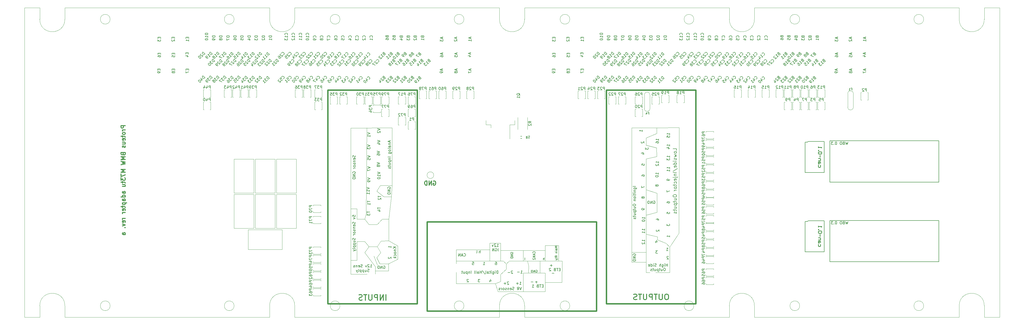
<source format=gbo>
G75*
G70*
%OFA0B0*%
%FSLAX25Y25*%
%IPPOS*%
%LPD*%
%AMOC8*
5,1,8,0,0,1.08239X$1,22.5*
%
%ADD10C,0.01969*%
%ADD22C,0.01181*%
%ADD31C,0.00669*%
%ADD47C,0.00800*%
%ADD52C,0.00472*%
%ADD54C,0.00500*%
%ADD73C,0.00591*%
%ADD76C,0.00550*%
%ADD78C,0.00600*%
%ADD83C,0.01000*%
%ADD87C,0.00197*%
%ADD94C,0.00787*%
X0000000Y0000000D02*
%LPD*%
G01*
D22*
X0577804Y0192717D02*
X0578366Y0192998D01*
X0579210Y0192998D01*
X0580053Y0192717D01*
X0580616Y0192154D01*
X0580897Y0191592D01*
X0581178Y0190467D01*
X0581178Y0189623D01*
X0580897Y0188498D01*
X0580616Y0187936D01*
X0580053Y0187373D01*
X0579210Y0187092D01*
X0578647Y0187092D01*
X0577804Y0187373D01*
X0577522Y0187655D01*
X0577522Y0189623D01*
X0578647Y0189623D01*
X0574992Y0187092D02*
X0574992Y0192998D01*
X0571617Y0187092D01*
X0571617Y0192998D01*
X0568805Y0187092D02*
X0568805Y0192998D01*
X0567399Y0192998D01*
X0566555Y0192717D01*
X0565993Y0192154D01*
X0565711Y0191592D01*
X0565430Y0190467D01*
X0565430Y0189623D01*
X0565711Y0188498D01*
X0565993Y0187936D01*
X0566555Y0187373D01*
X0567399Y0187092D01*
X0568805Y0187092D01*
D87*
X0671260Y0016142D02*
X0671260Y0000000D01*
X0021654Y0422047D02*
X0021654Y0438189D01*
X1356299Y0000000D02*
X1377953Y0000000D01*
X0346457Y0016142D02*
X0346457Y0000000D01*
X1095472Y0016142D02*
G75*
G03*
X1095472Y0016142I-006890J0000000D01*
G01*
X0021654Y0000000D02*
X0000000Y0000000D01*
X0346457Y0422047D02*
X0346457Y0438189D01*
X0770669Y0016142D02*
G75*
G03*
X0770669Y0016142I-006890J0000000D01*
G01*
X0671260Y0438189D02*
X0381890Y0438189D01*
X1320866Y0438189D02*
X1031496Y0438189D01*
X1031496Y0016142D02*
X1031496Y0000000D01*
X0381890Y0000000D02*
X0671260Y0000000D01*
X1320866Y0016142D02*
G75*
G02*
X1356299Y0016142I0017717J0000000D01*
G01*
X0996063Y0438189D02*
X0706693Y0438189D01*
X0621063Y0422047D02*
G75*
G03*
X0621063Y0422047I-006890J0000000D01*
G01*
X1356299Y0438189D02*
X1377953Y0438189D01*
X0121063Y0016142D02*
G75*
G03*
X0121063Y0016142I-006890J0000000D01*
G01*
X0706693Y0422047D02*
X0706693Y0438189D01*
X0381890Y0422047D02*
X0381890Y0438189D01*
X1377953Y0000000D02*
X1377953Y0438189D01*
X1356299Y0422047D02*
X1356299Y0438189D01*
X0021654Y0438189D02*
X0000000Y0438189D01*
X1320866Y0016142D02*
X1320866Y0000000D01*
X0996063Y0016142D02*
G75*
G02*
X1031496Y0016142I0017717J0000000D01*
G01*
X0296260Y0422047D02*
G75*
G03*
X0296260Y0422047I-006890J0000000D01*
G01*
X0057087Y0000000D02*
X0346457Y0000000D01*
X0021654Y0016142D02*
X0021654Y0000000D01*
X0445866Y0016142D02*
G75*
G03*
X0445866Y0016142I-006890J0000000D01*
G01*
X0996063Y0422047D02*
G75*
G03*
X1031496Y0422047I0017717J0000000D01*
G01*
X0671260Y0422047D02*
G75*
G03*
X0706693Y0422047I0017717J0000000D01*
G01*
X0057087Y0016142D02*
G75*
G03*
X0021654Y0016142I-017717J0000000D01*
G01*
X0945866Y0422047D02*
G75*
G03*
X0945866Y0422047I-006890J0000000D01*
G01*
X1031496Y0000000D02*
X1320866Y0000000D01*
X1320866Y0422047D02*
X1320866Y0438189D01*
X0671260Y0422047D02*
X0671260Y0438189D01*
X0381890Y0016142D02*
X0381890Y0000000D01*
X0346457Y0438189D02*
X0057087Y0438189D01*
X1031496Y0422047D02*
X1031496Y0438189D01*
X0000000Y0438189D02*
X0000000Y0000000D01*
X1270669Y0016142D02*
G75*
G03*
X1270669Y0016142I-006890J0000000D01*
G01*
X1356299Y0016142D02*
X1356299Y0000000D01*
X0706693Y0016142D02*
X0706693Y0000000D01*
X0381890Y0422047D02*
G75*
G02*
X0346457Y0422047I-017717J0000000D01*
G01*
X0121063Y0422047D02*
G75*
G03*
X0121063Y0422047I-006890J0000000D01*
G01*
X0445866Y0422047D02*
G75*
G03*
X0445866Y0422047I-006890J0000000D01*
G01*
X0996063Y0016142D02*
X0996063Y0000000D01*
X1270669Y0422047D02*
G75*
G03*
X1270669Y0422047I-006890J0000000D01*
G01*
X1320866Y0422047D02*
G75*
G03*
X1356299Y0422047I0017717J0000000D01*
G01*
X0057087Y0422047D02*
G75*
G02*
X0021654Y0422047I-017717J0000000D01*
G01*
X0770669Y0422047D02*
G75*
G03*
X0770669Y0422047I-006890J0000000D01*
G01*
X0706693Y0016142D02*
G75*
G03*
X0671260Y0016142I-017717J0000000D01*
G01*
X0996063Y0422047D02*
X0996063Y0438189D01*
X0057087Y0422047D02*
X0057087Y0438189D01*
X0296260Y0016142D02*
G75*
G03*
X0296260Y0016142I-006890J0000000D01*
G01*
X1095472Y0422047D02*
G75*
G03*
X1095472Y0422047I-006890J0000000D01*
G01*
X0706693Y0000000D02*
X0996063Y0000000D01*
X0621063Y0016142D02*
G75*
G03*
X0621063Y0016142I-006890J0000000D01*
G01*
X0381890Y0016142D02*
G75*
G03*
X0346457Y0016142I-017717J0000000D01*
G01*
X0057087Y0016142D02*
X0057087Y0000000D01*
X0945866Y0016142D02*
G75*
G03*
X0945866Y0016142I-006890J0000000D01*
G01*
D22*
X0142435Y0271147D02*
X0136530Y0271147D01*
X0136530Y0268898D01*
X0136811Y0268335D01*
X0137092Y0268054D01*
X0137655Y0267773D01*
X0138498Y0267773D01*
X0139061Y0268054D01*
X0139342Y0268335D01*
X0139623Y0268898D01*
X0139623Y0271147D01*
X0142435Y0265242D02*
X0138498Y0265242D01*
X0139623Y0265242D02*
X0139061Y0264961D01*
X0138780Y0264679D01*
X0138498Y0264117D01*
X0138498Y0263555D01*
X0142435Y0260742D02*
X0142154Y0261305D01*
X0141873Y0261586D01*
X0141310Y0261867D01*
X0139623Y0261867D01*
X0139061Y0261586D01*
X0138780Y0261305D01*
X0138498Y0260742D01*
X0138498Y0259899D01*
X0138780Y0259336D01*
X0139061Y0259055D01*
X0139623Y0258774D01*
X0141310Y0258774D01*
X0141873Y0259055D01*
X0142154Y0259336D01*
X0142435Y0259899D01*
X0142435Y0260742D01*
X0138498Y0257087D02*
X0138498Y0254837D01*
X0136530Y0256243D02*
X0141592Y0256243D01*
X0142154Y0255962D01*
X0142435Y0255399D01*
X0142435Y0254837D01*
X0142154Y0250619D02*
X0142435Y0251181D01*
X0142435Y0252306D01*
X0142154Y0252868D01*
X0141592Y0253150D01*
X0139342Y0253150D01*
X0138780Y0252868D01*
X0138498Y0252306D01*
X0138498Y0251181D01*
X0138780Y0250619D01*
X0139342Y0250337D01*
X0139904Y0250337D01*
X0140467Y0253150D01*
X0138498Y0245276D02*
X0142435Y0245276D01*
X0138498Y0247807D02*
X0141592Y0247807D01*
X0142154Y0247525D01*
X0142435Y0246963D01*
X0142435Y0246119D01*
X0142154Y0245557D01*
X0141873Y0245276D01*
X0142154Y0242745D02*
X0142435Y0242182D01*
X0142435Y0241057D01*
X0142154Y0240495D01*
X0141592Y0240214D01*
X0141310Y0240214D01*
X0140748Y0240495D01*
X0140467Y0241057D01*
X0140467Y0241901D01*
X0140186Y0242463D01*
X0139623Y0242745D01*
X0139342Y0242745D01*
X0138780Y0242463D01*
X0138498Y0241901D01*
X0138498Y0241057D01*
X0138780Y0240495D01*
X0139342Y0231215D02*
X0139623Y0230371D01*
X0139904Y0230090D01*
X0140467Y0229809D01*
X0141310Y0229809D01*
X0141873Y0230090D01*
X0142154Y0230371D01*
X0142435Y0230934D01*
X0142435Y0233183D01*
X0136530Y0233183D01*
X0136530Y0231215D01*
X0136811Y0230652D01*
X0137092Y0230371D01*
X0137655Y0230090D01*
X0138217Y0230090D01*
X0138780Y0230371D01*
X0139061Y0230652D01*
X0139342Y0231215D01*
X0139342Y0233183D01*
X0142435Y0227278D02*
X0136530Y0227278D01*
X0140748Y0225309D01*
X0136530Y0223341D01*
X0142435Y0223341D01*
X0136530Y0221091D02*
X0142435Y0219685D01*
X0138217Y0218560D01*
X0142435Y0217435D01*
X0136530Y0216029D01*
X0142435Y0209280D02*
X0136530Y0209280D01*
X0140748Y0207312D01*
X0136530Y0205343D01*
X0142435Y0205343D01*
X0136530Y0203093D02*
X0136530Y0199156D01*
X0142435Y0201687D01*
X0136530Y0197469D02*
X0136530Y0193813D01*
X0138780Y0195782D01*
X0138780Y0194938D01*
X0139061Y0194376D01*
X0139342Y0194094D01*
X0139904Y0193813D01*
X0141310Y0193813D01*
X0141873Y0194094D01*
X0142154Y0194376D01*
X0142435Y0194938D01*
X0142435Y0196625D01*
X0142154Y0197188D01*
X0141873Y0197469D01*
X0138498Y0192126D02*
X0138498Y0189876D01*
X0136530Y0191282D02*
X0141592Y0191282D01*
X0142154Y0191001D01*
X0142435Y0190439D01*
X0142435Y0189876D01*
X0138498Y0185377D02*
X0142435Y0185377D01*
X0138498Y0187908D02*
X0141592Y0187908D01*
X0142154Y0187627D01*
X0142435Y0187064D01*
X0142435Y0186220D01*
X0142154Y0185658D01*
X0141873Y0185377D01*
X0142435Y0175534D02*
X0139342Y0175534D01*
X0138780Y0175816D01*
X0138498Y0176378D01*
X0138498Y0177503D01*
X0138780Y0178065D01*
X0142154Y0175534D02*
X0142435Y0176097D01*
X0142435Y0177503D01*
X0142154Y0178065D01*
X0141592Y0178346D01*
X0141029Y0178346D01*
X0140467Y0178065D01*
X0140186Y0177503D01*
X0140186Y0176097D01*
X0139904Y0175534D01*
X0142435Y0170191D02*
X0136530Y0170191D01*
X0142154Y0170191D02*
X0142435Y0170754D01*
X0142435Y0171879D01*
X0142154Y0172441D01*
X0141873Y0172722D01*
X0141310Y0173003D01*
X0139623Y0173003D01*
X0139061Y0172722D01*
X0138780Y0172441D01*
X0138498Y0171879D01*
X0138498Y0170754D01*
X0138780Y0170191D01*
X0142435Y0164848D02*
X0139342Y0164848D01*
X0138780Y0165129D01*
X0138498Y0165692D01*
X0138498Y0166817D01*
X0138780Y0167379D01*
X0142154Y0164848D02*
X0142435Y0165411D01*
X0142435Y0166817D01*
X0142154Y0167379D01*
X0141592Y0167660D01*
X0141029Y0167660D01*
X0140467Y0167379D01*
X0140186Y0166817D01*
X0140186Y0165411D01*
X0139904Y0164848D01*
X0138498Y0162036D02*
X0144404Y0162036D01*
X0138780Y0162036D02*
X0138498Y0161474D01*
X0138498Y0160349D01*
X0138780Y0159786D01*
X0139061Y0159505D01*
X0139623Y0159224D01*
X0141310Y0159224D01*
X0141873Y0159505D01*
X0142154Y0159786D01*
X0142435Y0160349D01*
X0142435Y0161474D01*
X0142154Y0162036D01*
X0138498Y0157537D02*
X0138498Y0155287D01*
X0136530Y0156693D02*
X0141592Y0156693D01*
X0142154Y0156412D01*
X0142435Y0155849D01*
X0142435Y0155287D01*
X0142154Y0151069D02*
X0142435Y0151631D01*
X0142435Y0152756D01*
X0142154Y0153318D01*
X0141592Y0153600D01*
X0139342Y0153600D01*
X0138780Y0153318D01*
X0138498Y0152756D01*
X0138498Y0151631D01*
X0138780Y0151069D01*
X0139342Y0150787D01*
X0139904Y0150787D01*
X0140467Y0153600D01*
X0142435Y0148256D02*
X0138498Y0148256D01*
X0139623Y0148256D02*
X0139061Y0147975D01*
X0138780Y0147694D01*
X0138498Y0147132D01*
X0138498Y0146569D01*
X0142435Y0140101D02*
X0138498Y0140101D01*
X0139623Y0140101D02*
X0139061Y0139820D01*
X0138780Y0139539D01*
X0138498Y0138976D01*
X0138498Y0138414D01*
X0142154Y0134196D02*
X0142435Y0134758D01*
X0142435Y0135883D01*
X0142154Y0136445D01*
X0141592Y0136727D01*
X0139342Y0136727D01*
X0138780Y0136445D01*
X0138498Y0135883D01*
X0138498Y0134758D01*
X0138780Y0134196D01*
X0139342Y0133915D01*
X0139904Y0133915D01*
X0140467Y0136727D01*
X0138498Y0131946D02*
X0142435Y0130540D01*
X0138498Y0129134D01*
X0141873Y0126884D02*
X0142154Y0126603D01*
X0142435Y0126884D01*
X0142154Y0127165D01*
X0141873Y0126884D01*
X0142435Y0126884D01*
X0142435Y0117042D02*
X0139342Y0117042D01*
X0138780Y0117323D01*
X0138498Y0117885D01*
X0138498Y0119010D01*
X0138780Y0119573D01*
X0142154Y0117042D02*
X0142435Y0117604D01*
X0142435Y0119010D01*
X0142154Y0119573D01*
X0141592Y0119854D01*
X0141029Y0119854D01*
X0140467Y0119573D01*
X0140186Y0119010D01*
X0140186Y0117604D01*
X0139904Y0117042D01*
D73*
X0931946Y0316132D02*
X0931946Y0320069D01*
X0930446Y0320069D01*
X0930071Y0319882D01*
X0929884Y0319694D01*
X0929696Y0319319D01*
X0929696Y0318757D01*
X0929884Y0318382D01*
X0930071Y0318195D01*
X0930446Y0318007D01*
X0931946Y0318007D01*
X0925947Y0316132D02*
X0928196Y0316132D01*
X0927072Y0316132D02*
X0927072Y0320069D01*
X0927447Y0319507D01*
X0927822Y0319132D01*
X0928196Y0318945D01*
X0923697Y0318382D02*
X0924072Y0318570D01*
X0924259Y0318757D01*
X0924447Y0319132D01*
X0924447Y0319319D01*
X0924259Y0319694D01*
X0924072Y0319882D01*
X0923697Y0320069D01*
X0922947Y0320069D01*
X0922572Y0319882D01*
X0922385Y0319694D01*
X0922197Y0319319D01*
X0922197Y0319132D01*
X0922385Y0318757D01*
X0922572Y0318570D01*
X0922947Y0318382D01*
X0923697Y0318382D01*
X0924072Y0318195D01*
X0924259Y0318007D01*
X0924447Y0317632D01*
X0924447Y0316882D01*
X0924259Y0316507D01*
X0924072Y0316320D01*
X0923697Y0316132D01*
X0922947Y0316132D01*
X0922572Y0316320D01*
X0922385Y0316507D01*
X0922197Y0316882D01*
X0922197Y0317632D01*
X0922385Y0318007D01*
X0922572Y0318195D01*
X0922947Y0318382D01*
X0961427Y0097300D02*
X0957490Y0097300D01*
X0957490Y0095801D01*
X0957677Y0095426D01*
X0957865Y0095238D01*
X0958240Y0095051D01*
X0958802Y0095051D01*
X0959177Y0095238D01*
X0959364Y0095426D01*
X0959552Y0095801D01*
X0959552Y0097300D01*
X0958802Y0091676D02*
X0961427Y0091676D01*
X0957302Y0092613D02*
X0960114Y0093551D01*
X0960114Y0091114D01*
X0957490Y0089989D02*
X0957490Y0087364D01*
X0961427Y0089051D01*
X0552025Y0314164D02*
X0552025Y0318101D01*
X0550525Y0318101D01*
X0550150Y0317913D01*
X0549963Y0317726D01*
X0549775Y0317351D01*
X0549775Y0316789D01*
X0549963Y0316414D01*
X0550150Y0316226D01*
X0550525Y0316039D01*
X0552025Y0316039D01*
X0548463Y0318101D02*
X0545838Y0318101D01*
X0547525Y0314164D01*
X0542651Y0318101D02*
X0543401Y0318101D01*
X0543776Y0317913D01*
X0543963Y0317726D01*
X0544338Y0317163D01*
X0544526Y0316414D01*
X0544526Y0314914D01*
X0544338Y0314539D01*
X0544151Y0314351D01*
X0543776Y0314164D01*
X0543026Y0314164D01*
X0542651Y0314351D01*
X0542463Y0314539D01*
X0542276Y0314914D01*
X0542276Y0315851D01*
X0542463Y0316226D01*
X0542651Y0316414D01*
X0543026Y0316601D01*
X0543776Y0316601D01*
X0544151Y0316414D01*
X0544338Y0316226D01*
X0544526Y0315851D01*
X0961427Y0227222D02*
X0957490Y0227222D01*
X0957490Y0225722D01*
X0957677Y0225347D01*
X0957865Y0225159D01*
X0958240Y0224972D01*
X0958802Y0224972D01*
X0959177Y0225159D01*
X0959364Y0225347D01*
X0959552Y0225722D01*
X0959552Y0227222D01*
X0957490Y0221410D02*
X0957490Y0223285D01*
X0959364Y0223472D01*
X0959177Y0223285D01*
X0958990Y0222910D01*
X0958990Y0221972D01*
X0959177Y0221597D01*
X0959364Y0221410D01*
X0959739Y0221222D01*
X0960677Y0221222D01*
X0961052Y0221410D01*
X0961239Y0221597D01*
X0961427Y0221972D01*
X0961427Y0222910D01*
X0961239Y0223285D01*
X0961052Y0223472D01*
X0961427Y0217473D02*
X0961427Y0219723D01*
X0961427Y0218598D02*
X0957490Y0218598D01*
X0958052Y0218973D01*
X0958427Y0219348D01*
X0958615Y0219723D01*
X0961427Y0262655D02*
X0957490Y0262655D01*
X0957490Y0261155D01*
X0957677Y0260780D01*
X0957865Y0260592D01*
X0958240Y0260405D01*
X0958802Y0260405D01*
X0959177Y0260592D01*
X0959364Y0260780D01*
X0959552Y0261155D01*
X0959552Y0262655D01*
X0957490Y0257030D02*
X0957490Y0257780D01*
X0957677Y0258155D01*
X0957865Y0258343D01*
X0958427Y0258718D01*
X0959177Y0258905D01*
X0960677Y0258905D01*
X0961052Y0258718D01*
X0961239Y0258530D01*
X0961427Y0258155D01*
X0961427Y0257405D01*
X0961239Y0257030D01*
X0961052Y0256843D01*
X0960677Y0256655D01*
X0959739Y0256655D01*
X0959364Y0256843D01*
X0959177Y0257030D01*
X0958990Y0257405D01*
X0958990Y0258155D01*
X0959177Y0258530D01*
X0959364Y0258718D01*
X0959739Y0258905D01*
X0957490Y0255343D02*
X0957490Y0252718D01*
X0961427Y0254406D01*
X0514623Y0314164D02*
X0514623Y0318101D01*
X0513123Y0318101D01*
X0512748Y0317913D01*
X0512561Y0317726D01*
X0512373Y0317351D01*
X0512373Y0316789D01*
X0512561Y0316414D01*
X0512748Y0316226D01*
X0513123Y0316039D01*
X0514623Y0316039D01*
X0511061Y0318101D02*
X0508436Y0318101D01*
X0510124Y0314164D01*
X0506749Y0314164D02*
X0505999Y0314164D01*
X0505624Y0314351D01*
X0505437Y0314539D01*
X0505062Y0315101D01*
X0504874Y0315851D01*
X0504874Y0317351D01*
X0505062Y0317726D01*
X0505249Y0317913D01*
X0505624Y0318101D01*
X0506374Y0318101D01*
X0506749Y0317913D01*
X0506937Y0317726D01*
X0507124Y0317351D01*
X0507124Y0316414D01*
X0506937Y0316039D01*
X0506749Y0315851D01*
X0506374Y0315664D01*
X0505624Y0315664D01*
X0505249Y0315851D01*
X0505062Y0316039D01*
X0504874Y0316414D01*
X1093457Y0324006D02*
X1093457Y0327943D01*
X1091957Y0327943D01*
X1091582Y0327756D01*
X1091395Y0327568D01*
X1091207Y0327193D01*
X1091207Y0326631D01*
X1091395Y0326256D01*
X1091582Y0326069D01*
X1091957Y0325881D01*
X1093457Y0325881D01*
X1088958Y0326256D02*
X1089333Y0326444D01*
X1089520Y0326631D01*
X1089708Y0327006D01*
X1089708Y0327193D01*
X1089520Y0327568D01*
X1089333Y0327756D01*
X1088958Y0327943D01*
X1088208Y0327943D01*
X1087833Y0327756D01*
X1087645Y0327568D01*
X1087458Y0327193D01*
X1087458Y0327006D01*
X1087645Y0326631D01*
X1087833Y0326444D01*
X1088208Y0326256D01*
X1088958Y0326256D01*
X1089333Y0326069D01*
X1089520Y0325881D01*
X1089708Y0325506D01*
X1089708Y0324756D01*
X1089520Y0324381D01*
X1089333Y0324194D01*
X1088958Y0324006D01*
X1088208Y0324006D01*
X1087833Y0324194D01*
X1087645Y0324381D01*
X1087458Y0324756D01*
X1087458Y0325506D01*
X1087645Y0325881D01*
X1087833Y0326069D01*
X1088208Y0326256D01*
X0392576Y0324006D02*
X0392576Y0327943D01*
X0391076Y0327943D01*
X0390701Y0327756D01*
X0390514Y0327568D01*
X0390326Y0327193D01*
X0390326Y0326631D01*
X0390514Y0326256D01*
X0390701Y0326069D01*
X0391076Y0325881D01*
X0392576Y0325881D01*
X0389014Y0327943D02*
X0386577Y0327943D01*
X0387889Y0326444D01*
X0387327Y0326444D01*
X0386952Y0326256D01*
X0386764Y0326069D01*
X0386577Y0325694D01*
X0386577Y0324756D01*
X0386764Y0324381D01*
X0386952Y0324194D01*
X0387327Y0324006D01*
X0388451Y0324006D01*
X0388826Y0324194D01*
X0389014Y0324381D01*
X0383202Y0327943D02*
X0383952Y0327943D01*
X0384327Y0327756D01*
X0384514Y0327568D01*
X0384889Y0327006D01*
X0385077Y0326256D01*
X0385077Y0324756D01*
X0384889Y0324381D01*
X0384702Y0324194D01*
X0384327Y0324006D01*
X0383577Y0324006D01*
X0383202Y0324194D01*
X0383015Y0324381D01*
X0382827Y0324756D01*
X0382827Y0325694D01*
X0383015Y0326069D01*
X0383202Y0326256D01*
X0383577Y0326444D01*
X0384327Y0326444D01*
X0384702Y0326256D01*
X0384889Y0326069D01*
X0385077Y0325694D01*
X0910292Y0316132D02*
X0910292Y0320069D01*
X0908793Y0320069D01*
X0908418Y0319882D01*
X0908230Y0319694D01*
X0908043Y0319319D01*
X0908043Y0318757D01*
X0908230Y0318382D01*
X0908418Y0318195D01*
X0908793Y0318007D01*
X0910292Y0318007D01*
X0904293Y0316132D02*
X0906543Y0316132D01*
X0905418Y0316132D02*
X0905418Y0320069D01*
X0905793Y0319507D01*
X0906168Y0319132D01*
X0906543Y0318945D01*
X0902418Y0316132D02*
X0901669Y0316132D01*
X0901294Y0316320D01*
X0901106Y0316507D01*
X0900731Y0317070D01*
X0900544Y0317820D01*
X0900544Y0319319D01*
X0900731Y0319694D01*
X0900919Y0319882D01*
X0901294Y0320069D01*
X0902043Y0320069D01*
X0902418Y0319882D01*
X0902606Y0319694D01*
X0902793Y0319319D01*
X0902793Y0318382D01*
X0902606Y0318007D01*
X0902418Y0317820D01*
X0902043Y0317632D01*
X0901294Y0317632D01*
X0900919Y0317820D01*
X0900731Y0318007D01*
X0900544Y0318382D01*
X0961427Y0179978D02*
X0957490Y0179978D01*
X0957490Y0178478D01*
X0957677Y0178103D01*
X0957865Y0177915D01*
X0958240Y0177728D01*
X0958802Y0177728D01*
X0959177Y0177915D01*
X0959364Y0178103D01*
X0959552Y0178478D01*
X0959552Y0179978D01*
X0957490Y0174166D02*
X0957490Y0176040D01*
X0959364Y0176228D01*
X0959177Y0176040D01*
X0958990Y0175666D01*
X0958990Y0174728D01*
X0959177Y0174353D01*
X0959364Y0174166D01*
X0959739Y0173978D01*
X0960677Y0173978D01*
X0961052Y0174166D01*
X0961239Y0174353D01*
X0961427Y0174728D01*
X0961427Y0175666D01*
X0961239Y0176040D01*
X0961052Y0176228D01*
X0958802Y0170604D02*
X0961427Y0170604D01*
X0957302Y0171541D02*
X0960114Y0172478D01*
X0960114Y0170041D01*
X1105268Y0306290D02*
X1105268Y0310227D01*
X1103768Y0310227D01*
X1103393Y0310039D01*
X1103206Y0309852D01*
X1103018Y0309477D01*
X1103018Y0308915D01*
X1103206Y0308540D01*
X1103393Y0308352D01*
X1103768Y0308165D01*
X1105268Y0308165D01*
X1101706Y0310227D02*
X1099081Y0310227D01*
X1100769Y0306290D01*
X0961427Y0120922D02*
X0957490Y0120922D01*
X0957490Y0119423D01*
X0957677Y0119048D01*
X0957865Y0118860D01*
X0958240Y0118673D01*
X0958802Y0118673D01*
X0959177Y0118860D01*
X0959364Y0119048D01*
X0959552Y0119423D01*
X0959552Y0120922D01*
X0958802Y0115298D02*
X0961427Y0115298D01*
X0957302Y0116235D02*
X0960114Y0117173D01*
X0960114Y0114736D01*
X0957490Y0111361D02*
X0957490Y0113236D01*
X0959364Y0113423D01*
X0959177Y0113236D01*
X0958990Y0112861D01*
X0958990Y0111924D01*
X0959177Y0111549D01*
X0959364Y0111361D01*
X0959739Y0111174D01*
X0960677Y0111174D01*
X0961052Y0111361D01*
X0961239Y0111549D01*
X0961427Y0111924D01*
X0961427Y0112861D01*
X0961239Y0113236D01*
X0961052Y0113423D01*
X0404387Y0324006D02*
X0404387Y0327943D01*
X0402887Y0327943D01*
X0402512Y0327756D01*
X0402325Y0327568D01*
X0402137Y0327193D01*
X0402137Y0326631D01*
X0402325Y0326256D01*
X0402512Y0326069D01*
X0402887Y0325881D01*
X0404387Y0325881D01*
X0400825Y0327943D02*
X0398388Y0327943D01*
X0399700Y0326444D01*
X0399138Y0326444D01*
X0398763Y0326256D01*
X0398575Y0326069D01*
X0398388Y0325694D01*
X0398388Y0324756D01*
X0398575Y0324381D01*
X0398763Y0324194D01*
X0399138Y0324006D01*
X0400262Y0324006D01*
X0400637Y0324194D01*
X0400825Y0324381D01*
X0396138Y0326256D02*
X0396513Y0326444D01*
X0396700Y0326631D01*
X0396888Y0327006D01*
X0396888Y0327193D01*
X0396700Y0327568D01*
X0396513Y0327756D01*
X0396138Y0327943D01*
X0395388Y0327943D01*
X0395013Y0327756D01*
X0394826Y0327568D01*
X0394638Y0327193D01*
X0394638Y0327006D01*
X0394826Y0326631D01*
X0395013Y0326444D01*
X0395388Y0326256D01*
X0396138Y0326256D01*
X0396513Y0326069D01*
X0396700Y0325881D01*
X0396888Y0325506D01*
X0396888Y0324756D01*
X0396700Y0324381D01*
X0396513Y0324194D01*
X0396138Y0324006D01*
X0395388Y0324006D01*
X0395013Y0324194D01*
X0394826Y0324381D01*
X0394638Y0324756D01*
X0394638Y0325506D01*
X0394826Y0325881D01*
X0395013Y0326069D01*
X0395388Y0326256D01*
X0872891Y0296447D02*
X0872891Y0300384D01*
X0871391Y0300384D01*
X0871016Y0300197D01*
X0870829Y0300009D01*
X0870641Y0299634D01*
X0870641Y0299072D01*
X0870829Y0298697D01*
X0871016Y0298510D01*
X0871391Y0298322D01*
X0872891Y0298322D01*
X0869141Y0300009D02*
X0868954Y0300197D01*
X0868579Y0300384D01*
X0867642Y0300384D01*
X0867267Y0300197D01*
X0867079Y0300009D01*
X0866892Y0299634D01*
X0866892Y0299259D01*
X0867079Y0298697D01*
X0869329Y0296447D01*
X0866892Y0296447D01*
X0864454Y0300384D02*
X0864079Y0300384D01*
X0863705Y0300197D01*
X0863517Y0300009D01*
X0863330Y0299634D01*
X0863142Y0298885D01*
X0863142Y0297947D01*
X0863330Y0297197D01*
X0863517Y0296822D01*
X0863705Y0296635D01*
X0864079Y0296447D01*
X0864454Y0296447D01*
X0864829Y0296635D01*
X0865017Y0296822D01*
X0865204Y0297197D01*
X0865392Y0297947D01*
X0865392Y0298885D01*
X0865204Y0299634D01*
X0865017Y0300009D01*
X0864829Y0300197D01*
X0864454Y0300384D01*
X0491001Y0314164D02*
X0491001Y0318101D01*
X0489501Y0318101D01*
X0489126Y0317913D01*
X0488939Y0317726D01*
X0488751Y0317351D01*
X0488751Y0316789D01*
X0488939Y0316414D01*
X0489126Y0316226D01*
X0489501Y0316039D01*
X0491001Y0316039D01*
X0487439Y0318101D02*
X0485002Y0318101D01*
X0486314Y0316601D01*
X0485752Y0316601D01*
X0485377Y0316414D01*
X0485189Y0316226D01*
X0485002Y0315851D01*
X0485002Y0314914D01*
X0485189Y0314539D01*
X0485377Y0314351D01*
X0485752Y0314164D01*
X0486877Y0314164D01*
X0487252Y0314351D01*
X0487439Y0314539D01*
X0481252Y0314164D02*
X0483502Y0314164D01*
X0482377Y0314164D02*
X0482377Y0318101D01*
X0482752Y0317538D01*
X0483127Y0317163D01*
X0483502Y0316976D01*
X0581552Y0322038D02*
X0581552Y0325975D01*
X0580052Y0325975D01*
X0579678Y0325787D01*
X0579490Y0325600D01*
X0579303Y0325225D01*
X0579303Y0324663D01*
X0579490Y0324288D01*
X0579678Y0324100D01*
X0580052Y0323913D01*
X0581552Y0323913D01*
X0575928Y0325975D02*
X0576678Y0325975D01*
X0577053Y0325787D01*
X0577240Y0325600D01*
X0577615Y0325037D01*
X0577803Y0324288D01*
X0577803Y0322788D01*
X0577615Y0322413D01*
X0577428Y0322225D01*
X0577053Y0322038D01*
X0576303Y0322038D01*
X0575928Y0322225D01*
X0575741Y0322413D01*
X0575553Y0322788D01*
X0575553Y0323725D01*
X0575741Y0324100D01*
X0575928Y0324288D01*
X0576303Y0324475D01*
X0577053Y0324475D01*
X0577428Y0324288D01*
X0577615Y0324100D01*
X0577803Y0323725D01*
X0571804Y0322038D02*
X0574053Y0322038D01*
X0572928Y0322038D02*
X0572928Y0325975D01*
X0573303Y0325412D01*
X0573678Y0325037D01*
X0574053Y0324850D01*
X0327615Y0324006D02*
X0327615Y0327943D01*
X0326115Y0327943D01*
X0325741Y0327756D01*
X0325553Y0327568D01*
X0325366Y0327193D01*
X0325366Y0326631D01*
X0325553Y0326256D01*
X0325741Y0326069D01*
X0326115Y0325881D01*
X0327615Y0325881D01*
X0324053Y0327943D02*
X0321616Y0327943D01*
X0322928Y0326444D01*
X0322366Y0326444D01*
X0321991Y0326256D01*
X0321804Y0326069D01*
X0321616Y0325694D01*
X0321616Y0324756D01*
X0321804Y0324381D01*
X0321991Y0324194D01*
X0322366Y0324006D01*
X0323491Y0324006D01*
X0323866Y0324194D01*
X0324053Y0324381D01*
X0319741Y0324006D02*
X0318991Y0324006D01*
X0318616Y0324194D01*
X0318429Y0324381D01*
X0318054Y0324944D01*
X0317867Y0325694D01*
X0317867Y0327193D01*
X0318054Y0327568D01*
X0318241Y0327756D01*
X0318616Y0327943D01*
X0319366Y0327943D01*
X0319741Y0327756D01*
X0319929Y0327568D01*
X0320116Y0327193D01*
X0320116Y0326256D01*
X0319929Y0325881D01*
X0319741Y0325694D01*
X0319366Y0325506D01*
X0318616Y0325506D01*
X0318241Y0325694D01*
X0318054Y0325881D01*
X0317867Y0326256D01*
X0406309Y0099269D02*
X0402372Y0099269D01*
X0402372Y0097769D01*
X0402559Y0097394D01*
X0402747Y0097207D01*
X0403121Y0097019D01*
X0403684Y0097019D01*
X0404059Y0097207D01*
X0404246Y0097394D01*
X0404434Y0097769D01*
X0404434Y0099269D01*
X0402372Y0095707D02*
X0402372Y0093082D01*
X0406309Y0094769D01*
X0402372Y0091957D02*
X0402372Y0089520D01*
X0403871Y0090832D01*
X0403871Y0090270D01*
X0404059Y0089895D01*
X0404246Y0089708D01*
X0404621Y0089520D01*
X0405559Y0089520D01*
X0405934Y0089708D01*
X0406121Y0089895D01*
X0406309Y0090270D01*
X0406309Y0091395D01*
X0406121Y0091770D01*
X0405934Y0091957D01*
X0805962Y0322038D02*
X0805962Y0325975D01*
X0804462Y0325975D01*
X0804087Y0325787D01*
X0803900Y0325600D01*
X0803712Y0325225D01*
X0803712Y0324663D01*
X0803900Y0324288D01*
X0804087Y0324100D01*
X0804462Y0323913D01*
X0805962Y0323913D01*
X0802212Y0325600D02*
X0802025Y0325787D01*
X0801650Y0325975D01*
X0800712Y0325975D01*
X0800337Y0325787D01*
X0800150Y0325600D01*
X0799963Y0325225D01*
X0799963Y0324850D01*
X0800150Y0324288D01*
X0802400Y0322038D01*
X0799963Y0322038D01*
X0796588Y0324663D02*
X0796588Y0322038D01*
X0797525Y0326162D02*
X0798463Y0323350D01*
X0796025Y0323350D01*
X0420135Y0324006D02*
X0420135Y0327943D01*
X0418635Y0327943D01*
X0418260Y0327756D01*
X0418073Y0327568D01*
X0417885Y0327193D01*
X0417885Y0326631D01*
X0418073Y0326256D01*
X0418260Y0326069D01*
X0418635Y0325881D01*
X0420135Y0325881D01*
X0416573Y0327943D02*
X0414136Y0327943D01*
X0415448Y0326444D01*
X0414886Y0326444D01*
X0414511Y0326256D01*
X0414323Y0326069D01*
X0414136Y0325694D01*
X0414136Y0324756D01*
X0414323Y0324381D01*
X0414511Y0324194D01*
X0414886Y0324006D01*
X0416010Y0324006D01*
X0416385Y0324194D01*
X0416573Y0324381D01*
X0412823Y0327943D02*
X0410199Y0327943D01*
X0411886Y0324006D01*
X0406309Y0063836D02*
X0402372Y0063836D01*
X0402372Y0062336D01*
X0402559Y0061961D01*
X0402747Y0061774D01*
X0403121Y0061586D01*
X0403684Y0061586D01*
X0404059Y0061774D01*
X0404246Y0061961D01*
X0404434Y0062336D01*
X0404434Y0063836D01*
X0402372Y0058211D02*
X0402372Y0058961D01*
X0402559Y0059336D01*
X0402747Y0059524D01*
X0403309Y0059899D01*
X0404059Y0060086D01*
X0405559Y0060086D01*
X0405934Y0059899D01*
X0406121Y0059711D01*
X0406309Y0059336D01*
X0406309Y0058586D01*
X0406121Y0058211D01*
X0405934Y0058024D01*
X0405559Y0057837D01*
X0404621Y0057837D01*
X0404246Y0058024D01*
X0404059Y0058211D01*
X0403871Y0058586D01*
X0403871Y0059336D01*
X0404059Y0059711D01*
X0404246Y0059899D01*
X0404621Y0060086D01*
X0402747Y0056337D02*
X0402559Y0056149D01*
X0402372Y0055774D01*
X0402372Y0054837D01*
X0402559Y0054462D01*
X0402747Y0054274D01*
X0403121Y0054087D01*
X0403496Y0054087D01*
X0404059Y0054274D01*
X0406309Y0056524D01*
X0406309Y0054087D01*
X0961427Y0250844D02*
X0957490Y0250844D01*
X0957490Y0249344D01*
X0957677Y0248969D01*
X0957865Y0248781D01*
X0958240Y0248594D01*
X0958802Y0248594D01*
X0959177Y0248781D01*
X0959364Y0248969D01*
X0959552Y0249344D01*
X0959552Y0250844D01*
X0958802Y0245219D02*
X0961427Y0245219D01*
X0957302Y0246157D02*
X0960114Y0247094D01*
X0960114Y0244657D01*
X0961427Y0242970D02*
X0961427Y0242220D01*
X0961239Y0241845D01*
X0961052Y0241657D01*
X0960489Y0241282D01*
X0959739Y0241095D01*
X0958240Y0241095D01*
X0957865Y0241282D01*
X0957677Y0241470D01*
X0957490Y0241845D01*
X0957490Y0242595D01*
X0957677Y0242970D01*
X0957865Y0243157D01*
X0958240Y0243345D01*
X0959177Y0243345D01*
X0959552Y0243157D01*
X0959739Y0242970D01*
X0959927Y0242595D01*
X0959927Y0241845D01*
X0959739Y0241470D01*
X0959552Y0241282D01*
X0959177Y0241095D01*
X0502812Y0314164D02*
X0502812Y0318101D01*
X0501312Y0318101D01*
X0500937Y0317913D01*
X0500750Y0317726D01*
X0500562Y0317351D01*
X0500562Y0316789D01*
X0500750Y0316414D01*
X0500937Y0316226D01*
X0501312Y0316039D01*
X0502812Y0316039D01*
X0499250Y0318101D02*
X0496625Y0318101D01*
X0498313Y0314164D01*
X0493251Y0318101D02*
X0495126Y0318101D01*
X0495313Y0316226D01*
X0495126Y0316414D01*
X0494751Y0316601D01*
X0493813Y0316601D01*
X0493438Y0316414D01*
X0493251Y0316226D01*
X0493063Y0315851D01*
X0493063Y0314914D01*
X0493251Y0314539D01*
X0493438Y0314351D01*
X0493813Y0314164D01*
X0494751Y0314164D01*
X0495126Y0314351D01*
X0495313Y0314539D01*
X0872891Y0314164D02*
X0872891Y0318101D01*
X0871391Y0318101D01*
X0871016Y0317913D01*
X0870829Y0317726D01*
X0870641Y0317351D01*
X0870641Y0316789D01*
X0870829Y0316414D01*
X0871016Y0316226D01*
X0871391Y0316039D01*
X0872891Y0316039D01*
X0869141Y0317726D02*
X0868954Y0317913D01*
X0868579Y0318101D01*
X0867642Y0318101D01*
X0867267Y0317913D01*
X0867079Y0317726D01*
X0866892Y0317351D01*
X0866892Y0316976D01*
X0867079Y0316414D01*
X0869329Y0314164D01*
X0866892Y0314164D01*
X0863517Y0318101D02*
X0864267Y0318101D01*
X0864642Y0317913D01*
X0864829Y0317726D01*
X0865204Y0317163D01*
X0865392Y0316414D01*
X0865392Y0314914D01*
X0865204Y0314539D01*
X0865017Y0314351D01*
X0864642Y0314164D01*
X0863892Y0314164D01*
X0863517Y0314351D01*
X0863330Y0314539D01*
X0863142Y0314914D01*
X0863142Y0315851D01*
X0863330Y0316226D01*
X0863517Y0316414D01*
X0863892Y0316601D01*
X0864642Y0316601D01*
X0865017Y0316414D01*
X0865204Y0316226D01*
X0865392Y0315851D01*
X0961427Y0191789D02*
X0957490Y0191789D01*
X0957490Y0190289D01*
X0957677Y0189914D01*
X0957865Y0189726D01*
X0958240Y0189539D01*
X0958802Y0189539D01*
X0959177Y0189726D01*
X0959364Y0189914D01*
X0959552Y0190289D01*
X0959552Y0191789D01*
X0957490Y0186164D02*
X0957490Y0186914D01*
X0957677Y0187289D01*
X0957865Y0187477D01*
X0958427Y0187852D01*
X0959177Y0188039D01*
X0960677Y0188039D01*
X0961052Y0187852D01*
X0961239Y0187664D01*
X0961427Y0187289D01*
X0961427Y0186539D01*
X0961239Y0186164D01*
X0961052Y0185977D01*
X0960677Y0185789D01*
X0959739Y0185789D01*
X0959364Y0185977D01*
X0959177Y0186164D01*
X0958990Y0186539D01*
X0958990Y0187289D01*
X0959177Y0187664D01*
X0959364Y0187852D01*
X0959739Y0188039D01*
X0959177Y0183540D02*
X0958990Y0183915D01*
X0958802Y0184102D01*
X0958427Y0184289D01*
X0958240Y0184289D01*
X0957865Y0184102D01*
X0957677Y0183915D01*
X0957490Y0183540D01*
X0957490Y0182790D01*
X0957677Y0182415D01*
X0957865Y0182227D01*
X0958240Y0182040D01*
X0958427Y0182040D01*
X0958802Y0182227D01*
X0958990Y0182415D01*
X0959177Y0182790D01*
X0959177Y0183540D01*
X0959364Y0183915D01*
X0959552Y0184102D01*
X0959927Y0184289D01*
X0960677Y0184289D01*
X0961052Y0184102D01*
X0961239Y0183915D01*
X0961427Y0183540D01*
X0961427Y0182790D01*
X0961239Y0182415D01*
X0961052Y0182227D01*
X0960677Y0182040D01*
X0959927Y0182040D01*
X0959552Y0182227D01*
X0959364Y0182415D01*
X0959177Y0182790D01*
X0479190Y0314164D02*
X0479190Y0318101D01*
X0477690Y0318101D01*
X0477315Y0317913D01*
X0477128Y0317726D01*
X0476940Y0317351D01*
X0476940Y0316789D01*
X0477128Y0316414D01*
X0477315Y0316226D01*
X0477690Y0316039D01*
X0479190Y0316039D01*
X0475628Y0318101D02*
X0473191Y0318101D01*
X0474503Y0316601D01*
X0473941Y0316601D01*
X0473566Y0316414D01*
X0473378Y0316226D01*
X0473191Y0315851D01*
X0473191Y0314914D01*
X0473378Y0314539D01*
X0473566Y0314351D01*
X0473941Y0314164D01*
X0475066Y0314164D01*
X0475441Y0314351D01*
X0475628Y0314539D01*
X0470754Y0318101D02*
X0470379Y0318101D01*
X0470004Y0317913D01*
X0469816Y0317726D01*
X0469629Y0317351D01*
X0469441Y0316601D01*
X0469441Y0315664D01*
X0469629Y0314914D01*
X0469816Y0314539D01*
X0470004Y0314351D01*
X0470379Y0314164D01*
X0470754Y0314164D01*
X0471129Y0314351D01*
X0471316Y0314539D01*
X0471504Y0314914D01*
X0471691Y0315664D01*
X0471691Y0316601D01*
X0471504Y0317351D01*
X0471316Y0317726D01*
X0471129Y0317913D01*
X0470754Y0318101D01*
X0961427Y0168954D02*
X0957490Y0168954D01*
X0957490Y0167454D01*
X0957677Y0167079D01*
X0957865Y0166892D01*
X0958240Y0166704D01*
X0958802Y0166704D01*
X0959177Y0166892D01*
X0959364Y0167079D01*
X0959552Y0167454D01*
X0959552Y0168954D01*
X0957490Y0163142D02*
X0957490Y0165017D01*
X0959364Y0165204D01*
X0959177Y0165017D01*
X0958990Y0164642D01*
X0958990Y0163705D01*
X0959177Y0163330D01*
X0959364Y0163142D01*
X0959739Y0162955D01*
X0960677Y0162955D01*
X0961052Y0163142D01*
X0961239Y0163330D01*
X0961427Y0163705D01*
X0961427Y0164642D01*
X0961239Y0165017D01*
X0961052Y0165204D01*
X0957490Y0159393D02*
X0957490Y0161267D01*
X0959364Y0161455D01*
X0959177Y0161267D01*
X0958990Y0160892D01*
X0958990Y0159955D01*
X0959177Y0159580D01*
X0959364Y0159393D01*
X0959739Y0159205D01*
X0960677Y0159205D01*
X0961052Y0159393D01*
X0961239Y0159580D01*
X0961427Y0159955D01*
X0961427Y0160892D01*
X0961239Y0161267D01*
X0961052Y0161455D01*
X1128890Y0306290D02*
X1128890Y0310227D01*
X1127390Y0310227D01*
X1127015Y0310039D01*
X1126828Y0309852D01*
X1126640Y0309477D01*
X1126640Y0308915D01*
X1126828Y0308540D01*
X1127015Y0308352D01*
X1127390Y0308165D01*
X1128890Y0308165D01*
X1123078Y0310227D02*
X1124953Y0310227D01*
X1125141Y0308352D01*
X1124953Y0308540D01*
X1124578Y0308727D01*
X1123641Y0308727D01*
X1123266Y0308540D01*
X1123078Y0308352D01*
X1122891Y0307977D01*
X1122891Y0307040D01*
X1123078Y0306665D01*
X1123266Y0306477D01*
X1123641Y0306290D01*
X1124578Y0306290D01*
X1124953Y0306477D01*
X1125141Y0306665D01*
X0550150Y0278731D02*
X0550150Y0282668D01*
X0548650Y0282668D01*
X0548275Y0282480D01*
X0548088Y0282293D01*
X0547900Y0281918D01*
X0547900Y0281355D01*
X0548088Y0280981D01*
X0548275Y0280793D01*
X0548650Y0280606D01*
X0550150Y0280606D01*
X0544151Y0278731D02*
X0546400Y0278731D01*
X0545276Y0278731D02*
X0545276Y0282668D01*
X0545651Y0282105D01*
X0546025Y0281730D01*
X0546400Y0281543D01*
X0849269Y0314164D02*
X0849269Y0318101D01*
X0847769Y0318101D01*
X0847394Y0317913D01*
X0847207Y0317726D01*
X0847019Y0317351D01*
X0847019Y0316789D01*
X0847207Y0316414D01*
X0847394Y0316226D01*
X0847769Y0316039D01*
X0849269Y0316039D01*
X0845519Y0317726D02*
X0845332Y0317913D01*
X0844957Y0318101D01*
X0844019Y0318101D01*
X0843645Y0317913D01*
X0843457Y0317726D01*
X0843270Y0317351D01*
X0843270Y0316976D01*
X0843457Y0316414D01*
X0845707Y0314164D01*
X0843270Y0314164D01*
X0841957Y0318101D02*
X0839333Y0318101D01*
X0841020Y0314164D01*
X0615017Y0322038D02*
X0615017Y0325975D01*
X0613517Y0325975D01*
X0613142Y0325787D01*
X0612955Y0325600D01*
X0612767Y0325225D01*
X0612767Y0324663D01*
X0612955Y0324288D01*
X0613142Y0324100D01*
X0613517Y0323913D01*
X0615017Y0323913D01*
X0611267Y0325600D02*
X0611080Y0325787D01*
X0610705Y0325975D01*
X0609768Y0325975D01*
X0609393Y0325787D01*
X0609205Y0325600D01*
X0609018Y0325225D01*
X0609018Y0324850D01*
X0609205Y0324288D01*
X0611455Y0322038D01*
X0609018Y0322038D01*
X0607143Y0322038D02*
X0606393Y0322038D01*
X0606018Y0322225D01*
X0605831Y0322413D01*
X0605456Y0322975D01*
X0605268Y0323725D01*
X0605268Y0325225D01*
X0605456Y0325600D01*
X0605643Y0325787D01*
X0606018Y0325975D01*
X0606768Y0325975D01*
X0607143Y0325787D01*
X0607330Y0325600D01*
X0607518Y0325225D01*
X0607518Y0324288D01*
X0607330Y0323913D01*
X0607143Y0323725D01*
X0606768Y0323538D01*
X0606018Y0323538D01*
X0605643Y0323725D01*
X0605456Y0323913D01*
X0605268Y0324288D01*
X0961427Y0239033D02*
X0957490Y0239033D01*
X0957490Y0237533D01*
X0957677Y0237158D01*
X0957865Y0236970D01*
X0958240Y0236783D01*
X0958802Y0236783D01*
X0959177Y0236970D01*
X0959364Y0237158D01*
X0959552Y0237533D01*
X0959552Y0239033D01*
X0957490Y0233221D02*
X0957490Y0235096D01*
X0959364Y0235283D01*
X0959177Y0235096D01*
X0958990Y0234721D01*
X0958990Y0233783D01*
X0959177Y0233408D01*
X0959364Y0233221D01*
X0959739Y0233033D01*
X0960677Y0233033D01*
X0961052Y0233221D01*
X0961239Y0233408D01*
X0961427Y0233783D01*
X0961427Y0234721D01*
X0961239Y0235096D01*
X0961052Y0235283D01*
X0957490Y0230596D02*
X0957490Y0230221D01*
X0957677Y0229846D01*
X0957865Y0229659D01*
X0958240Y0229471D01*
X0958990Y0229284D01*
X0959927Y0229284D01*
X0960677Y0229471D01*
X0961052Y0229659D01*
X0961239Y0229846D01*
X0961427Y0230221D01*
X0961427Y0230596D01*
X0961239Y0230971D01*
X0961052Y0231159D01*
X0960677Y0231346D01*
X0959927Y0231534D01*
X0958990Y0231534D01*
X0958240Y0231346D01*
X0957865Y0231159D01*
X0957677Y0230971D01*
X0957490Y0230596D01*
X0961427Y0056355D02*
X0957490Y0056355D01*
X0957490Y0054856D01*
X0957677Y0054481D01*
X0957865Y0054293D01*
X0958240Y0054106D01*
X0958802Y0054106D01*
X0959177Y0054293D01*
X0959364Y0054481D01*
X0959552Y0054856D01*
X0959552Y0056355D01*
X0957490Y0050731D02*
X0957490Y0051481D01*
X0957677Y0051856D01*
X0957865Y0052043D01*
X0958427Y0052418D01*
X0959177Y0052606D01*
X0960677Y0052606D01*
X0961052Y0052418D01*
X0961239Y0052231D01*
X0961427Y0051856D01*
X0961427Y0051106D01*
X0961239Y0050731D01*
X0961052Y0050544D01*
X0960677Y0050356D01*
X0959739Y0050356D01*
X0959364Y0050544D01*
X0959177Y0050731D01*
X0958990Y0051106D01*
X0958990Y0051856D01*
X0959177Y0052231D01*
X0959364Y0052418D01*
X0959739Y0052606D01*
X0957490Y0046982D02*
X0957490Y0047732D01*
X0957677Y0048106D01*
X0957865Y0048294D01*
X0958427Y0048669D01*
X0959177Y0048856D01*
X0960677Y0048856D01*
X0961052Y0048669D01*
X0961239Y0048481D01*
X0961427Y0048106D01*
X0961427Y0047357D01*
X0961239Y0046982D01*
X0961052Y0046794D01*
X0960677Y0046607D01*
X0959739Y0046607D01*
X0959364Y0046794D01*
X0959177Y0046982D01*
X0958990Y0047357D01*
X0958990Y0048106D01*
X0959177Y0048481D01*
X0959364Y0048669D01*
X0959739Y0048856D01*
X1052025Y0324006D02*
X1052025Y0327943D01*
X1050525Y0327943D01*
X1050150Y0327756D01*
X1049963Y0327568D01*
X1049775Y0327193D01*
X1049775Y0326631D01*
X1049963Y0326256D01*
X1050150Y0326069D01*
X1050525Y0325881D01*
X1052025Y0325881D01*
X1046025Y0324006D02*
X1048275Y0324006D01*
X1047150Y0324006D02*
X1047150Y0327943D01*
X1047525Y0327381D01*
X1047900Y0327006D01*
X1048275Y0326819D01*
X1042463Y0327943D02*
X1044338Y0327943D01*
X1044526Y0326069D01*
X1044338Y0326256D01*
X1043963Y0326444D01*
X1043026Y0326444D01*
X1042651Y0326256D01*
X1042463Y0326069D01*
X1042276Y0325694D01*
X1042276Y0324756D01*
X1042463Y0324381D01*
X1042651Y0324194D01*
X1043026Y0324006D01*
X1043963Y0324006D01*
X1044338Y0324194D01*
X1044526Y0324381D01*
X0961427Y0132733D02*
X0957490Y0132733D01*
X0957490Y0131234D01*
X0957677Y0130859D01*
X0957865Y0130671D01*
X0958240Y0130484D01*
X0958802Y0130484D01*
X0959177Y0130671D01*
X0959364Y0130859D01*
X0959552Y0131234D01*
X0959552Y0132733D01*
X0958802Y0127109D02*
X0961427Y0127109D01*
X0957302Y0128046D02*
X0960114Y0128984D01*
X0960114Y0126547D01*
X0959177Y0124484D02*
X0958990Y0124859D01*
X0958802Y0125047D01*
X0958427Y0125234D01*
X0958240Y0125234D01*
X0957865Y0125047D01*
X0957677Y0124859D01*
X0957490Y0124484D01*
X0957490Y0123735D01*
X0957677Y0123360D01*
X0957865Y0123172D01*
X0958240Y0122985D01*
X0958427Y0122985D01*
X0958802Y0123172D01*
X0958990Y0123360D01*
X0959177Y0123735D01*
X0959177Y0124484D01*
X0959364Y0124859D01*
X0959552Y0125047D01*
X0959927Y0125234D01*
X0960677Y0125234D01*
X0961052Y0125047D01*
X0961239Y0124859D01*
X0961427Y0124484D01*
X0961427Y0123735D01*
X0961239Y0123360D01*
X0961052Y0123172D01*
X0960677Y0122985D01*
X0959927Y0122985D01*
X0959552Y0123172D01*
X0959364Y0123360D01*
X0959177Y0123735D01*
X0358954Y0362719D02*
X0356171Y0365503D01*
X0355508Y0364840D01*
X0355243Y0364310D01*
X0355243Y0363780D01*
X0355375Y0363382D01*
X0355773Y0362719D01*
X0356171Y0362322D01*
X0356833Y0361924D01*
X0357231Y0361791D01*
X0357761Y0361791D01*
X0358292Y0362056D01*
X0358954Y0362719D01*
X0353784Y0362587D02*
X0353519Y0362587D01*
X0353122Y0362454D01*
X0352459Y0361791D01*
X0352326Y0361394D01*
X0352326Y0361128D01*
X0352459Y0360731D01*
X0352724Y0360466D01*
X0353254Y0360200D01*
X0356436Y0360200D01*
X0354712Y0358477D01*
X0352061Y0355826D02*
X0353652Y0357417D01*
X0352856Y0356621D02*
X0350073Y0359405D01*
X0350735Y0359272D01*
X0351266Y0359272D01*
X0351663Y0359405D01*
X0439776Y0361394D02*
X0440041Y0361394D01*
X0440571Y0361659D01*
X0440836Y0361924D01*
X0441101Y0362454D01*
X0441101Y0362984D01*
X0440969Y0363382D01*
X0440571Y0364045D01*
X0440173Y0364443D01*
X0439511Y0364840D01*
X0439113Y0364973D01*
X0438583Y0364973D01*
X0438052Y0364708D01*
X0437787Y0364443D01*
X0437522Y0363912D01*
X0437522Y0363647D01*
X0436329Y0362984D02*
X0434606Y0361261D01*
X0436594Y0361128D01*
X0436196Y0360731D01*
X0436064Y0360333D01*
X0436064Y0360068D01*
X0436196Y0359670D01*
X0436859Y0359007D01*
X0437257Y0358875D01*
X0437522Y0358875D01*
X0437920Y0359007D01*
X0438715Y0359803D01*
X0438848Y0360200D01*
X0438848Y0360466D01*
X0433678Y0360333D02*
X0431954Y0358610D01*
X0433943Y0358477D01*
X0433545Y0358079D01*
X0433413Y0357682D01*
X0433413Y0357417D01*
X0433545Y0357019D01*
X0434208Y0356356D01*
X0434606Y0356223D01*
X0434871Y0356223D01*
X0435268Y0356356D01*
X0436064Y0357151D01*
X0436196Y0357549D01*
X0436196Y0357814D01*
X0415792Y0337804D02*
X0416057Y0337804D01*
X0416587Y0338069D01*
X0416853Y0338334D01*
X0417118Y0338864D01*
X0417118Y0339394D01*
X0416985Y0339792D01*
X0416587Y0340455D01*
X0416190Y0340853D01*
X0415527Y0341250D01*
X0415129Y0341383D01*
X0414599Y0341383D01*
X0414069Y0341118D01*
X0413804Y0340853D01*
X0413538Y0340322D01*
X0413538Y0340057D01*
X0411815Y0337008D02*
X0413671Y0335152D01*
X0411417Y0338732D02*
X0414069Y0337406D01*
X0412345Y0335682D01*
X0409694Y0336743D02*
X0407838Y0334887D01*
X0411815Y0333296D01*
X0541214Y0363643D02*
X0540949Y0363113D01*
X0540949Y0362848D01*
X0541081Y0362450D01*
X0541479Y0362052D01*
X0541877Y0361920D01*
X0542142Y0361920D01*
X0542540Y0362052D01*
X0543600Y0363113D01*
X0540816Y0365897D01*
X0539888Y0364969D01*
X0539756Y0364571D01*
X0539756Y0364306D01*
X0539888Y0363908D01*
X0540153Y0363643D01*
X0540551Y0363511D01*
X0540816Y0363511D01*
X0541214Y0363643D01*
X0542142Y0364571D01*
X0539358Y0358871D02*
X0540949Y0360462D01*
X0540153Y0359666D02*
X0537370Y0362450D01*
X0538032Y0362318D01*
X0538563Y0362318D01*
X0538960Y0362450D01*
X0534188Y0359269D02*
X0534718Y0359799D01*
X0535116Y0359931D01*
X0535381Y0359931D01*
X0536044Y0359799D01*
X0536707Y0359401D01*
X0537767Y0358341D01*
X0537900Y0357943D01*
X0537900Y0357678D01*
X0537767Y0357280D01*
X0537237Y0356750D01*
X0536839Y0356617D01*
X0536574Y0356617D01*
X0536176Y0356750D01*
X0535514Y0357413D01*
X0535381Y0357810D01*
X0535381Y0358075D01*
X0535514Y0358473D01*
X0536044Y0359003D01*
X0536442Y0359136D01*
X0536707Y0359136D01*
X0537104Y0359003D01*
X0425635Y0337804D02*
X0425900Y0337804D01*
X0426430Y0338069D01*
X0426695Y0338334D01*
X0426960Y0338864D01*
X0426960Y0339394D01*
X0426828Y0339792D01*
X0426430Y0340455D01*
X0426032Y0340853D01*
X0425369Y0341250D01*
X0424972Y0341383D01*
X0424441Y0341383D01*
X0423911Y0341118D01*
X0423646Y0340853D01*
X0423381Y0340322D01*
X0423381Y0340057D01*
X0421658Y0337008D02*
X0423513Y0335152D01*
X0421260Y0338732D02*
X0423911Y0337406D01*
X0422188Y0335682D01*
X0418078Y0335285D02*
X0418609Y0335815D01*
X0419006Y0335948D01*
X0419271Y0335948D01*
X0419934Y0335815D01*
X0420597Y0335417D01*
X0421658Y0334357D01*
X0421790Y0333959D01*
X0421790Y0333694D01*
X0421658Y0333296D01*
X0421127Y0332766D01*
X0420730Y0332633D01*
X0420464Y0332633D01*
X0420067Y0332766D01*
X0419404Y0333429D01*
X0419271Y0333827D01*
X0419271Y0334092D01*
X0419404Y0334489D01*
X0419934Y0335020D01*
X0420332Y0335152D01*
X0420597Y0335152D01*
X0420995Y0335020D01*
X0295207Y0372594D02*
X0292423Y0375378D01*
X0291760Y0374715D01*
X0291495Y0374185D01*
X0291495Y0373654D01*
X0291628Y0373257D01*
X0292025Y0372594D01*
X0292423Y0372196D01*
X0293086Y0371798D01*
X0293484Y0371666D01*
X0294014Y0371666D01*
X0294544Y0371931D01*
X0295207Y0372594D01*
X0290965Y0368352D02*
X0292556Y0369942D01*
X0291760Y0369147D02*
X0288976Y0371931D01*
X0289639Y0371798D01*
X0290170Y0371798D01*
X0290567Y0371931D01*
X0285795Y0368749D02*
X0286325Y0369280D01*
X0286723Y0369412D01*
X0286988Y0369412D01*
X0287651Y0369280D01*
X0288314Y0368882D01*
X0289374Y0367821D01*
X0289507Y0367424D01*
X0289507Y0367159D01*
X0289374Y0366761D01*
X0288844Y0366231D01*
X0288446Y0366098D01*
X0288181Y0366098D01*
X0287783Y0366231D01*
X0287120Y0366893D01*
X0286988Y0367291D01*
X0286988Y0367556D01*
X0287120Y0367954D01*
X0287651Y0368484D01*
X0288048Y0368617D01*
X0288314Y0368617D01*
X0288711Y0368484D01*
X0610105Y0396506D02*
X0610105Y0394631D01*
X0611230Y0396881D02*
X0607293Y0395569D01*
X0611230Y0394256D01*
X0607668Y0393132D02*
X0607480Y0392944D01*
X0607293Y0392569D01*
X0607293Y0391632D01*
X0607480Y0391257D01*
X0607668Y0391069D01*
X0608043Y0390882D01*
X0608418Y0390882D01*
X0608980Y0391069D01*
X0611230Y0393319D01*
X0611230Y0390882D01*
X0610499Y0351624D02*
X0610499Y0349749D01*
X0611624Y0351999D02*
X0607687Y0350687D01*
X0611624Y0349374D01*
X0609374Y0347500D02*
X0609186Y0347875D01*
X0608999Y0348062D01*
X0608624Y0348250D01*
X0608436Y0348250D01*
X0608061Y0348062D01*
X0607874Y0347875D01*
X0607687Y0347500D01*
X0607687Y0346750D01*
X0607874Y0346375D01*
X0608061Y0346187D01*
X0608436Y0346000D01*
X0608624Y0346000D01*
X0608999Y0346187D01*
X0609186Y0346375D01*
X0609374Y0346750D01*
X0609374Y0347500D01*
X0609561Y0347875D01*
X0609749Y0348062D01*
X0610124Y0348250D01*
X0610874Y0348250D01*
X0611249Y0348062D01*
X0611436Y0347875D01*
X0611624Y0347500D01*
X0611624Y0346750D01*
X0611436Y0346375D01*
X0611249Y0346187D01*
X0610874Y0346000D01*
X0610124Y0346000D01*
X0609749Y0346187D01*
X0609561Y0346375D01*
X0609374Y0346750D01*
X0489776Y0361394D02*
X0490041Y0361394D01*
X0490571Y0361659D01*
X0490836Y0361924D01*
X0491101Y0362454D01*
X0491101Y0362984D01*
X0490969Y0363382D01*
X0490571Y0364045D01*
X0490173Y0364443D01*
X0489511Y0364840D01*
X0489113Y0364973D01*
X0488583Y0364973D01*
X0488052Y0364708D01*
X0487787Y0364443D01*
X0487522Y0363912D01*
X0487522Y0363647D01*
X0486462Y0362587D02*
X0486196Y0362587D01*
X0485799Y0362454D01*
X0485136Y0361791D01*
X0485003Y0361394D01*
X0485003Y0361128D01*
X0485136Y0360731D01*
X0485401Y0360466D01*
X0485931Y0360200D01*
X0489113Y0360200D01*
X0487390Y0358477D01*
X0484208Y0358477D02*
X0484341Y0358875D01*
X0484341Y0359140D01*
X0484208Y0359538D01*
X0484075Y0359670D01*
X0483678Y0359803D01*
X0483413Y0359803D01*
X0483015Y0359670D01*
X0482485Y0359140D01*
X0482352Y0358742D01*
X0482352Y0358477D01*
X0482485Y0358079D01*
X0482617Y0357947D01*
X0483015Y0357814D01*
X0483280Y0357814D01*
X0483678Y0357947D01*
X0484208Y0358477D01*
X0484606Y0358610D01*
X0484871Y0358610D01*
X0485268Y0358477D01*
X0485799Y0357947D01*
X0485931Y0357549D01*
X0485931Y0357284D01*
X0485799Y0356886D01*
X0485268Y0356356D01*
X0484871Y0356223D01*
X0484606Y0356223D01*
X0484208Y0356356D01*
X0483678Y0356886D01*
X0483545Y0357284D01*
X0483545Y0357549D01*
X0483678Y0357947D01*
X0395713Y0337804D02*
X0395978Y0337804D01*
X0396509Y0338069D01*
X0396774Y0338334D01*
X0397039Y0338864D01*
X0397039Y0339394D01*
X0396906Y0339792D01*
X0396509Y0340455D01*
X0396111Y0340853D01*
X0395448Y0341250D01*
X0395050Y0341383D01*
X0394520Y0341383D01*
X0393990Y0341118D01*
X0393725Y0340853D01*
X0393460Y0340322D01*
X0393460Y0340057D01*
X0391736Y0337008D02*
X0393592Y0335152D01*
X0391339Y0338732D02*
X0393990Y0337406D01*
X0392267Y0335682D01*
X0392001Y0333561D02*
X0391471Y0333031D01*
X0391073Y0332899D01*
X0390808Y0332899D01*
X0390146Y0333031D01*
X0389483Y0333429D01*
X0388422Y0334489D01*
X0388290Y0334887D01*
X0388290Y0335152D01*
X0388422Y0335550D01*
X0388952Y0336080D01*
X0389350Y0336213D01*
X0389615Y0336213D01*
X0390013Y0336080D01*
X0390676Y0335417D01*
X0390808Y0335020D01*
X0390808Y0334755D01*
X0390676Y0334357D01*
X0390146Y0333827D01*
X0389748Y0333694D01*
X0389483Y0333694D01*
X0389085Y0333827D01*
X0385871Y0371662D02*
X0386136Y0371662D01*
X0386666Y0371927D01*
X0386931Y0372192D01*
X0387196Y0372722D01*
X0387196Y0373253D01*
X0387064Y0373650D01*
X0386666Y0374313D01*
X0386268Y0374711D01*
X0385606Y0375109D01*
X0385208Y0375241D01*
X0384678Y0375241D01*
X0384147Y0374976D01*
X0383882Y0374711D01*
X0383617Y0374181D01*
X0383617Y0373915D01*
X0382557Y0372855D02*
X0382291Y0372855D01*
X0381894Y0372722D01*
X0381231Y0372060D01*
X0381098Y0371662D01*
X0381098Y0371397D01*
X0381231Y0370999D01*
X0381496Y0370734D01*
X0382026Y0370469D01*
X0385208Y0370469D01*
X0383485Y0368745D01*
X0379242Y0368215D02*
X0381098Y0366359D01*
X0378845Y0369938D02*
X0381496Y0368613D01*
X0379773Y0366889D01*
X0365792Y0337804D02*
X0366057Y0337804D01*
X0366587Y0338069D01*
X0366853Y0338334D01*
X0367118Y0338864D01*
X0367118Y0339394D01*
X0366985Y0339792D01*
X0366587Y0340455D01*
X0366190Y0340853D01*
X0365527Y0341250D01*
X0365129Y0341383D01*
X0364599Y0341383D01*
X0364069Y0341118D01*
X0363804Y0340853D01*
X0363538Y0340322D01*
X0363538Y0340057D01*
X0360755Y0337804D02*
X0362080Y0339129D01*
X0363538Y0337936D01*
X0363273Y0337936D01*
X0362876Y0337804D01*
X0362213Y0337141D01*
X0362080Y0336743D01*
X0362080Y0336478D01*
X0362213Y0336080D01*
X0362876Y0335417D01*
X0363273Y0335285D01*
X0363538Y0335285D01*
X0363936Y0335417D01*
X0364599Y0336080D01*
X0364732Y0336478D01*
X0364732Y0336743D01*
X0359827Y0336345D02*
X0359561Y0336345D01*
X0359164Y0336213D01*
X0358501Y0335550D01*
X0358368Y0335152D01*
X0358368Y0334887D01*
X0358501Y0334489D01*
X0358766Y0334224D01*
X0359296Y0333959D01*
X0362478Y0333959D01*
X0360755Y0332236D01*
X0315286Y0338736D02*
X0312502Y0341519D01*
X0311839Y0340857D01*
X0311574Y0340326D01*
X0311574Y0339796D01*
X0311706Y0339398D01*
X0312104Y0338736D01*
X0312502Y0338338D01*
X0313165Y0337940D01*
X0313562Y0337808D01*
X0314093Y0337808D01*
X0314623Y0338073D01*
X0315286Y0338736D01*
X0309983Y0339001D02*
X0308260Y0337277D01*
X0310248Y0337145D01*
X0309851Y0336747D01*
X0309718Y0336349D01*
X0309718Y0336084D01*
X0309851Y0335686D01*
X0310513Y0335024D01*
X0310911Y0334891D01*
X0311176Y0334891D01*
X0311574Y0335024D01*
X0312369Y0335819D01*
X0312502Y0336217D01*
X0312502Y0336482D01*
X0306802Y0333963D02*
X0308657Y0332107D01*
X0306404Y0335686D02*
X0309055Y0334361D01*
X0307332Y0332637D01*
X0210349Y0351624D02*
X0210349Y0350312D01*
X0212411Y0349749D02*
X0212411Y0351624D01*
X0208474Y0351624D01*
X0208474Y0349749D01*
X0210161Y0347500D02*
X0209974Y0347875D01*
X0209786Y0348062D01*
X0209411Y0348250D01*
X0209224Y0348250D01*
X0208849Y0348062D01*
X0208661Y0347875D01*
X0208474Y0347500D01*
X0208474Y0346750D01*
X0208661Y0346375D01*
X0208849Y0346187D01*
X0209224Y0346000D01*
X0209411Y0346000D01*
X0209786Y0346187D01*
X0209974Y0346375D01*
X0210161Y0346750D01*
X0210161Y0347500D01*
X0210349Y0347875D01*
X0210536Y0348062D01*
X0210911Y0348250D01*
X0211661Y0348250D01*
X0212036Y0348062D01*
X0212223Y0347875D01*
X0212411Y0347500D01*
X0212411Y0346750D01*
X0212223Y0346375D01*
X0212036Y0346187D01*
X0211661Y0346000D01*
X0210911Y0346000D01*
X0210536Y0346187D01*
X0210349Y0346375D01*
X0210161Y0346750D01*
X0470091Y0361000D02*
X0470356Y0361000D01*
X0470886Y0361265D01*
X0471151Y0361530D01*
X0471416Y0362060D01*
X0471416Y0362591D01*
X0471284Y0362988D01*
X0470886Y0363651D01*
X0470488Y0364049D01*
X0469826Y0364447D01*
X0469428Y0364579D01*
X0468898Y0364579D01*
X0468367Y0364314D01*
X0468102Y0364049D01*
X0467837Y0363519D01*
X0467837Y0363253D01*
X0466644Y0362591D02*
X0464921Y0360867D01*
X0466909Y0360735D01*
X0466511Y0360337D01*
X0466379Y0359939D01*
X0466379Y0359674D01*
X0466511Y0359276D01*
X0467174Y0358614D01*
X0467572Y0358481D01*
X0467837Y0358481D01*
X0468235Y0358614D01*
X0469030Y0359409D01*
X0469163Y0359807D01*
X0469163Y0360072D01*
X0463197Y0359144D02*
X0462932Y0358879D01*
X0462800Y0358481D01*
X0462800Y0358216D01*
X0462932Y0357818D01*
X0463330Y0357155D01*
X0463993Y0356493D01*
X0464655Y0356095D01*
X0465053Y0355962D01*
X0465318Y0355962D01*
X0465716Y0356095D01*
X0465981Y0356360D01*
X0466114Y0356758D01*
X0466114Y0357023D01*
X0465981Y0357421D01*
X0465583Y0358083D01*
X0464921Y0358746D01*
X0464258Y0359144D01*
X0463860Y0359276D01*
X0463595Y0359276D01*
X0463197Y0359144D01*
X0450012Y0361000D02*
X0450277Y0361000D01*
X0450807Y0361265D01*
X0451072Y0361530D01*
X0451338Y0362060D01*
X0451338Y0362591D01*
X0451205Y0362988D01*
X0450807Y0363651D01*
X0450410Y0364049D01*
X0449747Y0364447D01*
X0449349Y0364579D01*
X0448819Y0364579D01*
X0448289Y0364314D01*
X0448023Y0364049D01*
X0447758Y0363519D01*
X0447758Y0363253D01*
X0446565Y0362591D02*
X0444842Y0360867D01*
X0446830Y0360735D01*
X0446433Y0360337D01*
X0446300Y0359939D01*
X0446300Y0359674D01*
X0446433Y0359276D01*
X0447096Y0358614D01*
X0447493Y0358481D01*
X0447758Y0358481D01*
X0448156Y0358614D01*
X0448951Y0359409D01*
X0449084Y0359807D01*
X0449084Y0360072D01*
X0444046Y0359542D02*
X0443781Y0359542D01*
X0443384Y0359409D01*
X0442721Y0358746D01*
X0442588Y0358349D01*
X0442588Y0358083D01*
X0442721Y0357686D01*
X0442986Y0357421D01*
X0443516Y0357155D01*
X0446698Y0357155D01*
X0444974Y0355432D01*
X0562317Y0397144D02*
X0562505Y0396581D01*
X0562692Y0396394D01*
X0563067Y0396206D01*
X0563630Y0396206D01*
X0564004Y0396394D01*
X0564192Y0396581D01*
X0564379Y0396956D01*
X0564379Y0398456D01*
X0560442Y0398456D01*
X0560442Y0397144D01*
X0560630Y0396769D01*
X0560817Y0396581D01*
X0561192Y0396394D01*
X0561567Y0396394D01*
X0561942Y0396581D01*
X0562130Y0396769D01*
X0562317Y0397144D01*
X0562317Y0398456D01*
X0564379Y0392457D02*
X0564379Y0394706D01*
X0564379Y0393581D02*
X0560442Y0393581D01*
X0561005Y0393956D01*
X0561380Y0394331D01*
X0561567Y0394706D01*
X0590420Y0396506D02*
X0590420Y0394631D01*
X0591545Y0396881D02*
X0587608Y0395569D01*
X0591545Y0394256D01*
X0587608Y0393319D02*
X0587608Y0390882D01*
X0589108Y0392194D01*
X0589108Y0391632D01*
X0589295Y0391257D01*
X0589483Y0391069D01*
X0589858Y0390882D01*
X0590795Y0390882D01*
X0591170Y0391069D01*
X0591357Y0391257D01*
X0591545Y0391632D01*
X0591545Y0392757D01*
X0591357Y0393132D01*
X0591170Y0393319D01*
X0289269Y0362326D02*
X0286486Y0365109D01*
X0285823Y0364447D01*
X0285558Y0363916D01*
X0285558Y0363386D01*
X0285690Y0362988D01*
X0286088Y0362326D01*
X0286486Y0361928D01*
X0287148Y0361530D01*
X0287546Y0361398D01*
X0288076Y0361398D01*
X0288607Y0361663D01*
X0289269Y0362326D01*
X0284099Y0362193D02*
X0283834Y0362193D01*
X0283437Y0362060D01*
X0282774Y0361398D01*
X0282641Y0361000D01*
X0282641Y0360735D01*
X0282774Y0360337D01*
X0283039Y0360072D01*
X0283569Y0359807D01*
X0286751Y0359807D01*
X0285027Y0358083D01*
X0281846Y0358083D02*
X0281978Y0358481D01*
X0281978Y0358746D01*
X0281846Y0359144D01*
X0281713Y0359276D01*
X0281316Y0359409D01*
X0281050Y0359409D01*
X0280653Y0359276D01*
X0280122Y0358746D01*
X0279990Y0358349D01*
X0279990Y0358083D01*
X0280122Y0357686D01*
X0280255Y0357553D01*
X0280653Y0357421D01*
X0280918Y0357421D01*
X0281316Y0357553D01*
X0281846Y0358083D01*
X0282243Y0358216D01*
X0282509Y0358216D01*
X0282906Y0358083D01*
X0283437Y0357553D01*
X0283569Y0357155D01*
X0283569Y0356890D01*
X0283437Y0356493D01*
X0282906Y0355962D01*
X0282509Y0355830D01*
X0282243Y0355830D01*
X0281846Y0355962D01*
X0281316Y0356493D01*
X0281183Y0356890D01*
X0281183Y0357155D01*
X0281316Y0357553D01*
X0365792Y0371662D02*
X0366057Y0371662D01*
X0366587Y0371927D01*
X0366853Y0372192D01*
X0367118Y0372722D01*
X0367118Y0373253D01*
X0366985Y0373650D01*
X0366587Y0374313D01*
X0366190Y0374711D01*
X0365527Y0375109D01*
X0365129Y0375241D01*
X0364599Y0375241D01*
X0364069Y0374976D01*
X0363804Y0374711D01*
X0363538Y0374181D01*
X0363538Y0373915D01*
X0362478Y0372855D02*
X0362213Y0372855D01*
X0361815Y0372722D01*
X0361152Y0372060D01*
X0361020Y0371662D01*
X0361020Y0371397D01*
X0361152Y0370999D01*
X0361417Y0370734D01*
X0361948Y0370469D01*
X0365129Y0370469D01*
X0363406Y0368745D01*
X0358236Y0369143D02*
X0358766Y0369673D01*
X0359164Y0369806D01*
X0359429Y0369806D01*
X0360092Y0369673D01*
X0360755Y0369276D01*
X0361815Y0368215D01*
X0361948Y0367817D01*
X0361948Y0367552D01*
X0361815Y0367155D01*
X0361285Y0366624D01*
X0360887Y0366492D01*
X0360622Y0366492D01*
X0360224Y0366624D01*
X0359561Y0367287D01*
X0359429Y0367685D01*
X0359429Y0367950D01*
X0359561Y0368348D01*
X0360092Y0368878D01*
X0360489Y0369010D01*
X0360755Y0369010D01*
X0361152Y0368878D01*
X0335364Y0338736D02*
X0332581Y0341519D01*
X0331918Y0340857D01*
X0331653Y0340326D01*
X0331653Y0339796D01*
X0331785Y0339398D01*
X0332183Y0338736D01*
X0332581Y0338338D01*
X0333243Y0337940D01*
X0333641Y0337808D01*
X0334171Y0337808D01*
X0334702Y0338073D01*
X0335364Y0338736D01*
X0330062Y0339001D02*
X0328338Y0337277D01*
X0330327Y0337145D01*
X0329929Y0336747D01*
X0329797Y0336349D01*
X0329797Y0336084D01*
X0329929Y0335686D01*
X0330592Y0335024D01*
X0330990Y0334891D01*
X0331255Y0334891D01*
X0331653Y0335024D01*
X0332448Y0335819D01*
X0332581Y0336217D01*
X0332581Y0336482D01*
X0327543Y0335952D02*
X0327278Y0335952D01*
X0326880Y0335819D01*
X0326217Y0335156D01*
X0326085Y0334759D01*
X0326085Y0334493D01*
X0326217Y0334096D01*
X0326483Y0333831D01*
X0327013Y0333565D01*
X0330194Y0333565D01*
X0328471Y0331842D01*
X0289576Y0398456D02*
X0285639Y0398456D01*
X0285639Y0397518D01*
X0285827Y0396956D01*
X0286202Y0396581D01*
X0286577Y0396394D01*
X0287327Y0396206D01*
X0287889Y0396206D01*
X0288639Y0396394D01*
X0289014Y0396581D01*
X0289389Y0396956D01*
X0289576Y0397518D01*
X0289576Y0398456D01*
X0285639Y0394894D02*
X0285639Y0392269D01*
X0289576Y0393956D01*
X0349112Y0362719D02*
X0346328Y0365503D01*
X0345665Y0364840D01*
X0345400Y0364310D01*
X0345400Y0363780D01*
X0345533Y0363382D01*
X0345930Y0362719D01*
X0346328Y0362322D01*
X0346991Y0361924D01*
X0347389Y0361791D01*
X0347919Y0361791D01*
X0348449Y0362056D01*
X0349112Y0362719D01*
X0343942Y0362587D02*
X0343677Y0362587D01*
X0343279Y0362454D01*
X0342616Y0361791D01*
X0342484Y0361394D01*
X0342484Y0361128D01*
X0342616Y0360731D01*
X0342881Y0360466D01*
X0343412Y0360200D01*
X0346593Y0360200D01*
X0344870Y0358477D01*
X0341291Y0359935D02*
X0341025Y0359935D01*
X0340628Y0359803D01*
X0339965Y0359140D01*
X0339832Y0358742D01*
X0339832Y0358477D01*
X0339965Y0358079D01*
X0340230Y0357814D01*
X0340760Y0357549D01*
X0343942Y0357549D01*
X0342219Y0355826D01*
X0268797Y0362719D02*
X0266013Y0365503D01*
X0265350Y0364840D01*
X0265085Y0364310D01*
X0265085Y0363780D01*
X0265218Y0363382D01*
X0265615Y0362719D01*
X0266013Y0362322D01*
X0266676Y0361924D01*
X0267074Y0361791D01*
X0267604Y0361791D01*
X0268134Y0362056D01*
X0268797Y0362719D01*
X0263494Y0362984D02*
X0261771Y0361261D01*
X0263760Y0361128D01*
X0263362Y0360731D01*
X0263229Y0360333D01*
X0263229Y0360068D01*
X0263362Y0359670D01*
X0264025Y0359007D01*
X0264422Y0358875D01*
X0264687Y0358875D01*
X0265085Y0359007D01*
X0265881Y0359803D01*
X0266013Y0360200D01*
X0266013Y0360466D01*
X0260048Y0359538D02*
X0259783Y0359272D01*
X0259650Y0358875D01*
X0259650Y0358610D01*
X0259783Y0358212D01*
X0260180Y0357549D01*
X0260843Y0356886D01*
X0261506Y0356489D01*
X0261904Y0356356D01*
X0262169Y0356356D01*
X0262566Y0356489D01*
X0262832Y0356754D01*
X0262964Y0357151D01*
X0262964Y0357417D01*
X0262832Y0357814D01*
X0262434Y0358477D01*
X0261771Y0359140D01*
X0261108Y0359538D01*
X0260710Y0359670D01*
X0260445Y0359670D01*
X0260048Y0359538D01*
X0305050Y0339129D02*
X0302266Y0341913D01*
X0301603Y0341250D01*
X0301338Y0340720D01*
X0301338Y0340190D01*
X0301470Y0339792D01*
X0301868Y0339129D01*
X0302266Y0338732D01*
X0302928Y0338334D01*
X0303326Y0338201D01*
X0303856Y0338201D01*
X0304387Y0338466D01*
X0305050Y0339129D01*
X0299747Y0339394D02*
X0298024Y0337671D01*
X0300012Y0337538D01*
X0299614Y0337141D01*
X0299482Y0336743D01*
X0299482Y0336478D01*
X0299614Y0336080D01*
X0300277Y0335417D01*
X0300675Y0335285D01*
X0300940Y0335285D01*
X0301338Y0335417D01*
X0302133Y0336213D01*
X0302266Y0336610D01*
X0302266Y0336876D01*
X0295505Y0335152D02*
X0296830Y0336478D01*
X0298289Y0335285D01*
X0298024Y0335285D01*
X0297626Y0335152D01*
X0296963Y0334489D01*
X0296830Y0334092D01*
X0296830Y0333827D01*
X0296963Y0333429D01*
X0297626Y0332766D01*
X0298024Y0332633D01*
X0298289Y0332633D01*
X0298686Y0332766D01*
X0299349Y0333429D01*
X0299482Y0333827D01*
X0299482Y0334092D01*
X0476028Y0337410D02*
X0476293Y0337410D01*
X0476824Y0337675D01*
X0477089Y0337940D01*
X0477354Y0338470D01*
X0477354Y0339001D01*
X0477221Y0339398D01*
X0476824Y0340061D01*
X0476426Y0340459D01*
X0475763Y0340857D01*
X0475365Y0340989D01*
X0474835Y0340989D01*
X0474305Y0340724D01*
X0474040Y0340459D01*
X0473775Y0339929D01*
X0473775Y0339663D01*
X0472051Y0336614D02*
X0473907Y0334759D01*
X0471654Y0338338D02*
X0474305Y0337012D01*
X0472582Y0335289D01*
X0470991Y0331842D02*
X0472582Y0333433D01*
X0471786Y0332637D02*
X0469002Y0335421D01*
X0469665Y0335289D01*
X0470195Y0335289D01*
X0470593Y0335421D01*
X0411642Y0396206D02*
X0411830Y0396394D01*
X0412017Y0396956D01*
X0412017Y0397331D01*
X0411830Y0397893D01*
X0411455Y0398268D01*
X0411080Y0398456D01*
X0410330Y0398643D01*
X0409768Y0398643D01*
X0409018Y0398456D01*
X0408643Y0398268D01*
X0408268Y0397893D01*
X0408080Y0397331D01*
X0408080Y0396956D01*
X0408268Y0396394D01*
X0408455Y0396206D01*
X0412017Y0394331D02*
X0412017Y0393581D01*
X0411830Y0393207D01*
X0411642Y0393019D01*
X0411080Y0392644D01*
X0410330Y0392457D01*
X0408830Y0392457D01*
X0408455Y0392644D01*
X0408268Y0392832D01*
X0408080Y0393207D01*
X0408080Y0393956D01*
X0408268Y0394331D01*
X0408455Y0394519D01*
X0408830Y0394706D01*
X0409768Y0394706D01*
X0410142Y0394519D01*
X0410330Y0394331D01*
X0410517Y0393956D01*
X0410517Y0393207D01*
X0410330Y0392832D01*
X0410142Y0392644D01*
X0409768Y0392457D01*
X0499618Y0361394D02*
X0499883Y0361394D01*
X0500414Y0361659D01*
X0500679Y0361924D01*
X0500944Y0362454D01*
X0500944Y0362984D01*
X0500811Y0363382D01*
X0500414Y0364045D01*
X0500016Y0364443D01*
X0499353Y0364840D01*
X0498955Y0364973D01*
X0498425Y0364973D01*
X0497895Y0364708D01*
X0497630Y0364443D01*
X0497365Y0363912D01*
X0497365Y0363647D01*
X0496304Y0362587D02*
X0496039Y0362587D01*
X0495641Y0362454D01*
X0494978Y0361791D01*
X0494846Y0361394D01*
X0494846Y0361128D01*
X0494978Y0360731D01*
X0495244Y0360466D01*
X0495774Y0360200D01*
X0498955Y0360200D01*
X0497232Y0358477D01*
X0493520Y0360333D02*
X0491664Y0358477D01*
X0495641Y0356886D01*
X0265286Y0339129D02*
X0262502Y0341913D01*
X0261839Y0341250D01*
X0261574Y0340720D01*
X0261574Y0340190D01*
X0261706Y0339792D01*
X0262104Y0339129D01*
X0262502Y0338732D01*
X0263165Y0338334D01*
X0263562Y0338201D01*
X0264093Y0338201D01*
X0264623Y0338466D01*
X0265286Y0339129D01*
X0259983Y0339394D02*
X0258260Y0337671D01*
X0260248Y0337538D01*
X0259851Y0337141D01*
X0259718Y0336743D01*
X0259718Y0336478D01*
X0259851Y0336080D01*
X0260513Y0335417D01*
X0260911Y0335285D01*
X0261176Y0335285D01*
X0261574Y0335417D01*
X0262369Y0336213D01*
X0262502Y0336610D01*
X0262502Y0336876D01*
X0259718Y0333561D02*
X0259188Y0333031D01*
X0258790Y0332899D01*
X0258525Y0332899D01*
X0257862Y0333031D01*
X0257199Y0333429D01*
X0256139Y0334489D01*
X0256006Y0334887D01*
X0256006Y0335152D01*
X0256139Y0335550D01*
X0256669Y0336080D01*
X0257067Y0336213D01*
X0257332Y0336213D01*
X0257729Y0336080D01*
X0258392Y0335417D01*
X0258525Y0335020D01*
X0258525Y0334755D01*
X0258392Y0334357D01*
X0257862Y0333827D01*
X0257464Y0333694D01*
X0257199Y0333694D01*
X0256802Y0333827D01*
X0551057Y0363643D02*
X0550791Y0363113D01*
X0550791Y0362848D01*
X0550924Y0362450D01*
X0551322Y0362052D01*
X0551719Y0361920D01*
X0551984Y0361920D01*
X0552382Y0362052D01*
X0553443Y0363113D01*
X0550659Y0365897D01*
X0549731Y0364969D01*
X0549598Y0364571D01*
X0549598Y0364306D01*
X0549731Y0363908D01*
X0549996Y0363643D01*
X0550394Y0363511D01*
X0550659Y0363511D01*
X0551057Y0363643D01*
X0551984Y0364571D01*
X0549201Y0358871D02*
X0550791Y0360462D01*
X0549996Y0359666D02*
X0547212Y0362450D01*
X0547875Y0362318D01*
X0548405Y0362318D01*
X0548803Y0362450D01*
X0543898Y0359136D02*
X0545224Y0360462D01*
X0546682Y0359269D01*
X0546417Y0359269D01*
X0546019Y0359136D01*
X0545356Y0358473D01*
X0545224Y0358075D01*
X0545224Y0357810D01*
X0545356Y0357413D01*
X0546019Y0356750D01*
X0546417Y0356617D01*
X0546682Y0356617D01*
X0547080Y0356750D01*
X0547742Y0357413D01*
X0547875Y0357810D01*
X0547875Y0358075D01*
X0375635Y0337804D02*
X0375900Y0337804D01*
X0376430Y0338069D01*
X0376695Y0338334D01*
X0376960Y0338864D01*
X0376960Y0339394D01*
X0376828Y0339792D01*
X0376430Y0340455D01*
X0376032Y0340853D01*
X0375369Y0341250D01*
X0374972Y0341383D01*
X0374441Y0341383D01*
X0373911Y0341118D01*
X0373646Y0340853D01*
X0373381Y0340322D01*
X0373381Y0340057D01*
X0370597Y0337804D02*
X0371923Y0339129D01*
X0373381Y0337936D01*
X0373116Y0337936D01*
X0372718Y0337804D01*
X0372055Y0337141D01*
X0371923Y0336743D01*
X0371923Y0336478D01*
X0372055Y0336080D01*
X0372718Y0335417D01*
X0373116Y0335285D01*
X0373381Y0335285D01*
X0373779Y0335417D01*
X0374441Y0336080D01*
X0374574Y0336478D01*
X0374574Y0336743D01*
X0370597Y0332236D02*
X0372188Y0333827D01*
X0371392Y0333031D02*
X0368609Y0335815D01*
X0369271Y0335682D01*
X0369802Y0335682D01*
X0370199Y0335815D01*
X0630184Y0351624D02*
X0630184Y0349749D01*
X0631309Y0351999D02*
X0627372Y0350687D01*
X0631309Y0349374D01*
X0627372Y0348437D02*
X0627372Y0345812D01*
X0631309Y0347500D01*
X0441564Y0396206D02*
X0441751Y0396394D01*
X0441939Y0396956D01*
X0441939Y0397331D01*
X0441751Y0397893D01*
X0441376Y0398268D01*
X0441001Y0398456D01*
X0440251Y0398643D01*
X0439689Y0398643D01*
X0438939Y0398456D01*
X0438564Y0398268D01*
X0438189Y0397893D01*
X0438001Y0397331D01*
X0438001Y0396956D01*
X0438189Y0396394D01*
X0438376Y0396206D01*
X0438001Y0392832D02*
X0438001Y0393581D01*
X0438189Y0393956D01*
X0438376Y0394144D01*
X0438939Y0394519D01*
X0439689Y0394706D01*
X0441189Y0394706D01*
X0441564Y0394519D01*
X0441751Y0394331D01*
X0441939Y0393956D01*
X0441939Y0393207D01*
X0441751Y0392832D01*
X0441564Y0392644D01*
X0441189Y0392457D01*
X0440251Y0392457D01*
X0439876Y0392644D01*
X0439689Y0392832D01*
X0439501Y0393207D01*
X0439501Y0393956D01*
X0439689Y0394331D01*
X0439876Y0394519D01*
X0440251Y0394706D01*
X0279427Y0362326D02*
X0276643Y0365109D01*
X0275980Y0364447D01*
X0275715Y0363916D01*
X0275715Y0363386D01*
X0275848Y0362988D01*
X0276245Y0362326D01*
X0276643Y0361928D01*
X0277306Y0361530D01*
X0277704Y0361398D01*
X0278234Y0361398D01*
X0278764Y0361663D01*
X0279427Y0362326D01*
X0274257Y0362193D02*
X0273992Y0362193D01*
X0273594Y0362060D01*
X0272931Y0361398D01*
X0272799Y0361000D01*
X0272799Y0360735D01*
X0272931Y0360337D01*
X0273196Y0360072D01*
X0273727Y0359807D01*
X0276908Y0359807D01*
X0275185Y0358083D01*
X0273859Y0356758D02*
X0273329Y0356227D01*
X0272931Y0356095D01*
X0272666Y0356095D01*
X0272003Y0356227D01*
X0271340Y0356625D01*
X0270280Y0357686D01*
X0270147Y0358083D01*
X0270147Y0358349D01*
X0270280Y0358746D01*
X0270810Y0359276D01*
X0271208Y0359409D01*
X0271473Y0359409D01*
X0271871Y0359276D01*
X0272534Y0358614D01*
X0272666Y0358216D01*
X0272666Y0357951D01*
X0272534Y0357553D01*
X0272003Y0357023D01*
X0271606Y0356890D01*
X0271340Y0356890D01*
X0270943Y0357023D01*
X0305050Y0372987D02*
X0302266Y0375771D01*
X0301603Y0375109D01*
X0301338Y0374578D01*
X0301338Y0374048D01*
X0301470Y0373650D01*
X0301868Y0372987D01*
X0302266Y0372590D01*
X0302928Y0372192D01*
X0303326Y0372060D01*
X0303856Y0372060D01*
X0304387Y0372325D01*
X0305050Y0372987D01*
X0300807Y0368745D02*
X0302398Y0370336D01*
X0301603Y0369541D02*
X0298819Y0372325D01*
X0299482Y0372192D01*
X0300012Y0372192D01*
X0300410Y0372325D01*
X0295505Y0369010D02*
X0296830Y0370336D01*
X0298289Y0369143D01*
X0298024Y0369143D01*
X0297626Y0369010D01*
X0296963Y0368348D01*
X0296830Y0367950D01*
X0296830Y0367685D01*
X0296963Y0367287D01*
X0297626Y0366624D01*
X0298024Y0366492D01*
X0298289Y0366492D01*
X0298686Y0366624D01*
X0299349Y0367287D01*
X0299482Y0367685D01*
X0299482Y0367950D01*
X0461642Y0396206D02*
X0461830Y0396394D01*
X0462017Y0396956D01*
X0462017Y0397331D01*
X0461830Y0397893D01*
X0461455Y0398268D01*
X0461080Y0398456D01*
X0460330Y0398643D01*
X0459768Y0398643D01*
X0459018Y0398456D01*
X0458643Y0398268D01*
X0458268Y0397893D01*
X0458080Y0397331D01*
X0458080Y0396956D01*
X0458268Y0396394D01*
X0458455Y0396206D01*
X0459393Y0392832D02*
X0462017Y0392832D01*
X0457893Y0393769D02*
X0460705Y0394706D01*
X0460705Y0392269D01*
X0531371Y0363643D02*
X0531106Y0363113D01*
X0531106Y0362848D01*
X0531239Y0362450D01*
X0531637Y0362052D01*
X0532034Y0361920D01*
X0532299Y0361920D01*
X0532697Y0362052D01*
X0533758Y0363113D01*
X0530974Y0365897D01*
X0530046Y0364969D01*
X0529913Y0364571D01*
X0529913Y0364306D01*
X0530046Y0363908D01*
X0530311Y0363643D01*
X0530709Y0363511D01*
X0530974Y0363511D01*
X0531371Y0363643D01*
X0532299Y0364571D01*
X0529516Y0358871D02*
X0531106Y0360462D01*
X0530311Y0359666D02*
X0527527Y0362450D01*
X0528190Y0362318D01*
X0528720Y0362318D01*
X0529118Y0362450D01*
X0525804Y0360727D02*
X0523948Y0358871D01*
X0527925Y0357280D01*
X0435871Y0371268D02*
X0436136Y0371268D01*
X0436666Y0371533D01*
X0436931Y0371798D01*
X0437196Y0372329D01*
X0437196Y0372859D01*
X0437064Y0373257D01*
X0436666Y0373919D01*
X0436268Y0374317D01*
X0435606Y0374715D01*
X0435208Y0374847D01*
X0434678Y0374847D01*
X0434147Y0374582D01*
X0433882Y0374317D01*
X0433617Y0373787D01*
X0433617Y0373522D01*
X0433485Y0368352D02*
X0435075Y0369942D01*
X0434280Y0369147D02*
X0431496Y0371931D01*
X0432159Y0371798D01*
X0432689Y0371798D01*
X0433087Y0371931D01*
X0432159Y0367026D02*
X0431629Y0366496D01*
X0431231Y0366363D01*
X0430966Y0366363D01*
X0430303Y0366496D01*
X0429640Y0366893D01*
X0428580Y0367954D01*
X0428447Y0368352D01*
X0428447Y0368617D01*
X0428580Y0369014D01*
X0429110Y0369545D01*
X0429508Y0369677D01*
X0429773Y0369677D01*
X0430170Y0369545D01*
X0430833Y0368882D01*
X0430966Y0368484D01*
X0430966Y0368219D01*
X0430833Y0367821D01*
X0430303Y0367291D01*
X0429905Y0367159D01*
X0429640Y0367159D01*
X0429242Y0367291D01*
X0381327Y0399956D02*
X0381515Y0400143D01*
X0381702Y0400706D01*
X0381702Y0401081D01*
X0381515Y0401643D01*
X0381140Y0402018D01*
X0380765Y0402205D01*
X0380015Y0402393D01*
X0379453Y0402393D01*
X0378703Y0402205D01*
X0378328Y0402018D01*
X0377953Y0401643D01*
X0377765Y0401081D01*
X0377765Y0400706D01*
X0377953Y0400143D01*
X0378140Y0399956D01*
X0381702Y0396206D02*
X0381702Y0398456D01*
X0381702Y0397331D02*
X0377765Y0397331D01*
X0378328Y0397706D01*
X0378703Y0398081D01*
X0378890Y0398456D01*
X0378140Y0394706D02*
X0377953Y0394519D01*
X0377765Y0394144D01*
X0377765Y0393207D01*
X0377953Y0392832D01*
X0378140Y0392644D01*
X0378515Y0392457D01*
X0378890Y0392457D01*
X0379453Y0392644D01*
X0381702Y0394894D01*
X0381702Y0392457D01*
X0431327Y0396206D02*
X0431515Y0396394D01*
X0431702Y0396956D01*
X0431702Y0397331D01*
X0431515Y0397893D01*
X0431140Y0398268D01*
X0430765Y0398456D01*
X0430015Y0398643D01*
X0429453Y0398643D01*
X0428703Y0398456D01*
X0428328Y0398268D01*
X0427953Y0397893D01*
X0427765Y0397331D01*
X0427765Y0396956D01*
X0427953Y0396394D01*
X0428140Y0396206D01*
X0427765Y0394894D02*
X0427765Y0392269D01*
X0431702Y0393956D01*
X0518018Y0339266D02*
X0517753Y0338736D01*
X0517753Y0338470D01*
X0517885Y0338073D01*
X0518283Y0337675D01*
X0518681Y0337542D01*
X0518946Y0337542D01*
X0519343Y0337675D01*
X0520404Y0338736D01*
X0517620Y0341519D01*
X0516692Y0340591D01*
X0516559Y0340194D01*
X0516559Y0339929D01*
X0516692Y0339531D01*
X0516957Y0339266D01*
X0517355Y0339133D01*
X0517620Y0339133D01*
X0518018Y0339266D01*
X0518946Y0340194D01*
X0515234Y0338603D02*
X0514969Y0338603D01*
X0514571Y0338470D01*
X0513908Y0337808D01*
X0513776Y0337410D01*
X0513776Y0337145D01*
X0513908Y0336747D01*
X0514173Y0336482D01*
X0514704Y0336217D01*
X0517885Y0336217D01*
X0516162Y0334493D01*
X0512450Y0336349D02*
X0510727Y0334626D01*
X0512715Y0334493D01*
X0512317Y0334096D01*
X0512185Y0333698D01*
X0512185Y0333433D01*
X0512317Y0333035D01*
X0512980Y0332372D01*
X0513378Y0332240D01*
X0513643Y0332240D01*
X0514041Y0332372D01*
X0514836Y0333168D01*
X0514969Y0333565D01*
X0514969Y0333831D01*
X0190270Y0374065D02*
X0190270Y0372753D01*
X0192332Y0372190D02*
X0192332Y0374065D01*
X0188395Y0374065D01*
X0188395Y0372190D01*
X0188395Y0368816D02*
X0188395Y0369566D01*
X0188583Y0369941D01*
X0188770Y0370128D01*
X0189333Y0370503D01*
X0190082Y0370691D01*
X0191582Y0370691D01*
X0191957Y0370503D01*
X0192145Y0370316D01*
X0192332Y0369941D01*
X0192332Y0369191D01*
X0192145Y0368816D01*
X0191957Y0368628D01*
X0191582Y0368441D01*
X0190645Y0368441D01*
X0190270Y0368628D01*
X0190082Y0368816D01*
X0189895Y0369191D01*
X0189895Y0369941D01*
X0190082Y0370316D01*
X0190270Y0370503D01*
X0190645Y0370691D01*
X0325128Y0338736D02*
X0322344Y0341519D01*
X0321682Y0340857D01*
X0321416Y0340326D01*
X0321416Y0339796D01*
X0321549Y0339398D01*
X0321947Y0338736D01*
X0322344Y0338338D01*
X0323007Y0337940D01*
X0323405Y0337808D01*
X0323935Y0337808D01*
X0324465Y0338073D01*
X0325128Y0338736D01*
X0319826Y0339001D02*
X0318102Y0337277D01*
X0320091Y0337145D01*
X0319693Y0336747D01*
X0319560Y0336349D01*
X0319560Y0336084D01*
X0319693Y0335686D01*
X0320356Y0335024D01*
X0320754Y0334891D01*
X0321019Y0334891D01*
X0321416Y0335024D01*
X0322212Y0335819D01*
X0322344Y0336217D01*
X0322344Y0336482D01*
X0317174Y0336349D02*
X0315451Y0334626D01*
X0317439Y0334493D01*
X0317042Y0334096D01*
X0316909Y0333698D01*
X0316909Y0333433D01*
X0317042Y0333035D01*
X0317705Y0332372D01*
X0318102Y0332240D01*
X0318367Y0332240D01*
X0318765Y0332372D01*
X0319560Y0333168D01*
X0319693Y0333565D01*
X0319693Y0333831D01*
X0571529Y0363249D02*
X0571264Y0362719D01*
X0571264Y0362454D01*
X0571396Y0362056D01*
X0571794Y0361659D01*
X0572192Y0361526D01*
X0572457Y0361526D01*
X0572855Y0361659D01*
X0573915Y0362719D01*
X0571131Y0365503D01*
X0570203Y0364575D01*
X0570071Y0364177D01*
X0570071Y0363912D01*
X0570203Y0363515D01*
X0570468Y0363249D01*
X0570866Y0363117D01*
X0571131Y0363117D01*
X0571529Y0363249D01*
X0572457Y0364177D01*
X0569673Y0358477D02*
X0571264Y0360068D01*
X0570468Y0359272D02*
X0567685Y0362056D01*
X0568347Y0361924D01*
X0568878Y0361924D01*
X0569275Y0362056D01*
X0565961Y0360333D02*
X0564238Y0358610D01*
X0566226Y0358477D01*
X0565829Y0358079D01*
X0565696Y0357682D01*
X0565696Y0357417D01*
X0565829Y0357019D01*
X0566491Y0356356D01*
X0566889Y0356223D01*
X0567154Y0356223D01*
X0567552Y0356356D01*
X0568347Y0357151D01*
X0568480Y0357549D01*
X0568480Y0357814D01*
X0345994Y0338342D02*
X0343211Y0341126D01*
X0342548Y0340463D01*
X0342283Y0339933D01*
X0342283Y0339402D01*
X0342415Y0339005D01*
X0342813Y0338342D01*
X0343211Y0337944D01*
X0343873Y0337546D01*
X0344271Y0337414D01*
X0344801Y0337414D01*
X0345332Y0337679D01*
X0345994Y0338342D01*
X0340692Y0338607D02*
X0338968Y0336884D01*
X0340957Y0336751D01*
X0340559Y0336353D01*
X0340427Y0335956D01*
X0340427Y0335690D01*
X0340559Y0335293D01*
X0341222Y0334630D01*
X0341620Y0334497D01*
X0341885Y0334497D01*
X0342283Y0334630D01*
X0343078Y0335425D01*
X0343211Y0335823D01*
X0343211Y0336088D01*
X0339101Y0331448D02*
X0340692Y0333039D01*
X0339896Y0332244D02*
X0337112Y0335028D01*
X0337775Y0334895D01*
X0338306Y0334895D01*
X0338703Y0335028D01*
X0445713Y0371662D02*
X0445978Y0371662D01*
X0446509Y0371927D01*
X0446774Y0372192D01*
X0447039Y0372722D01*
X0447039Y0373253D01*
X0446906Y0373650D01*
X0446509Y0374313D01*
X0446111Y0374711D01*
X0445448Y0375109D01*
X0445050Y0375241D01*
X0444520Y0375241D01*
X0443990Y0374976D01*
X0443725Y0374711D01*
X0443460Y0374181D01*
X0443460Y0373915D01*
X0443327Y0368745D02*
X0444918Y0370336D01*
X0444122Y0369541D02*
X0441339Y0372325D01*
X0442001Y0372192D01*
X0442532Y0372192D01*
X0442929Y0372325D01*
X0440146Y0368745D02*
X0440278Y0369143D01*
X0440278Y0369408D01*
X0440146Y0369806D01*
X0440013Y0369938D01*
X0439615Y0370071D01*
X0439350Y0370071D01*
X0438952Y0369938D01*
X0438422Y0369408D01*
X0438290Y0369010D01*
X0438290Y0368745D01*
X0438422Y0368348D01*
X0438555Y0368215D01*
X0438952Y0368083D01*
X0439218Y0368083D01*
X0439615Y0368215D01*
X0440146Y0368745D01*
X0440543Y0368878D01*
X0440808Y0368878D01*
X0441206Y0368745D01*
X0441736Y0368215D01*
X0441869Y0367817D01*
X0441869Y0367552D01*
X0441736Y0367155D01*
X0441206Y0366624D01*
X0440808Y0366492D01*
X0440543Y0366492D01*
X0440146Y0366624D01*
X0439615Y0367155D01*
X0439483Y0367552D01*
X0439483Y0367817D01*
X0439615Y0368215D01*
X0455950Y0371268D02*
X0456215Y0371268D01*
X0456745Y0371533D01*
X0457010Y0371798D01*
X0457275Y0372329D01*
X0457275Y0372859D01*
X0457143Y0373257D01*
X0456745Y0373919D01*
X0456347Y0374317D01*
X0455684Y0374715D01*
X0455287Y0374847D01*
X0454756Y0374847D01*
X0454226Y0374582D01*
X0453961Y0374317D01*
X0453696Y0373787D01*
X0453696Y0373522D01*
X0453563Y0368352D02*
X0455154Y0369942D01*
X0454359Y0369147D02*
X0451575Y0371931D01*
X0452238Y0371798D01*
X0452768Y0371798D01*
X0453166Y0371931D01*
X0449851Y0370208D02*
X0447996Y0368352D01*
X0451973Y0366761D01*
X0537703Y0373124D02*
X0537438Y0372594D01*
X0537438Y0372329D01*
X0537570Y0371931D01*
X0537968Y0371533D01*
X0538366Y0371401D01*
X0538631Y0371401D01*
X0539028Y0371533D01*
X0540089Y0372594D01*
X0537305Y0375378D01*
X0536377Y0374450D01*
X0536244Y0374052D01*
X0536244Y0373787D01*
X0536377Y0373389D01*
X0536642Y0373124D01*
X0537040Y0372991D01*
X0537305Y0372991D01*
X0537703Y0373124D01*
X0538631Y0374052D01*
X0537172Y0369677D02*
X0536642Y0369147D01*
X0536244Y0369014D01*
X0535979Y0369014D01*
X0535317Y0369147D01*
X0534654Y0369545D01*
X0533593Y0370605D01*
X0533461Y0371003D01*
X0533461Y0371268D01*
X0533593Y0371666D01*
X0534123Y0372196D01*
X0534521Y0372329D01*
X0534786Y0372329D01*
X0535184Y0372196D01*
X0535847Y0371533D01*
X0535979Y0371136D01*
X0535979Y0370870D01*
X0535847Y0370473D01*
X0535317Y0369942D01*
X0534919Y0369810D01*
X0534654Y0369810D01*
X0534256Y0369942D01*
X0230034Y0396506D02*
X0230034Y0395194D01*
X0232096Y0394631D02*
X0232096Y0396506D01*
X0228159Y0396506D01*
X0228159Y0394631D01*
X0232096Y0390882D02*
X0232096Y0393132D01*
X0232096Y0392007D02*
X0228159Y0392007D01*
X0228721Y0392382D01*
X0229096Y0392757D01*
X0229284Y0393132D01*
X0415792Y0371662D02*
X0416057Y0371662D01*
X0416587Y0371927D01*
X0416853Y0372192D01*
X0417118Y0372722D01*
X0417118Y0373253D01*
X0416985Y0373650D01*
X0416587Y0374313D01*
X0416190Y0374711D01*
X0415527Y0375109D01*
X0415129Y0375241D01*
X0414599Y0375241D01*
X0414069Y0374976D01*
X0413804Y0374711D01*
X0413538Y0374181D01*
X0413538Y0373915D01*
X0412478Y0372855D02*
X0412213Y0372855D01*
X0411815Y0372722D01*
X0411152Y0372060D01*
X0411020Y0371662D01*
X0411020Y0371397D01*
X0411152Y0370999D01*
X0411417Y0370734D01*
X0411948Y0370469D01*
X0415129Y0370469D01*
X0413406Y0368745D01*
X0410755Y0366094D02*
X0412345Y0367685D01*
X0411550Y0366889D02*
X0408766Y0369673D01*
X0409429Y0369541D01*
X0409959Y0369541D01*
X0410357Y0369673D01*
X0318797Y0362719D02*
X0316013Y0365503D01*
X0315350Y0364840D01*
X0315085Y0364310D01*
X0315085Y0363780D01*
X0315218Y0363382D01*
X0315615Y0362719D01*
X0316013Y0362322D01*
X0316676Y0361924D01*
X0317074Y0361791D01*
X0317604Y0361791D01*
X0318134Y0362056D01*
X0318797Y0362719D01*
X0313627Y0362587D02*
X0313362Y0362587D01*
X0312964Y0362454D01*
X0312301Y0361791D01*
X0312169Y0361394D01*
X0312169Y0361128D01*
X0312301Y0360731D01*
X0312566Y0360466D01*
X0313097Y0360200D01*
X0316278Y0360200D01*
X0314555Y0358477D01*
X0309252Y0358742D02*
X0310578Y0360068D01*
X0312036Y0358875D01*
X0311771Y0358875D01*
X0311373Y0358742D01*
X0310710Y0358079D01*
X0310578Y0357682D01*
X0310578Y0357417D01*
X0310710Y0357019D01*
X0311373Y0356356D01*
X0311771Y0356223D01*
X0312036Y0356223D01*
X0312434Y0356356D01*
X0313097Y0357019D01*
X0313229Y0357417D01*
X0313229Y0357682D01*
X0481327Y0396206D02*
X0481515Y0396394D01*
X0481702Y0396956D01*
X0481702Y0397331D01*
X0481515Y0397893D01*
X0481140Y0398268D01*
X0480765Y0398456D01*
X0480015Y0398643D01*
X0479453Y0398643D01*
X0478703Y0398456D01*
X0478328Y0398268D01*
X0477953Y0397893D01*
X0477765Y0397331D01*
X0477765Y0396956D01*
X0477953Y0396394D01*
X0478140Y0396206D01*
X0478140Y0394706D02*
X0477953Y0394519D01*
X0477765Y0394144D01*
X0477765Y0393207D01*
X0477953Y0392832D01*
X0478140Y0392644D01*
X0478515Y0392457D01*
X0478890Y0392457D01*
X0479453Y0392644D01*
X0481702Y0394894D01*
X0481702Y0392457D01*
X0491564Y0396206D02*
X0491751Y0396394D01*
X0491939Y0396956D01*
X0491939Y0397331D01*
X0491751Y0397893D01*
X0491376Y0398268D01*
X0491001Y0398456D01*
X0490251Y0398643D01*
X0489689Y0398643D01*
X0488939Y0398456D01*
X0488564Y0398268D01*
X0488189Y0397893D01*
X0488001Y0397331D01*
X0488001Y0396956D01*
X0488189Y0396394D01*
X0488376Y0396206D01*
X0491939Y0392457D02*
X0491939Y0394706D01*
X0491939Y0393581D02*
X0488001Y0393581D01*
X0488564Y0393956D01*
X0488939Y0394331D01*
X0489126Y0394706D01*
X0315286Y0372594D02*
X0312502Y0375378D01*
X0311839Y0374715D01*
X0311574Y0374185D01*
X0311574Y0373654D01*
X0311706Y0373257D01*
X0312104Y0372594D01*
X0312502Y0372196D01*
X0313165Y0371798D01*
X0313562Y0371666D01*
X0314093Y0371666D01*
X0314623Y0371931D01*
X0315286Y0372594D01*
X0311044Y0368352D02*
X0312634Y0369942D01*
X0311839Y0369147D02*
X0309055Y0371931D01*
X0309718Y0371798D01*
X0310248Y0371798D01*
X0310646Y0371931D01*
X0306802Y0367821D02*
X0308657Y0365965D01*
X0306404Y0369545D02*
X0309055Y0368219D01*
X0307332Y0366496D01*
X0299419Y0398456D02*
X0295482Y0398456D01*
X0295482Y0397518D01*
X0295669Y0396956D01*
X0296044Y0396581D01*
X0296419Y0396394D01*
X0297169Y0396206D01*
X0297732Y0396206D01*
X0298481Y0396394D01*
X0298856Y0396581D01*
X0299231Y0396956D01*
X0299419Y0397518D01*
X0299419Y0398456D01*
X0295482Y0392832D02*
X0295482Y0393581D01*
X0295669Y0393956D01*
X0295857Y0394144D01*
X0296419Y0394519D01*
X0297169Y0394706D01*
X0298669Y0394706D01*
X0299044Y0394519D01*
X0299231Y0394331D01*
X0299419Y0393956D01*
X0299419Y0393207D01*
X0299231Y0392832D01*
X0299044Y0392644D01*
X0298669Y0392457D01*
X0297732Y0392457D01*
X0297357Y0392644D01*
X0297169Y0392832D01*
X0296982Y0393207D01*
X0296982Y0393956D01*
X0297169Y0394331D01*
X0297357Y0394519D01*
X0297732Y0394706D01*
X0265286Y0372987D02*
X0262502Y0375771D01*
X0261839Y0375109D01*
X0261574Y0374578D01*
X0261574Y0374048D01*
X0261706Y0373650D01*
X0262104Y0372987D01*
X0262502Y0372590D01*
X0263165Y0372192D01*
X0263562Y0372060D01*
X0264093Y0372060D01*
X0264623Y0372325D01*
X0265286Y0372987D01*
X0261044Y0368745D02*
X0262634Y0370336D01*
X0261839Y0369541D02*
X0259055Y0372325D01*
X0259718Y0372192D01*
X0260248Y0372192D01*
X0260646Y0372325D01*
X0259718Y0367420D02*
X0259188Y0366889D01*
X0258790Y0366757D01*
X0258525Y0366757D01*
X0257862Y0366889D01*
X0257199Y0367287D01*
X0256139Y0368348D01*
X0256006Y0368745D01*
X0256006Y0369010D01*
X0256139Y0369408D01*
X0256669Y0369938D01*
X0257067Y0370071D01*
X0257332Y0370071D01*
X0257729Y0369938D01*
X0258392Y0369276D01*
X0258525Y0368878D01*
X0258525Y0368613D01*
X0258392Y0368215D01*
X0257862Y0367685D01*
X0257464Y0367552D01*
X0257199Y0367552D01*
X0256802Y0367685D01*
X0284971Y0339129D02*
X0282187Y0341913D01*
X0281524Y0341250D01*
X0281259Y0340720D01*
X0281259Y0340190D01*
X0281392Y0339792D01*
X0281789Y0339129D01*
X0282187Y0338732D01*
X0282850Y0338334D01*
X0283247Y0338201D01*
X0283778Y0338201D01*
X0284308Y0338466D01*
X0284971Y0339129D01*
X0279668Y0339394D02*
X0277945Y0337671D01*
X0279933Y0337538D01*
X0279536Y0337141D01*
X0279403Y0336743D01*
X0279403Y0336478D01*
X0279536Y0336080D01*
X0280198Y0335417D01*
X0280596Y0335285D01*
X0280861Y0335285D01*
X0281259Y0335417D01*
X0282054Y0336213D01*
X0282187Y0336610D01*
X0282187Y0336876D01*
X0277017Y0336743D02*
X0275161Y0334887D01*
X0279138Y0333296D01*
X0409461Y0361394D02*
X0409726Y0361394D01*
X0410256Y0361659D01*
X0410521Y0361924D01*
X0410786Y0362454D01*
X0410786Y0362984D01*
X0410654Y0363382D01*
X0410256Y0364045D01*
X0409858Y0364443D01*
X0409196Y0364840D01*
X0408798Y0364973D01*
X0408268Y0364973D01*
X0407737Y0364708D01*
X0407472Y0364443D01*
X0407207Y0363912D01*
X0407207Y0363647D01*
X0406014Y0362984D02*
X0404291Y0361261D01*
X0406279Y0361128D01*
X0405881Y0360731D01*
X0405749Y0360333D01*
X0405749Y0360068D01*
X0405881Y0359670D01*
X0406544Y0359007D01*
X0406942Y0358875D01*
X0407207Y0358875D01*
X0407605Y0359007D01*
X0408400Y0359803D01*
X0408533Y0360200D01*
X0408533Y0360466D01*
X0401905Y0358875D02*
X0402435Y0359405D01*
X0402832Y0359538D01*
X0403098Y0359538D01*
X0403760Y0359405D01*
X0404423Y0359007D01*
X0405484Y0357947D01*
X0405616Y0357549D01*
X0405616Y0357284D01*
X0405484Y0356886D01*
X0404954Y0356356D01*
X0404556Y0356223D01*
X0404291Y0356223D01*
X0403893Y0356356D01*
X0403230Y0357019D01*
X0403098Y0357417D01*
X0403098Y0357682D01*
X0403230Y0358079D01*
X0403760Y0358610D01*
X0404158Y0358742D01*
X0404423Y0358742D01*
X0404821Y0358610D01*
X0558175Y0338872D02*
X0557910Y0338342D01*
X0557910Y0338077D01*
X0558043Y0337679D01*
X0558440Y0337281D01*
X0558838Y0337149D01*
X0559103Y0337149D01*
X0559501Y0337281D01*
X0560561Y0338342D01*
X0557777Y0341126D01*
X0556849Y0340198D01*
X0556717Y0339800D01*
X0556717Y0339535D01*
X0556849Y0339137D01*
X0557115Y0338872D01*
X0557512Y0338739D01*
X0557777Y0338739D01*
X0558175Y0338872D01*
X0559103Y0339800D01*
X0556319Y0334100D02*
X0557910Y0335690D01*
X0557115Y0334895D02*
X0554331Y0337679D01*
X0554994Y0337546D01*
X0555524Y0337546D01*
X0555922Y0337679D01*
X0554994Y0332774D02*
X0554463Y0332244D01*
X0554066Y0332111D01*
X0553800Y0332111D01*
X0553138Y0332244D01*
X0552475Y0332641D01*
X0551414Y0333702D01*
X0551282Y0334100D01*
X0551282Y0334365D01*
X0551414Y0334763D01*
X0551945Y0335293D01*
X0552342Y0335425D01*
X0552607Y0335425D01*
X0553005Y0335293D01*
X0553668Y0334630D01*
X0553800Y0334232D01*
X0553800Y0333967D01*
X0553668Y0333569D01*
X0553138Y0333039D01*
X0552740Y0332907D01*
X0552475Y0332907D01*
X0552077Y0333039D01*
X0371485Y0399956D02*
X0371672Y0400143D01*
X0371860Y0400706D01*
X0371860Y0401081D01*
X0371672Y0401643D01*
X0371297Y0402018D01*
X0370922Y0402205D01*
X0370172Y0402393D01*
X0369610Y0402393D01*
X0368860Y0402205D01*
X0368485Y0402018D01*
X0368110Y0401643D01*
X0367923Y0401081D01*
X0367923Y0400706D01*
X0368110Y0400143D01*
X0368298Y0399956D01*
X0371860Y0396206D02*
X0371860Y0398456D01*
X0371860Y0397331D02*
X0367923Y0397331D01*
X0368485Y0397706D01*
X0368860Y0398081D01*
X0369048Y0398456D01*
X0367923Y0394894D02*
X0367923Y0392457D01*
X0369423Y0393769D01*
X0369423Y0393207D01*
X0369610Y0392832D01*
X0369798Y0392644D01*
X0370172Y0392457D01*
X0371110Y0392457D01*
X0371485Y0392644D01*
X0371672Y0392832D01*
X0371860Y0393207D01*
X0371860Y0394331D01*
X0371672Y0394706D01*
X0371485Y0394894D01*
X0400012Y0361000D02*
X0400277Y0361000D01*
X0400807Y0361265D01*
X0401072Y0361530D01*
X0401338Y0362060D01*
X0401338Y0362591D01*
X0401205Y0362988D01*
X0400807Y0363651D01*
X0400410Y0364049D01*
X0399747Y0364447D01*
X0399349Y0364579D01*
X0398819Y0364579D01*
X0398289Y0364314D01*
X0398023Y0364049D01*
X0397758Y0363519D01*
X0397758Y0363253D01*
X0396565Y0362591D02*
X0394842Y0360867D01*
X0396830Y0360735D01*
X0396433Y0360337D01*
X0396300Y0359939D01*
X0396300Y0359674D01*
X0396433Y0359276D01*
X0397096Y0358614D01*
X0397493Y0358481D01*
X0397758Y0358481D01*
X0398156Y0358614D01*
X0398951Y0359409D01*
X0399084Y0359807D01*
X0399084Y0360072D01*
X0393914Y0359939D02*
X0392058Y0358083D01*
X0396035Y0356493D01*
X0537703Y0339266D02*
X0537438Y0338736D01*
X0537438Y0338470D01*
X0537570Y0338073D01*
X0537968Y0337675D01*
X0538366Y0337542D01*
X0538631Y0337542D01*
X0539028Y0337675D01*
X0540089Y0338736D01*
X0537305Y0341519D01*
X0536377Y0340591D01*
X0536244Y0340194D01*
X0536244Y0339929D01*
X0536377Y0339531D01*
X0536642Y0339266D01*
X0537040Y0339133D01*
X0537305Y0339133D01*
X0537703Y0339266D01*
X0538631Y0340194D01*
X0534919Y0338603D02*
X0534654Y0338603D01*
X0534256Y0338470D01*
X0533593Y0337808D01*
X0533461Y0337410D01*
X0533461Y0337145D01*
X0533593Y0336747D01*
X0533858Y0336482D01*
X0534389Y0336217D01*
X0537570Y0336217D01*
X0535847Y0334493D01*
X0533195Y0331842D02*
X0534786Y0333433D01*
X0533991Y0332637D02*
X0531207Y0335421D01*
X0531870Y0335289D01*
X0532400Y0335289D01*
X0532798Y0335421D01*
X0309348Y0362326D02*
X0306564Y0365109D01*
X0305901Y0364447D01*
X0305636Y0363916D01*
X0305636Y0363386D01*
X0305769Y0362988D01*
X0306167Y0362326D01*
X0306564Y0361928D01*
X0307227Y0361530D01*
X0307625Y0361398D01*
X0308155Y0361398D01*
X0308685Y0361663D01*
X0309348Y0362326D01*
X0304178Y0362193D02*
X0303913Y0362193D01*
X0303515Y0362060D01*
X0302852Y0361398D01*
X0302720Y0361000D01*
X0302720Y0360735D01*
X0302852Y0360337D01*
X0303118Y0360072D01*
X0303648Y0359807D01*
X0306829Y0359807D01*
X0305106Y0358083D01*
X0299936Y0358481D02*
X0300466Y0359011D01*
X0300864Y0359144D01*
X0301129Y0359144D01*
X0301792Y0359011D01*
X0302455Y0358614D01*
X0303515Y0357553D01*
X0303648Y0357155D01*
X0303648Y0356890D01*
X0303515Y0356493D01*
X0302985Y0355962D01*
X0302587Y0355830D01*
X0302322Y0355830D01*
X0301925Y0355962D01*
X0301262Y0356625D01*
X0301129Y0357023D01*
X0301129Y0357288D01*
X0301262Y0357686D01*
X0301792Y0358216D01*
X0302190Y0358349D01*
X0302455Y0358349D01*
X0302852Y0358216D01*
X0507781Y0373124D02*
X0507516Y0372594D01*
X0507516Y0372329D01*
X0507649Y0371931D01*
X0508047Y0371533D01*
X0508444Y0371401D01*
X0508709Y0371401D01*
X0509107Y0371533D01*
X0510168Y0372594D01*
X0507384Y0375378D01*
X0506456Y0374450D01*
X0506323Y0374052D01*
X0506323Y0373787D01*
X0506456Y0373389D01*
X0506721Y0373124D01*
X0507119Y0372991D01*
X0507384Y0372991D01*
X0507781Y0373124D01*
X0508709Y0374052D01*
X0505926Y0368352D02*
X0507516Y0369942D01*
X0506721Y0369147D02*
X0503937Y0371931D01*
X0504600Y0371798D01*
X0505130Y0371798D01*
X0505528Y0371931D01*
X0502346Y0369810D02*
X0502081Y0369810D01*
X0501683Y0369677D01*
X0501021Y0369014D01*
X0500888Y0368617D01*
X0500888Y0368352D01*
X0501021Y0367954D01*
X0501286Y0367689D01*
X0501816Y0367424D01*
X0504998Y0367424D01*
X0503274Y0365700D01*
X0486658Y0337016D02*
X0486923Y0337016D01*
X0487454Y0337281D01*
X0487719Y0337546D01*
X0487984Y0338077D01*
X0487984Y0338607D01*
X0487851Y0339005D01*
X0487454Y0339667D01*
X0487056Y0340065D01*
X0486393Y0340463D01*
X0485995Y0340595D01*
X0485465Y0340595D01*
X0484935Y0340330D01*
X0484670Y0340065D01*
X0484405Y0339535D01*
X0484405Y0339270D01*
X0482681Y0336221D02*
X0484537Y0334365D01*
X0482283Y0337944D02*
X0484935Y0336618D01*
X0483211Y0334895D01*
X0479765Y0335160D02*
X0479500Y0334895D01*
X0479367Y0334497D01*
X0479367Y0334232D01*
X0479500Y0333835D01*
X0479897Y0333172D01*
X0480560Y0332509D01*
X0481223Y0332111D01*
X0481621Y0331979D01*
X0481886Y0331979D01*
X0482283Y0332111D01*
X0482549Y0332376D01*
X0482681Y0332774D01*
X0482681Y0333039D01*
X0482549Y0333437D01*
X0482151Y0334100D01*
X0481488Y0334763D01*
X0480825Y0335160D01*
X0480428Y0335293D01*
X0480162Y0335293D01*
X0479765Y0335160D01*
X0629790Y0374459D02*
X0629790Y0372584D01*
X0630915Y0374834D02*
X0626978Y0373521D01*
X0630915Y0372209D01*
X0628290Y0369210D02*
X0630915Y0369210D01*
X0626790Y0370147D02*
X0629603Y0371084D01*
X0629603Y0368647D01*
X0455950Y0337410D02*
X0456215Y0337410D01*
X0456745Y0337675D01*
X0457010Y0337940D01*
X0457275Y0338470D01*
X0457275Y0339001D01*
X0457143Y0339398D01*
X0456745Y0340061D01*
X0456347Y0340459D01*
X0455684Y0340857D01*
X0455287Y0340989D01*
X0454756Y0340989D01*
X0454226Y0340724D01*
X0453961Y0340459D01*
X0453696Y0339929D01*
X0453696Y0339663D01*
X0451973Y0336614D02*
X0453828Y0334759D01*
X0451575Y0338338D02*
X0454226Y0337012D01*
X0452503Y0335289D01*
X0449851Y0336349D02*
X0448128Y0334626D01*
X0450117Y0334493D01*
X0449719Y0334096D01*
X0449586Y0333698D01*
X0449586Y0333433D01*
X0449719Y0333035D01*
X0450382Y0332372D01*
X0450779Y0332240D01*
X0451045Y0332240D01*
X0451442Y0332372D01*
X0452238Y0333168D01*
X0452370Y0333565D01*
X0452370Y0333831D01*
X0391564Y0399956D02*
X0391751Y0400143D01*
X0391939Y0400706D01*
X0391939Y0401081D01*
X0391751Y0401643D01*
X0391376Y0402018D01*
X0391001Y0402205D01*
X0390251Y0402393D01*
X0389689Y0402393D01*
X0388939Y0402205D01*
X0388564Y0402018D01*
X0388189Y0401643D01*
X0388001Y0401081D01*
X0388001Y0400706D01*
X0388189Y0400143D01*
X0388376Y0399956D01*
X0391939Y0396206D02*
X0391939Y0398456D01*
X0391939Y0397331D02*
X0388001Y0397331D01*
X0388564Y0397706D01*
X0388939Y0398081D01*
X0389126Y0398456D01*
X0391939Y0392457D02*
X0391939Y0394706D01*
X0391939Y0393581D02*
X0388001Y0393581D01*
X0388564Y0393956D01*
X0388939Y0394331D01*
X0389126Y0394706D01*
X0390169Y0361000D02*
X0390435Y0361000D01*
X0390965Y0361265D01*
X0391230Y0361530D01*
X0391495Y0362060D01*
X0391495Y0362591D01*
X0391363Y0362988D01*
X0390965Y0363651D01*
X0390567Y0364049D01*
X0389904Y0364447D01*
X0389507Y0364579D01*
X0388976Y0364579D01*
X0388446Y0364314D01*
X0388181Y0364049D01*
X0387916Y0363519D01*
X0387916Y0363253D01*
X0386723Y0362591D02*
X0384999Y0360867D01*
X0386988Y0360735D01*
X0386590Y0360337D01*
X0386458Y0359939D01*
X0386458Y0359674D01*
X0386590Y0359276D01*
X0387253Y0358614D01*
X0387651Y0358481D01*
X0387916Y0358481D01*
X0388314Y0358614D01*
X0389109Y0359409D01*
X0389241Y0359807D01*
X0389241Y0360072D01*
X0384602Y0358083D02*
X0384734Y0358481D01*
X0384734Y0358746D01*
X0384602Y0359144D01*
X0384469Y0359276D01*
X0384071Y0359409D01*
X0383806Y0359409D01*
X0383409Y0359276D01*
X0382878Y0358746D01*
X0382746Y0358349D01*
X0382746Y0358083D01*
X0382878Y0357686D01*
X0383011Y0357553D01*
X0383409Y0357421D01*
X0383674Y0357421D01*
X0384071Y0357553D01*
X0384602Y0358083D01*
X0384999Y0358216D01*
X0385265Y0358216D01*
X0385662Y0358083D01*
X0386192Y0357553D01*
X0386325Y0357155D01*
X0386325Y0356890D01*
X0386192Y0356493D01*
X0385662Y0355962D01*
X0385265Y0355830D01*
X0384999Y0355830D01*
X0384602Y0355962D01*
X0384071Y0356493D01*
X0383939Y0356890D01*
X0383939Y0357155D01*
X0384071Y0357553D01*
X0527860Y0373124D02*
X0527595Y0372594D01*
X0527595Y0372329D01*
X0527728Y0371931D01*
X0528125Y0371533D01*
X0528523Y0371401D01*
X0528788Y0371401D01*
X0529186Y0371533D01*
X0530246Y0372594D01*
X0527462Y0375378D01*
X0526535Y0374450D01*
X0526402Y0374052D01*
X0526402Y0373787D01*
X0526535Y0373389D01*
X0526800Y0373124D01*
X0527197Y0372991D01*
X0527462Y0372991D01*
X0527860Y0373124D01*
X0528788Y0374052D01*
X0526004Y0368352D02*
X0527595Y0369942D01*
X0526800Y0369147D02*
X0524016Y0371931D01*
X0524679Y0371798D01*
X0525209Y0371798D01*
X0525607Y0371931D01*
X0521497Y0369412D02*
X0521232Y0369147D01*
X0521099Y0368749D01*
X0521099Y0368484D01*
X0521232Y0368087D01*
X0521630Y0367424D01*
X0522292Y0366761D01*
X0522955Y0366363D01*
X0523353Y0366231D01*
X0523618Y0366231D01*
X0524016Y0366363D01*
X0524281Y0366628D01*
X0524413Y0367026D01*
X0524413Y0367291D01*
X0524281Y0367689D01*
X0523883Y0368352D01*
X0523220Y0369014D01*
X0522558Y0369412D01*
X0522160Y0369545D01*
X0521895Y0369545D01*
X0521497Y0369412D01*
X0395713Y0371662D02*
X0395978Y0371662D01*
X0396509Y0371927D01*
X0396774Y0372192D01*
X0397039Y0372722D01*
X0397039Y0373253D01*
X0396906Y0373650D01*
X0396509Y0374313D01*
X0396111Y0374711D01*
X0395448Y0375109D01*
X0395050Y0375241D01*
X0394520Y0375241D01*
X0393990Y0374976D01*
X0393725Y0374711D01*
X0393460Y0374181D01*
X0393460Y0373915D01*
X0392399Y0372855D02*
X0392134Y0372855D01*
X0391736Y0372722D01*
X0391073Y0372060D01*
X0390941Y0371662D01*
X0390941Y0371397D01*
X0391073Y0370999D01*
X0391339Y0370734D01*
X0391869Y0370469D01*
X0395050Y0370469D01*
X0393327Y0368745D01*
X0389615Y0370601D02*
X0387892Y0368878D01*
X0389880Y0368745D01*
X0389483Y0368348D01*
X0389350Y0367950D01*
X0389350Y0367685D01*
X0389483Y0367287D01*
X0390146Y0366624D01*
X0390543Y0366492D01*
X0390808Y0366492D01*
X0391206Y0366624D01*
X0392001Y0367420D01*
X0392134Y0367817D01*
X0392134Y0368083D01*
X0349419Y0398456D02*
X0345482Y0398456D01*
X0345482Y0397518D01*
X0345669Y0396956D01*
X0346044Y0396581D01*
X0346419Y0396394D01*
X0347169Y0396206D01*
X0347732Y0396206D01*
X0348481Y0396394D01*
X0348856Y0396581D01*
X0349231Y0396956D01*
X0349419Y0397518D01*
X0349419Y0398456D01*
X0349419Y0392457D02*
X0349419Y0394706D01*
X0349419Y0393581D02*
X0345482Y0393581D01*
X0346044Y0393956D01*
X0346419Y0394331D01*
X0346607Y0394706D01*
X0329427Y0362326D02*
X0326643Y0365109D01*
X0325980Y0364447D01*
X0325715Y0363916D01*
X0325715Y0363386D01*
X0325848Y0362988D01*
X0326245Y0362326D01*
X0326643Y0361928D01*
X0327306Y0361530D01*
X0327704Y0361398D01*
X0328234Y0361398D01*
X0328764Y0361663D01*
X0329427Y0362326D01*
X0324257Y0362193D02*
X0323992Y0362193D01*
X0323594Y0362060D01*
X0322931Y0361398D01*
X0322799Y0361000D01*
X0322799Y0360735D01*
X0322931Y0360337D01*
X0323196Y0360072D01*
X0323727Y0359807D01*
X0326908Y0359807D01*
X0325185Y0358083D01*
X0320943Y0357553D02*
X0322799Y0355697D01*
X0320545Y0359276D02*
X0323196Y0357951D01*
X0321473Y0356227D01*
X0335364Y0372594D02*
X0332581Y0375378D01*
X0331918Y0374715D01*
X0331653Y0374185D01*
X0331653Y0373654D01*
X0331785Y0373257D01*
X0332183Y0372594D01*
X0332581Y0372196D01*
X0333243Y0371798D01*
X0333641Y0371666D01*
X0334171Y0371666D01*
X0334702Y0371931D01*
X0335364Y0372594D01*
X0331122Y0368352D02*
X0332713Y0369942D01*
X0331918Y0369147D02*
X0329134Y0371931D01*
X0329797Y0371798D01*
X0330327Y0371798D01*
X0330725Y0371931D01*
X0327543Y0369810D02*
X0327278Y0369810D01*
X0326880Y0369677D01*
X0326217Y0369014D01*
X0326085Y0368617D01*
X0326085Y0368352D01*
X0326217Y0367954D01*
X0326483Y0367689D01*
X0327013Y0367424D01*
X0330194Y0367424D01*
X0328471Y0365700D01*
X0255050Y0339129D02*
X0252266Y0341913D01*
X0251603Y0341250D01*
X0251338Y0340720D01*
X0251338Y0340190D01*
X0251470Y0339792D01*
X0251868Y0339129D01*
X0252266Y0338732D01*
X0252928Y0338334D01*
X0253326Y0338201D01*
X0253856Y0338201D01*
X0254387Y0338466D01*
X0255050Y0339129D01*
X0249217Y0337008D02*
X0251073Y0335152D01*
X0248819Y0338732D02*
X0251470Y0337406D01*
X0249747Y0335682D01*
X0246300Y0335948D02*
X0246035Y0335682D01*
X0245902Y0335285D01*
X0245902Y0335020D01*
X0246035Y0334622D01*
X0246433Y0333959D01*
X0247096Y0333296D01*
X0247758Y0332899D01*
X0248156Y0332766D01*
X0248421Y0332766D01*
X0248819Y0332899D01*
X0249084Y0333164D01*
X0249217Y0333561D01*
X0249217Y0333827D01*
X0249084Y0334224D01*
X0248686Y0334887D01*
X0248024Y0335550D01*
X0247361Y0335948D01*
X0246963Y0336080D01*
X0246698Y0336080D01*
X0246300Y0335948D01*
X0590026Y0351624D02*
X0590026Y0349749D01*
X0591151Y0351999D02*
X0587214Y0350687D01*
X0591151Y0349374D01*
X0591151Y0347875D02*
X0591151Y0347125D01*
X0590964Y0346750D01*
X0590776Y0346562D01*
X0590214Y0346187D01*
X0589464Y0346000D01*
X0587964Y0346000D01*
X0587589Y0346187D01*
X0587402Y0346375D01*
X0587214Y0346750D01*
X0587214Y0347500D01*
X0587402Y0347875D01*
X0587589Y0348062D01*
X0587964Y0348250D01*
X0588901Y0348250D01*
X0589276Y0348062D01*
X0589464Y0347875D01*
X0589651Y0347500D01*
X0589651Y0346750D01*
X0589464Y0346375D01*
X0589276Y0346187D01*
X0588901Y0346000D01*
X0299112Y0362719D02*
X0296328Y0365503D01*
X0295665Y0364840D01*
X0295400Y0364310D01*
X0295400Y0363780D01*
X0295533Y0363382D01*
X0295930Y0362719D01*
X0296328Y0362322D01*
X0296991Y0361924D01*
X0297389Y0361791D01*
X0297919Y0361791D01*
X0298449Y0362056D01*
X0299112Y0362719D01*
X0293942Y0362587D02*
X0293677Y0362587D01*
X0293279Y0362454D01*
X0292616Y0361791D01*
X0292484Y0361394D01*
X0292484Y0361128D01*
X0292616Y0360731D01*
X0292881Y0360466D01*
X0293412Y0360200D01*
X0296593Y0360200D01*
X0294870Y0358477D01*
X0291158Y0360333D02*
X0289302Y0358477D01*
X0293279Y0356886D01*
X0210349Y0374065D02*
X0210349Y0372753D01*
X0212411Y0372190D02*
X0212411Y0374065D01*
X0208474Y0374065D01*
X0208474Y0372190D01*
X0208474Y0368628D02*
X0208474Y0370503D01*
X0210349Y0370691D01*
X0210161Y0370503D01*
X0209974Y0370128D01*
X0209974Y0369191D01*
X0210161Y0368816D01*
X0210349Y0368628D01*
X0210724Y0368441D01*
X0211661Y0368441D01*
X0212036Y0368628D01*
X0212223Y0368816D01*
X0212411Y0369191D01*
X0212411Y0370128D01*
X0212223Y0370503D01*
X0212036Y0370691D01*
X0375635Y0371662D02*
X0375900Y0371662D01*
X0376430Y0371927D01*
X0376695Y0372192D01*
X0376960Y0372722D01*
X0376960Y0373253D01*
X0376828Y0373650D01*
X0376430Y0374313D01*
X0376032Y0374711D01*
X0375369Y0375109D01*
X0374972Y0375241D01*
X0374441Y0375241D01*
X0373911Y0374976D01*
X0373646Y0374711D01*
X0373381Y0374181D01*
X0373381Y0373915D01*
X0372320Y0372855D02*
X0372055Y0372855D01*
X0371658Y0372722D01*
X0370995Y0372060D01*
X0370862Y0371662D01*
X0370862Y0371397D01*
X0370995Y0370999D01*
X0371260Y0370734D01*
X0371790Y0370469D01*
X0374972Y0370469D01*
X0373248Y0368745D01*
X0367946Y0369010D02*
X0369271Y0370336D01*
X0370730Y0369143D01*
X0370464Y0369143D01*
X0370067Y0369010D01*
X0369404Y0368348D01*
X0369271Y0367950D01*
X0369271Y0367685D01*
X0369404Y0367287D01*
X0370067Y0366624D01*
X0370464Y0366492D01*
X0370730Y0366492D01*
X0371127Y0366624D01*
X0371790Y0367287D01*
X0371923Y0367685D01*
X0371923Y0367950D01*
X0405950Y0371662D02*
X0406215Y0371662D01*
X0406745Y0371927D01*
X0407010Y0372192D01*
X0407275Y0372722D01*
X0407275Y0373253D01*
X0407143Y0373650D01*
X0406745Y0374313D01*
X0406347Y0374711D01*
X0405684Y0375109D01*
X0405287Y0375241D01*
X0404756Y0375241D01*
X0404226Y0374976D01*
X0403961Y0374711D01*
X0403696Y0374181D01*
X0403696Y0373915D01*
X0402635Y0372855D02*
X0402370Y0372855D01*
X0401973Y0372722D01*
X0401310Y0372060D01*
X0401177Y0371662D01*
X0401177Y0371397D01*
X0401310Y0370999D01*
X0401575Y0370734D01*
X0402105Y0370469D01*
X0405287Y0370469D01*
X0403563Y0368745D01*
X0399984Y0370204D02*
X0399719Y0370204D01*
X0399321Y0370071D01*
X0398658Y0369408D01*
X0398526Y0369010D01*
X0398526Y0368745D01*
X0398658Y0368348D01*
X0398924Y0368083D01*
X0399454Y0367817D01*
X0402635Y0367817D01*
X0400912Y0366094D01*
X0405950Y0337804D02*
X0406215Y0337804D01*
X0406745Y0338069D01*
X0407010Y0338334D01*
X0407275Y0338864D01*
X0407275Y0339394D01*
X0407143Y0339792D01*
X0406745Y0340455D01*
X0406347Y0340853D01*
X0405684Y0341250D01*
X0405287Y0341383D01*
X0404756Y0341383D01*
X0404226Y0341118D01*
X0403961Y0340853D01*
X0403696Y0340322D01*
X0403696Y0340057D01*
X0401973Y0337008D02*
X0403828Y0335152D01*
X0401575Y0338732D02*
X0404226Y0337406D01*
X0402503Y0335682D01*
X0400382Y0334887D02*
X0400514Y0335285D01*
X0400514Y0335550D01*
X0400382Y0335948D01*
X0400249Y0336080D01*
X0399851Y0336213D01*
X0399586Y0336213D01*
X0399189Y0336080D01*
X0398658Y0335550D01*
X0398526Y0335152D01*
X0398526Y0334887D01*
X0398658Y0334489D01*
X0398791Y0334357D01*
X0399189Y0334224D01*
X0399454Y0334224D01*
X0399851Y0334357D01*
X0400382Y0334887D01*
X0400779Y0335020D01*
X0401045Y0335020D01*
X0401442Y0334887D01*
X0401973Y0334357D01*
X0402105Y0333959D01*
X0402105Y0333694D01*
X0401973Y0333296D01*
X0401442Y0332766D01*
X0401045Y0332633D01*
X0400779Y0332633D01*
X0400382Y0332766D01*
X0399851Y0333296D01*
X0399719Y0333694D01*
X0399719Y0333959D01*
X0399851Y0334357D01*
X0465792Y0371268D02*
X0466057Y0371268D01*
X0466587Y0371533D01*
X0466853Y0371798D01*
X0467118Y0372329D01*
X0467118Y0372859D01*
X0466985Y0373257D01*
X0466587Y0373919D01*
X0466190Y0374317D01*
X0465527Y0374715D01*
X0465129Y0374847D01*
X0464599Y0374847D01*
X0464069Y0374582D01*
X0463804Y0374317D01*
X0463538Y0373787D01*
X0463538Y0373522D01*
X0463406Y0368352D02*
X0464997Y0369942D01*
X0464201Y0369147D02*
X0461417Y0371931D01*
X0462080Y0371798D01*
X0462610Y0371798D01*
X0463008Y0371931D01*
X0458236Y0368749D02*
X0458766Y0369280D01*
X0459164Y0369412D01*
X0459429Y0369412D01*
X0460092Y0369280D01*
X0460755Y0368882D01*
X0461815Y0367821D01*
X0461948Y0367424D01*
X0461948Y0367159D01*
X0461815Y0366761D01*
X0461285Y0366231D01*
X0460887Y0366098D01*
X0460622Y0366098D01*
X0460224Y0366231D01*
X0459561Y0366893D01*
X0459429Y0367291D01*
X0459429Y0367556D01*
X0459561Y0367954D01*
X0460092Y0368484D01*
X0460489Y0368617D01*
X0460755Y0368617D01*
X0461152Y0368484D01*
X0269498Y0398456D02*
X0265561Y0398456D01*
X0265561Y0397518D01*
X0265748Y0396956D01*
X0266123Y0396581D01*
X0266498Y0396394D01*
X0267248Y0396206D01*
X0267810Y0396206D01*
X0268560Y0396394D01*
X0268935Y0396581D01*
X0269310Y0396956D01*
X0269498Y0397518D01*
X0269498Y0398456D01*
X0269498Y0394331D02*
X0269498Y0393581D01*
X0269310Y0393207D01*
X0269123Y0393019D01*
X0268560Y0392644D01*
X0267810Y0392457D01*
X0266310Y0392457D01*
X0265936Y0392644D01*
X0265748Y0392832D01*
X0265561Y0393207D01*
X0265561Y0393956D01*
X0265748Y0394331D01*
X0265936Y0394519D01*
X0266310Y0394706D01*
X0267248Y0394706D01*
X0267623Y0394519D01*
X0267810Y0394331D01*
X0267998Y0393956D01*
X0267998Y0393207D01*
X0267810Y0392832D01*
X0267623Y0392644D01*
X0267248Y0392457D01*
X0275128Y0372987D02*
X0272344Y0375771D01*
X0271682Y0375109D01*
X0271416Y0374578D01*
X0271416Y0374048D01*
X0271549Y0373650D01*
X0271947Y0372987D01*
X0272344Y0372590D01*
X0273007Y0372192D01*
X0273405Y0372060D01*
X0273935Y0372060D01*
X0274465Y0372325D01*
X0275128Y0372987D01*
X0270886Y0368745D02*
X0272477Y0370336D01*
X0271682Y0369541D02*
X0268898Y0372325D01*
X0269560Y0372192D01*
X0270091Y0372192D01*
X0270488Y0372325D01*
X0267705Y0368745D02*
X0267837Y0369143D01*
X0267837Y0369408D01*
X0267705Y0369806D01*
X0267572Y0369938D01*
X0267174Y0370071D01*
X0266909Y0370071D01*
X0266511Y0369938D01*
X0265981Y0369408D01*
X0265849Y0369010D01*
X0265849Y0368745D01*
X0265981Y0368348D01*
X0266114Y0368215D01*
X0266511Y0368083D01*
X0266777Y0368083D01*
X0267174Y0368215D01*
X0267705Y0368745D01*
X0268102Y0368878D01*
X0268367Y0368878D01*
X0268765Y0368745D01*
X0269295Y0368215D01*
X0269428Y0367817D01*
X0269428Y0367552D01*
X0269295Y0367155D01*
X0268765Y0366624D01*
X0268367Y0366492D01*
X0268102Y0366492D01*
X0267705Y0366624D01*
X0267174Y0367155D01*
X0267042Y0367552D01*
X0267042Y0367817D01*
X0267174Y0368215D01*
X0610499Y0374065D02*
X0610499Y0372190D01*
X0611624Y0374440D02*
X0607687Y0373128D01*
X0611624Y0371815D01*
X0607687Y0368628D02*
X0607687Y0370503D01*
X0609561Y0370691D01*
X0609374Y0370503D01*
X0609186Y0370128D01*
X0609186Y0369191D01*
X0609374Y0368816D01*
X0609561Y0368628D01*
X0609936Y0368441D01*
X0610874Y0368441D01*
X0611249Y0368628D01*
X0611436Y0368816D01*
X0611624Y0369191D01*
X0611624Y0370128D01*
X0611436Y0370503D01*
X0611249Y0370691D01*
X0279340Y0398456D02*
X0275403Y0398456D01*
X0275403Y0397518D01*
X0275591Y0396956D01*
X0275966Y0396581D01*
X0276340Y0396394D01*
X0277090Y0396206D01*
X0277653Y0396206D01*
X0278403Y0396394D01*
X0278778Y0396581D01*
X0279153Y0396956D01*
X0279340Y0397518D01*
X0279340Y0398456D01*
X0277090Y0393956D02*
X0276903Y0394331D01*
X0276715Y0394519D01*
X0276340Y0394706D01*
X0276153Y0394706D01*
X0275778Y0394519D01*
X0275591Y0394331D01*
X0275403Y0393956D01*
X0275403Y0393207D01*
X0275591Y0392832D01*
X0275778Y0392644D01*
X0276153Y0392457D01*
X0276340Y0392457D01*
X0276715Y0392644D01*
X0276903Y0392832D01*
X0277090Y0393207D01*
X0277090Y0393956D01*
X0277278Y0394331D01*
X0277465Y0394519D01*
X0277840Y0394706D01*
X0278590Y0394706D01*
X0278965Y0394519D01*
X0279153Y0394331D01*
X0279340Y0393956D01*
X0279340Y0393207D01*
X0279153Y0392832D01*
X0278965Y0392644D01*
X0278590Y0392457D01*
X0277840Y0392457D01*
X0277465Y0392644D01*
X0277278Y0392832D01*
X0277090Y0393207D01*
X0471485Y0396206D02*
X0471672Y0396394D01*
X0471860Y0396956D01*
X0471860Y0397331D01*
X0471672Y0397893D01*
X0471297Y0398268D01*
X0470922Y0398456D01*
X0470172Y0398643D01*
X0469610Y0398643D01*
X0468860Y0398456D01*
X0468485Y0398268D01*
X0468110Y0397893D01*
X0467923Y0397331D01*
X0467923Y0396956D01*
X0468110Y0396394D01*
X0468298Y0396206D01*
X0467923Y0394894D02*
X0467923Y0392457D01*
X0469423Y0393769D01*
X0469423Y0393207D01*
X0469610Y0392832D01*
X0469798Y0392644D01*
X0470172Y0392457D01*
X0471110Y0392457D01*
X0471485Y0392644D01*
X0471672Y0392832D01*
X0471860Y0393207D01*
X0471860Y0394331D01*
X0471672Y0394706D01*
X0471485Y0394894D01*
X0465792Y0337410D02*
X0466057Y0337410D01*
X0466587Y0337675D01*
X0466853Y0337940D01*
X0467118Y0338470D01*
X0467118Y0339001D01*
X0466985Y0339398D01*
X0466587Y0340061D01*
X0466190Y0340459D01*
X0465527Y0340857D01*
X0465129Y0340989D01*
X0464599Y0340989D01*
X0464069Y0340724D01*
X0463804Y0340459D01*
X0463538Y0339929D01*
X0463538Y0339663D01*
X0461815Y0336614D02*
X0463671Y0334759D01*
X0461417Y0338338D02*
X0464069Y0337012D01*
X0462345Y0335289D01*
X0459827Y0335952D02*
X0459561Y0335952D01*
X0459164Y0335819D01*
X0458501Y0335156D01*
X0458368Y0334759D01*
X0458368Y0334493D01*
X0458501Y0334096D01*
X0458766Y0333831D01*
X0459296Y0333565D01*
X0462478Y0333565D01*
X0460755Y0331842D01*
X0476028Y0371268D02*
X0476293Y0371268D01*
X0476824Y0371533D01*
X0477089Y0371798D01*
X0477354Y0372329D01*
X0477354Y0372859D01*
X0477221Y0373257D01*
X0476824Y0373919D01*
X0476426Y0374317D01*
X0475763Y0374715D01*
X0475365Y0374847D01*
X0474835Y0374847D01*
X0474305Y0374582D01*
X0474040Y0374317D01*
X0473775Y0373787D01*
X0473775Y0373522D01*
X0473642Y0368352D02*
X0475233Y0369942D01*
X0474437Y0369147D02*
X0471654Y0371931D01*
X0472316Y0371798D01*
X0472847Y0371798D01*
X0473244Y0371931D01*
X0468339Y0368617D02*
X0469665Y0369942D01*
X0471123Y0368749D01*
X0470858Y0368749D01*
X0470460Y0368617D01*
X0469798Y0367954D01*
X0469665Y0367556D01*
X0469665Y0367291D01*
X0469798Y0366893D01*
X0470460Y0366231D01*
X0470858Y0366098D01*
X0471123Y0366098D01*
X0471521Y0366231D01*
X0472184Y0366893D01*
X0472316Y0367291D01*
X0472316Y0367556D01*
X0507781Y0339266D02*
X0507516Y0338736D01*
X0507516Y0338470D01*
X0507649Y0338073D01*
X0508047Y0337675D01*
X0508444Y0337542D01*
X0508709Y0337542D01*
X0509107Y0337675D01*
X0510168Y0338736D01*
X0507384Y0341519D01*
X0506456Y0340591D01*
X0506323Y0340194D01*
X0506323Y0339929D01*
X0506456Y0339531D01*
X0506721Y0339266D01*
X0507119Y0339133D01*
X0507384Y0339133D01*
X0507781Y0339266D01*
X0508709Y0340194D01*
X0504998Y0338603D02*
X0504732Y0338603D01*
X0504335Y0338470D01*
X0503672Y0337808D01*
X0503539Y0337410D01*
X0503539Y0337145D01*
X0503672Y0336747D01*
X0503937Y0336482D01*
X0504467Y0336217D01*
X0507649Y0336217D01*
X0505926Y0334493D01*
X0501683Y0333963D02*
X0503539Y0332107D01*
X0501286Y0335686D02*
X0503937Y0334361D01*
X0502214Y0332637D01*
X0189876Y0351624D02*
X0189876Y0350312D01*
X0191939Y0349749D02*
X0191939Y0351624D01*
X0188001Y0351624D01*
X0188001Y0349749D01*
X0191939Y0347875D02*
X0191939Y0347125D01*
X0191751Y0346750D01*
X0191564Y0346562D01*
X0191001Y0346187D01*
X0190251Y0346000D01*
X0188751Y0346000D01*
X0188376Y0346187D01*
X0188189Y0346375D01*
X0188001Y0346750D01*
X0188001Y0347500D01*
X0188189Y0347875D01*
X0188376Y0348062D01*
X0188751Y0348250D01*
X0189689Y0348250D01*
X0190064Y0348062D01*
X0190251Y0347875D01*
X0190439Y0347500D01*
X0190439Y0346750D01*
X0190251Y0346375D01*
X0190064Y0346187D01*
X0189689Y0346000D01*
X0518018Y0373124D02*
X0517753Y0372594D01*
X0517753Y0372329D01*
X0517885Y0371931D01*
X0518283Y0371533D01*
X0518681Y0371401D01*
X0518946Y0371401D01*
X0519343Y0371533D01*
X0520404Y0372594D01*
X0517620Y0375378D01*
X0516692Y0374450D01*
X0516559Y0374052D01*
X0516559Y0373787D01*
X0516692Y0373389D01*
X0516957Y0373124D01*
X0517355Y0372991D01*
X0517620Y0372991D01*
X0518018Y0373124D01*
X0518946Y0374052D01*
X0516162Y0368352D02*
X0517753Y0369942D01*
X0516957Y0369147D02*
X0514173Y0371931D01*
X0514836Y0371798D01*
X0515366Y0371798D01*
X0515764Y0371931D01*
X0513510Y0365700D02*
X0515101Y0367291D01*
X0514306Y0366496D02*
X0511522Y0369280D01*
X0512185Y0369147D01*
X0512715Y0369147D01*
X0513113Y0369280D01*
X0527860Y0339266D02*
X0527595Y0338736D01*
X0527595Y0338470D01*
X0527728Y0338073D01*
X0528125Y0337675D01*
X0528523Y0337542D01*
X0528788Y0337542D01*
X0529186Y0337675D01*
X0530246Y0338736D01*
X0527462Y0341519D01*
X0526535Y0340591D01*
X0526402Y0340194D01*
X0526402Y0339929D01*
X0526535Y0339531D01*
X0526800Y0339266D01*
X0527197Y0339133D01*
X0527462Y0339133D01*
X0527860Y0339266D01*
X0528788Y0340194D01*
X0525076Y0338603D02*
X0524811Y0338603D01*
X0524413Y0338470D01*
X0523751Y0337808D01*
X0523618Y0337410D01*
X0523618Y0337145D01*
X0523751Y0336747D01*
X0524016Y0336482D01*
X0524546Y0336217D01*
X0527728Y0336217D01*
X0526004Y0334493D01*
X0522425Y0335952D02*
X0522160Y0335952D01*
X0521762Y0335819D01*
X0521099Y0335156D01*
X0520967Y0334759D01*
X0520967Y0334493D01*
X0521099Y0334096D01*
X0521364Y0333831D01*
X0521895Y0333565D01*
X0525076Y0333565D01*
X0523353Y0331842D01*
X0459461Y0361394D02*
X0459726Y0361394D01*
X0460256Y0361659D01*
X0460521Y0361924D01*
X0460786Y0362454D01*
X0460786Y0362984D01*
X0460654Y0363382D01*
X0460256Y0364045D01*
X0459858Y0364443D01*
X0459196Y0364840D01*
X0458798Y0364973D01*
X0458268Y0364973D01*
X0457737Y0364708D01*
X0457472Y0364443D01*
X0457207Y0363912D01*
X0457207Y0363647D01*
X0456014Y0362984D02*
X0454291Y0361261D01*
X0456279Y0361128D01*
X0455881Y0360731D01*
X0455749Y0360333D01*
X0455749Y0360068D01*
X0455881Y0359670D01*
X0456544Y0359007D01*
X0456942Y0358875D01*
X0457207Y0358875D01*
X0457605Y0359007D01*
X0458400Y0359803D01*
X0458533Y0360200D01*
X0458533Y0360466D01*
X0454423Y0355826D02*
X0456014Y0357417D01*
X0455219Y0356621D02*
X0452435Y0359405D01*
X0453098Y0359272D01*
X0453628Y0359272D01*
X0454026Y0359405D01*
X0512317Y0397537D02*
X0512505Y0396975D01*
X0512692Y0396787D01*
X0513067Y0396600D01*
X0513630Y0396600D01*
X0514004Y0396787D01*
X0514192Y0396975D01*
X0514379Y0397350D01*
X0514379Y0398850D01*
X0510442Y0398850D01*
X0510442Y0397537D01*
X0510630Y0397162D01*
X0510817Y0396975D01*
X0511192Y0396787D01*
X0511567Y0396787D01*
X0511942Y0396975D01*
X0512130Y0397162D01*
X0512317Y0397537D01*
X0512317Y0398850D01*
X0510442Y0393225D02*
X0510442Y0393975D01*
X0510630Y0394350D01*
X0510817Y0394538D01*
X0511380Y0394913D01*
X0512130Y0395100D01*
X0513630Y0395100D01*
X0514004Y0394913D01*
X0514192Y0394725D01*
X0514379Y0394350D01*
X0514379Y0393600D01*
X0514192Y0393225D01*
X0514004Y0393038D01*
X0513630Y0392850D01*
X0512692Y0392850D01*
X0512317Y0393038D01*
X0512130Y0393225D01*
X0511942Y0393600D01*
X0511942Y0394350D01*
X0512130Y0394725D01*
X0512317Y0394913D01*
X0512692Y0395100D01*
X0479933Y0361000D02*
X0480198Y0361000D01*
X0480729Y0361265D01*
X0480994Y0361530D01*
X0481259Y0362060D01*
X0481259Y0362591D01*
X0481126Y0362988D01*
X0480729Y0363651D01*
X0480331Y0364049D01*
X0479668Y0364447D01*
X0479270Y0364579D01*
X0478740Y0364579D01*
X0478210Y0364314D01*
X0477945Y0364049D01*
X0477680Y0363519D01*
X0477680Y0363253D01*
X0476619Y0362193D02*
X0476354Y0362193D01*
X0475956Y0362060D01*
X0475293Y0361398D01*
X0475161Y0361000D01*
X0475161Y0360735D01*
X0475293Y0360337D01*
X0475559Y0360072D01*
X0476089Y0359807D01*
X0479270Y0359807D01*
X0477547Y0358083D01*
X0476221Y0356758D02*
X0475691Y0356227D01*
X0475293Y0356095D01*
X0475028Y0356095D01*
X0474365Y0356227D01*
X0473703Y0356625D01*
X0472642Y0357686D01*
X0472510Y0358083D01*
X0472510Y0358349D01*
X0472642Y0358746D01*
X0473172Y0359276D01*
X0473570Y0359409D01*
X0473835Y0359409D01*
X0474233Y0359276D01*
X0474896Y0358614D01*
X0475028Y0358216D01*
X0475028Y0357951D01*
X0474896Y0357553D01*
X0474365Y0357023D01*
X0473968Y0356890D01*
X0473703Y0356890D01*
X0473305Y0357023D01*
X0486658Y0370874D02*
X0486923Y0370874D01*
X0487454Y0371140D01*
X0487719Y0371405D01*
X0487984Y0371935D01*
X0487984Y0372465D01*
X0487851Y0372863D01*
X0487454Y0373526D01*
X0487056Y0373923D01*
X0486393Y0374321D01*
X0485995Y0374454D01*
X0485465Y0374454D01*
X0484935Y0374189D01*
X0484670Y0373923D01*
X0484405Y0373393D01*
X0484405Y0373128D01*
X0484272Y0367958D02*
X0485863Y0369549D01*
X0485067Y0368753D02*
X0482283Y0371537D01*
X0482946Y0371405D01*
X0483477Y0371405D01*
X0483874Y0371537D01*
X0480030Y0367428D02*
X0481886Y0365572D01*
X0479632Y0369151D02*
X0482283Y0367825D01*
X0480560Y0366102D01*
X0425635Y0371662D02*
X0425900Y0371662D01*
X0426430Y0371927D01*
X0426695Y0372192D01*
X0426960Y0372722D01*
X0426960Y0373253D01*
X0426828Y0373650D01*
X0426430Y0374313D01*
X0426032Y0374711D01*
X0425369Y0375109D01*
X0424972Y0375241D01*
X0424441Y0375241D01*
X0423911Y0374976D01*
X0423646Y0374711D01*
X0423381Y0374181D01*
X0423381Y0373915D01*
X0422320Y0372855D02*
X0422055Y0372855D01*
X0421658Y0372722D01*
X0420995Y0372060D01*
X0420862Y0371662D01*
X0420862Y0371397D01*
X0420995Y0370999D01*
X0421260Y0370734D01*
X0421790Y0370469D01*
X0424972Y0370469D01*
X0423248Y0368745D01*
X0418741Y0369806D02*
X0418476Y0369541D01*
X0418343Y0369143D01*
X0418343Y0368878D01*
X0418476Y0368480D01*
X0418874Y0367817D01*
X0419537Y0367155D01*
X0420199Y0366757D01*
X0420597Y0366624D01*
X0420862Y0366624D01*
X0421260Y0366757D01*
X0421525Y0367022D01*
X0421658Y0367420D01*
X0421658Y0367685D01*
X0421525Y0368083D01*
X0421127Y0368745D01*
X0420464Y0369408D01*
X0419802Y0369806D01*
X0419404Y0369938D01*
X0419139Y0369938D01*
X0418741Y0369806D01*
X0435871Y0337410D02*
X0436136Y0337410D01*
X0436666Y0337675D01*
X0436931Y0337940D01*
X0437196Y0338470D01*
X0437196Y0339001D01*
X0437064Y0339398D01*
X0436666Y0340061D01*
X0436268Y0340459D01*
X0435606Y0340857D01*
X0435208Y0340989D01*
X0434678Y0340989D01*
X0434147Y0340724D01*
X0433882Y0340459D01*
X0433617Y0339929D01*
X0433617Y0339663D01*
X0431894Y0336614D02*
X0433750Y0334759D01*
X0431496Y0338338D02*
X0434147Y0337012D01*
X0432424Y0335289D01*
X0428182Y0334759D02*
X0429508Y0336084D01*
X0430966Y0334891D01*
X0430701Y0334891D01*
X0430303Y0334759D01*
X0429640Y0334096D01*
X0429508Y0333698D01*
X0429508Y0333433D01*
X0429640Y0333035D01*
X0430303Y0332372D01*
X0430701Y0332240D01*
X0430966Y0332240D01*
X0431364Y0332372D01*
X0432026Y0333035D01*
X0432159Y0333433D01*
X0432159Y0333698D01*
X0401406Y0399956D02*
X0401594Y0400143D01*
X0401781Y0400706D01*
X0401781Y0401081D01*
X0401594Y0401643D01*
X0401219Y0402018D01*
X0400844Y0402205D01*
X0400094Y0402393D01*
X0399531Y0402393D01*
X0398781Y0402205D01*
X0398406Y0402018D01*
X0398031Y0401643D01*
X0397844Y0401081D01*
X0397844Y0400706D01*
X0398031Y0400143D01*
X0398219Y0399956D01*
X0401781Y0396206D02*
X0401781Y0398456D01*
X0401781Y0397331D02*
X0397844Y0397331D01*
X0398406Y0397706D01*
X0398781Y0398081D01*
X0398969Y0398456D01*
X0397844Y0393769D02*
X0397844Y0393394D01*
X0398031Y0393019D01*
X0398219Y0392832D01*
X0398594Y0392644D01*
X0399344Y0392457D01*
X0400281Y0392457D01*
X0401031Y0392644D01*
X0401406Y0392832D01*
X0401594Y0393019D01*
X0401781Y0393394D01*
X0401781Y0393769D01*
X0401594Y0394144D01*
X0401406Y0394331D01*
X0401031Y0394519D01*
X0400281Y0394706D01*
X0399344Y0394706D01*
X0398594Y0394519D01*
X0398219Y0394331D01*
X0398031Y0394144D01*
X0397844Y0393769D01*
X0630184Y0396506D02*
X0630184Y0394631D01*
X0631309Y0396881D02*
X0627372Y0395569D01*
X0631309Y0394256D01*
X0631309Y0390882D02*
X0631309Y0393132D01*
X0631309Y0392007D02*
X0627372Y0392007D01*
X0627934Y0392382D01*
X0628309Y0392757D01*
X0628496Y0393132D01*
X0429933Y0361000D02*
X0430198Y0361000D01*
X0430729Y0361265D01*
X0430994Y0361530D01*
X0431259Y0362060D01*
X0431259Y0362591D01*
X0431126Y0362988D01*
X0430729Y0363651D01*
X0430331Y0364049D01*
X0429668Y0364447D01*
X0429270Y0364579D01*
X0428740Y0364579D01*
X0428210Y0364314D01*
X0427945Y0364049D01*
X0427680Y0363519D01*
X0427680Y0363253D01*
X0426487Y0362591D02*
X0424763Y0360867D01*
X0426752Y0360735D01*
X0426354Y0360337D01*
X0426221Y0359939D01*
X0426221Y0359674D01*
X0426354Y0359276D01*
X0427017Y0358614D01*
X0427414Y0358481D01*
X0427680Y0358481D01*
X0428077Y0358614D01*
X0428873Y0359409D01*
X0429005Y0359807D01*
X0429005Y0360072D01*
X0423305Y0357553D02*
X0425161Y0355697D01*
X0422907Y0359276D02*
X0425559Y0357951D01*
X0423835Y0356227D01*
X0229640Y0374459D02*
X0229640Y0373147D01*
X0231702Y0372584D02*
X0231702Y0374459D01*
X0227765Y0374459D01*
X0227765Y0372584D01*
X0229078Y0369210D02*
X0231702Y0369210D01*
X0227578Y0370147D02*
X0230390Y0371084D01*
X0230390Y0368647D01*
X0379540Y0361394D02*
X0379805Y0361394D01*
X0380335Y0361659D01*
X0380600Y0361924D01*
X0380865Y0362454D01*
X0380865Y0362984D01*
X0380733Y0363382D01*
X0380335Y0364045D01*
X0379937Y0364443D01*
X0379274Y0364840D01*
X0378877Y0364973D01*
X0378346Y0364973D01*
X0377816Y0364708D01*
X0377551Y0364443D01*
X0377286Y0363912D01*
X0377286Y0363647D01*
X0376093Y0362984D02*
X0374369Y0361261D01*
X0376358Y0361128D01*
X0375960Y0360731D01*
X0375828Y0360333D01*
X0375828Y0360068D01*
X0375960Y0359670D01*
X0376623Y0359007D01*
X0377021Y0358875D01*
X0377286Y0358875D01*
X0377684Y0359007D01*
X0378479Y0359803D01*
X0378612Y0360200D01*
X0378612Y0360466D01*
X0375828Y0357151D02*
X0375297Y0356621D01*
X0374900Y0356489D01*
X0374635Y0356489D01*
X0373972Y0356621D01*
X0373309Y0357019D01*
X0372248Y0358079D01*
X0372116Y0358477D01*
X0372116Y0358742D01*
X0372248Y0359140D01*
X0372779Y0359670D01*
X0373176Y0359803D01*
X0373441Y0359803D01*
X0373839Y0359670D01*
X0374502Y0359007D01*
X0374635Y0358610D01*
X0374635Y0358345D01*
X0374502Y0357947D01*
X0373972Y0357417D01*
X0373574Y0357284D01*
X0373309Y0357284D01*
X0372911Y0357417D01*
X0275128Y0339129D02*
X0272344Y0341913D01*
X0271682Y0341250D01*
X0271416Y0340720D01*
X0271416Y0340190D01*
X0271549Y0339792D01*
X0271947Y0339129D01*
X0272344Y0338732D01*
X0273007Y0338334D01*
X0273405Y0338201D01*
X0273935Y0338201D01*
X0274465Y0338466D01*
X0275128Y0339129D01*
X0269826Y0339394D02*
X0268102Y0337671D01*
X0270091Y0337538D01*
X0269693Y0337141D01*
X0269560Y0336743D01*
X0269560Y0336478D01*
X0269693Y0336080D01*
X0270356Y0335417D01*
X0270754Y0335285D01*
X0271019Y0335285D01*
X0271416Y0335417D01*
X0272212Y0336213D01*
X0272344Y0336610D01*
X0272344Y0336876D01*
X0267705Y0334887D02*
X0267837Y0335285D01*
X0267837Y0335550D01*
X0267705Y0335948D01*
X0267572Y0336080D01*
X0267174Y0336213D01*
X0266909Y0336213D01*
X0266511Y0336080D01*
X0265981Y0335550D01*
X0265849Y0335152D01*
X0265849Y0334887D01*
X0265981Y0334489D01*
X0266114Y0334357D01*
X0266511Y0334224D01*
X0266777Y0334224D01*
X0267174Y0334357D01*
X0267705Y0334887D01*
X0268102Y0335020D01*
X0268367Y0335020D01*
X0268765Y0334887D01*
X0269295Y0334357D01*
X0269428Y0333959D01*
X0269428Y0333694D01*
X0269295Y0333296D01*
X0268765Y0332766D01*
X0268367Y0332633D01*
X0268102Y0332633D01*
X0267705Y0332766D01*
X0267174Y0333296D01*
X0267042Y0333694D01*
X0267042Y0333959D01*
X0267174Y0334357D01*
X0421485Y0396206D02*
X0421672Y0396394D01*
X0421860Y0396956D01*
X0421860Y0397331D01*
X0421672Y0397893D01*
X0421297Y0398268D01*
X0420922Y0398456D01*
X0420172Y0398643D01*
X0419610Y0398643D01*
X0418860Y0398456D01*
X0418485Y0398268D01*
X0418110Y0397893D01*
X0417923Y0397331D01*
X0417923Y0396956D01*
X0418110Y0396394D01*
X0418298Y0396206D01*
X0419610Y0393956D02*
X0419423Y0394331D01*
X0419235Y0394519D01*
X0418860Y0394706D01*
X0418673Y0394706D01*
X0418298Y0394519D01*
X0418110Y0394331D01*
X0417923Y0393956D01*
X0417923Y0393207D01*
X0418110Y0392832D01*
X0418298Y0392644D01*
X0418673Y0392457D01*
X0418860Y0392457D01*
X0419235Y0392644D01*
X0419423Y0392832D01*
X0419610Y0393207D01*
X0419610Y0393956D01*
X0419798Y0394331D01*
X0419985Y0394519D01*
X0420360Y0394706D01*
X0421110Y0394706D01*
X0421485Y0394519D01*
X0421672Y0394331D01*
X0421860Y0393956D01*
X0421860Y0393207D01*
X0421672Y0392832D01*
X0421485Y0392644D01*
X0421110Y0392457D01*
X0420360Y0392457D01*
X0419985Y0392644D01*
X0419798Y0392832D01*
X0419610Y0393207D01*
X0420091Y0361000D02*
X0420356Y0361000D01*
X0420886Y0361265D01*
X0421151Y0361530D01*
X0421416Y0362060D01*
X0421416Y0362591D01*
X0421284Y0362988D01*
X0420886Y0363651D01*
X0420488Y0364049D01*
X0419826Y0364447D01*
X0419428Y0364579D01*
X0418898Y0364579D01*
X0418367Y0364314D01*
X0418102Y0364049D01*
X0417837Y0363519D01*
X0417837Y0363253D01*
X0416644Y0362591D02*
X0414921Y0360867D01*
X0416909Y0360735D01*
X0416511Y0360337D01*
X0416379Y0359939D01*
X0416379Y0359674D01*
X0416511Y0359276D01*
X0417174Y0358614D01*
X0417572Y0358481D01*
X0417837Y0358481D01*
X0418235Y0358614D01*
X0419030Y0359409D01*
X0419163Y0359807D01*
X0419163Y0360072D01*
X0412402Y0358349D02*
X0413728Y0359674D01*
X0415186Y0358481D01*
X0414921Y0358481D01*
X0414523Y0358349D01*
X0413860Y0357686D01*
X0413728Y0357288D01*
X0413728Y0357023D01*
X0413860Y0356625D01*
X0414523Y0355962D01*
X0414921Y0355830D01*
X0415186Y0355830D01*
X0415583Y0355962D01*
X0416246Y0356625D01*
X0416379Y0357023D01*
X0416379Y0357288D01*
X0345994Y0372200D02*
X0343211Y0374984D01*
X0342548Y0374321D01*
X0342283Y0373791D01*
X0342283Y0373261D01*
X0342415Y0372863D01*
X0342813Y0372200D01*
X0343211Y0371802D01*
X0343873Y0371405D01*
X0344271Y0371272D01*
X0344801Y0371272D01*
X0345332Y0371537D01*
X0345994Y0372200D01*
X0341752Y0367958D02*
X0343343Y0369549D01*
X0342548Y0368753D02*
X0339764Y0371537D01*
X0340427Y0371405D01*
X0340957Y0371405D01*
X0341355Y0371537D01*
X0339101Y0365307D02*
X0340692Y0366897D01*
X0339896Y0366102D02*
X0337112Y0368886D01*
X0337775Y0368753D01*
X0338306Y0368753D01*
X0338703Y0368886D01*
X0522160Y0397537D02*
X0522347Y0396975D01*
X0522535Y0396787D01*
X0522910Y0396600D01*
X0523472Y0396600D01*
X0523847Y0396787D01*
X0524034Y0396975D01*
X0524222Y0397350D01*
X0524222Y0398850D01*
X0520285Y0398850D01*
X0520285Y0397537D01*
X0520472Y0397162D01*
X0520660Y0396975D01*
X0521035Y0396787D01*
X0521410Y0396787D01*
X0521785Y0396975D01*
X0521972Y0397162D01*
X0522160Y0397537D01*
X0522160Y0398850D01*
X0520285Y0393038D02*
X0520285Y0394913D01*
X0522160Y0395100D01*
X0521972Y0394913D01*
X0521785Y0394538D01*
X0521785Y0393600D01*
X0521972Y0393225D01*
X0522160Y0393038D01*
X0522535Y0392850D01*
X0523472Y0392850D01*
X0523847Y0393038D01*
X0524034Y0393225D01*
X0524222Y0393600D01*
X0524222Y0394538D01*
X0524034Y0394913D01*
X0523847Y0395100D01*
X0339576Y0398456D02*
X0335639Y0398456D01*
X0335639Y0397518D01*
X0335827Y0396956D01*
X0336202Y0396581D01*
X0336577Y0396394D01*
X0337327Y0396206D01*
X0337889Y0396206D01*
X0338639Y0396394D01*
X0339014Y0396581D01*
X0339389Y0396956D01*
X0339576Y0397518D01*
X0339576Y0398456D01*
X0336014Y0394706D02*
X0335827Y0394519D01*
X0335639Y0394144D01*
X0335639Y0393207D01*
X0335827Y0392832D01*
X0336014Y0392644D01*
X0336389Y0392457D01*
X0336764Y0392457D01*
X0337327Y0392644D01*
X0339576Y0394894D01*
X0339576Y0392457D01*
X0190270Y0396506D02*
X0190270Y0395194D01*
X0192332Y0394631D02*
X0192332Y0396506D01*
X0188395Y0396506D01*
X0188395Y0394631D01*
X0188395Y0393319D02*
X0188395Y0390882D01*
X0189895Y0392194D01*
X0189895Y0391632D01*
X0190082Y0391257D01*
X0190270Y0391069D01*
X0190645Y0390882D01*
X0191582Y0390882D01*
X0191957Y0391069D01*
X0192145Y0391257D01*
X0192332Y0391632D01*
X0192332Y0392757D01*
X0192145Y0393132D01*
X0191957Y0393319D01*
X0209955Y0396506D02*
X0209955Y0395194D01*
X0212017Y0394631D02*
X0212017Y0396506D01*
X0208080Y0396506D01*
X0208080Y0394631D01*
X0208455Y0393132D02*
X0208268Y0392944D01*
X0208080Y0392569D01*
X0208080Y0391632D01*
X0208268Y0391257D01*
X0208455Y0391069D01*
X0208830Y0390882D01*
X0209205Y0390882D01*
X0209768Y0391069D01*
X0212017Y0393319D01*
X0212017Y0390882D01*
X0547939Y0373124D02*
X0547674Y0372594D01*
X0547674Y0372329D01*
X0547806Y0371931D01*
X0548204Y0371533D01*
X0548602Y0371401D01*
X0548867Y0371401D01*
X0549265Y0371533D01*
X0550325Y0372594D01*
X0547541Y0375378D01*
X0546613Y0374450D01*
X0546481Y0374052D01*
X0546481Y0373787D01*
X0546613Y0373389D01*
X0546878Y0373124D01*
X0547276Y0372991D01*
X0547541Y0372991D01*
X0547939Y0373124D01*
X0548867Y0374052D01*
X0545553Y0371003D02*
X0545685Y0371401D01*
X0545685Y0371666D01*
X0545553Y0372064D01*
X0545420Y0372196D01*
X0545022Y0372329D01*
X0544757Y0372329D01*
X0544360Y0372196D01*
X0543829Y0371666D01*
X0543697Y0371268D01*
X0543697Y0371003D01*
X0543829Y0370605D01*
X0543962Y0370473D01*
X0544360Y0370340D01*
X0544625Y0370340D01*
X0545022Y0370473D01*
X0545553Y0371003D01*
X0545950Y0371136D01*
X0546216Y0371136D01*
X0546613Y0371003D01*
X0547144Y0370473D01*
X0547276Y0370075D01*
X0547276Y0369810D01*
X0547144Y0369412D01*
X0546613Y0368882D01*
X0546216Y0368749D01*
X0545950Y0368749D01*
X0545553Y0368882D01*
X0545022Y0369412D01*
X0544890Y0369810D01*
X0544890Y0370075D01*
X0545022Y0370473D01*
X0230034Y0351624D02*
X0230034Y0350312D01*
X0232096Y0349749D02*
X0232096Y0351624D01*
X0228159Y0351624D01*
X0228159Y0349749D01*
X0228159Y0348437D02*
X0228159Y0345812D01*
X0232096Y0347500D01*
X0339269Y0362326D02*
X0336486Y0365109D01*
X0335823Y0364447D01*
X0335558Y0363916D01*
X0335558Y0363386D01*
X0335690Y0362988D01*
X0336088Y0362326D01*
X0336486Y0361928D01*
X0337148Y0361530D01*
X0337546Y0361398D01*
X0338076Y0361398D01*
X0338607Y0361663D01*
X0339269Y0362326D01*
X0334099Y0362193D02*
X0333834Y0362193D01*
X0333437Y0362060D01*
X0332774Y0361398D01*
X0332641Y0361000D01*
X0332641Y0360735D01*
X0332774Y0360337D01*
X0333039Y0360072D01*
X0333569Y0359807D01*
X0336751Y0359807D01*
X0335027Y0358083D01*
X0331316Y0359939D02*
X0329592Y0358216D01*
X0331581Y0358083D01*
X0331183Y0357686D01*
X0331050Y0357288D01*
X0331050Y0357023D01*
X0331183Y0356625D01*
X0331846Y0355962D01*
X0332243Y0355830D01*
X0332509Y0355830D01*
X0332906Y0355962D01*
X0333702Y0356758D01*
X0333834Y0357155D01*
X0333834Y0357421D01*
X0385871Y0337804D02*
X0386136Y0337804D01*
X0386666Y0338069D01*
X0386931Y0338334D01*
X0387196Y0338864D01*
X0387196Y0339394D01*
X0387064Y0339792D01*
X0386666Y0340455D01*
X0386268Y0340853D01*
X0385606Y0341250D01*
X0385208Y0341383D01*
X0384678Y0341383D01*
X0384147Y0341118D01*
X0383882Y0340853D01*
X0383617Y0340322D01*
X0383617Y0340057D01*
X0380833Y0337804D02*
X0382159Y0339129D01*
X0383617Y0337936D01*
X0383352Y0337936D01*
X0382954Y0337804D01*
X0382291Y0337141D01*
X0382159Y0336743D01*
X0382159Y0336478D01*
X0382291Y0336080D01*
X0382954Y0335417D01*
X0383352Y0335285D01*
X0383617Y0335285D01*
X0384015Y0335417D01*
X0384678Y0336080D01*
X0384810Y0336478D01*
X0384810Y0336743D01*
X0378977Y0335948D02*
X0378712Y0335682D01*
X0378580Y0335285D01*
X0378580Y0335020D01*
X0378712Y0334622D01*
X0379110Y0333959D01*
X0379773Y0333296D01*
X0380436Y0332899D01*
X0380833Y0332766D01*
X0381098Y0332766D01*
X0381496Y0332899D01*
X0381761Y0333164D01*
X0381894Y0333561D01*
X0381894Y0333827D01*
X0381761Y0334224D01*
X0381364Y0334887D01*
X0380701Y0335550D01*
X0380038Y0335948D01*
X0379640Y0336080D01*
X0379375Y0336080D01*
X0378977Y0335948D01*
X0259261Y0402205D02*
X0255324Y0402205D01*
X0255324Y0401268D01*
X0255512Y0400706D01*
X0255887Y0400331D01*
X0256262Y0400143D01*
X0257012Y0399956D01*
X0257574Y0399956D01*
X0258324Y0400143D01*
X0258699Y0400331D01*
X0259074Y0400706D01*
X0259261Y0401268D01*
X0259261Y0402205D01*
X0259261Y0396206D02*
X0259261Y0398456D01*
X0259261Y0397331D02*
X0255324Y0397331D01*
X0255887Y0397706D01*
X0256262Y0398081D01*
X0256449Y0398456D01*
X0255324Y0393769D02*
X0255324Y0393394D01*
X0255512Y0393019D01*
X0255699Y0392832D01*
X0256074Y0392644D01*
X0256824Y0392457D01*
X0257762Y0392457D01*
X0258511Y0392644D01*
X0258886Y0392832D01*
X0259074Y0393019D01*
X0259261Y0393394D01*
X0259261Y0393769D01*
X0259074Y0394144D01*
X0258886Y0394331D01*
X0258511Y0394519D01*
X0257762Y0394706D01*
X0256824Y0394706D01*
X0256074Y0394519D01*
X0255699Y0394331D01*
X0255512Y0394144D01*
X0255324Y0393769D01*
X0547939Y0339266D02*
X0547674Y0338736D01*
X0547674Y0338470D01*
X0547806Y0338073D01*
X0548204Y0337675D01*
X0548602Y0337542D01*
X0548867Y0337542D01*
X0549265Y0337675D01*
X0550325Y0338736D01*
X0547541Y0341519D01*
X0546613Y0340591D01*
X0546481Y0340194D01*
X0546481Y0339929D01*
X0546613Y0339531D01*
X0546878Y0339266D01*
X0547276Y0339133D01*
X0547541Y0339133D01*
X0547939Y0339266D01*
X0548867Y0340194D01*
X0545155Y0338603D02*
X0544890Y0338603D01*
X0544492Y0338470D01*
X0543829Y0337808D01*
X0543697Y0337410D01*
X0543697Y0337145D01*
X0543829Y0336747D01*
X0544095Y0336482D01*
X0544625Y0336217D01*
X0547806Y0336217D01*
X0546083Y0334493D01*
X0541576Y0335554D02*
X0541311Y0335289D01*
X0541178Y0334891D01*
X0541178Y0334626D01*
X0541311Y0334228D01*
X0541708Y0333565D01*
X0542371Y0332903D01*
X0543034Y0332505D01*
X0543432Y0332372D01*
X0543697Y0332372D01*
X0544095Y0332505D01*
X0544360Y0332770D01*
X0544492Y0333168D01*
X0544492Y0333433D01*
X0544360Y0333831D01*
X0543962Y0334493D01*
X0543299Y0335156D01*
X0542636Y0335554D01*
X0542239Y0335686D01*
X0541973Y0335686D01*
X0541576Y0335554D01*
X0309261Y0398456D02*
X0305324Y0398456D01*
X0305324Y0397518D01*
X0305512Y0396956D01*
X0305887Y0396581D01*
X0306262Y0396394D01*
X0307012Y0396206D01*
X0307574Y0396206D01*
X0308324Y0396394D01*
X0308699Y0396581D01*
X0309074Y0396956D01*
X0309261Y0397518D01*
X0309261Y0398456D01*
X0305324Y0392644D02*
X0305324Y0394519D01*
X0307199Y0394706D01*
X0307012Y0394519D01*
X0306824Y0394144D01*
X0306824Y0393207D01*
X0307012Y0392832D01*
X0307199Y0392644D01*
X0307574Y0392457D01*
X0308511Y0392457D01*
X0308886Y0392644D01*
X0309074Y0392832D01*
X0309261Y0393207D01*
X0309261Y0394144D01*
X0309074Y0394519D01*
X0308886Y0394706D01*
X0561293Y0363249D02*
X0561028Y0362719D01*
X0561028Y0362454D01*
X0561160Y0362056D01*
X0561558Y0361659D01*
X0561956Y0361526D01*
X0562221Y0361526D01*
X0562618Y0361659D01*
X0563679Y0362719D01*
X0560895Y0365503D01*
X0559967Y0364575D01*
X0559834Y0364177D01*
X0559834Y0363912D01*
X0559967Y0363515D01*
X0560232Y0363249D01*
X0560630Y0363117D01*
X0560895Y0363117D01*
X0561293Y0363249D01*
X0562221Y0364177D01*
X0559437Y0358477D02*
X0561028Y0360068D01*
X0560232Y0359272D02*
X0557448Y0362056D01*
X0558111Y0361924D01*
X0558641Y0361924D01*
X0559039Y0362056D01*
X0555195Y0357947D02*
X0557051Y0356091D01*
X0554797Y0359670D02*
X0557448Y0358345D01*
X0555725Y0356621D01*
X0521529Y0363249D02*
X0521264Y0362719D01*
X0521264Y0362454D01*
X0521396Y0362056D01*
X0521794Y0361659D01*
X0522192Y0361526D01*
X0522457Y0361526D01*
X0522855Y0361659D01*
X0523915Y0362719D01*
X0521131Y0365503D01*
X0520203Y0364575D01*
X0520071Y0364177D01*
X0520071Y0363912D01*
X0520203Y0363515D01*
X0520468Y0363249D01*
X0520866Y0363117D01*
X0521131Y0363117D01*
X0521529Y0363249D01*
X0522457Y0364177D01*
X0519673Y0358477D02*
X0521264Y0360068D01*
X0520468Y0359272D02*
X0517685Y0362056D01*
X0518347Y0361924D01*
X0518878Y0361924D01*
X0519275Y0362056D01*
X0516491Y0358477D02*
X0516624Y0358875D01*
X0516624Y0359140D01*
X0516491Y0359538D01*
X0516359Y0359670D01*
X0515961Y0359803D01*
X0515696Y0359803D01*
X0515298Y0359670D01*
X0514768Y0359140D01*
X0514636Y0358742D01*
X0514636Y0358477D01*
X0514768Y0358079D01*
X0514901Y0357947D01*
X0515298Y0357814D01*
X0515563Y0357814D01*
X0515961Y0357947D01*
X0516491Y0358477D01*
X0516889Y0358610D01*
X0517154Y0358610D01*
X0517552Y0358477D01*
X0518082Y0357947D01*
X0518215Y0357549D01*
X0518215Y0357284D01*
X0518082Y0356886D01*
X0517552Y0356356D01*
X0517154Y0356223D01*
X0516889Y0356223D01*
X0516491Y0356356D01*
X0515961Y0356886D01*
X0515829Y0357284D01*
X0515829Y0357549D01*
X0515961Y0357947D01*
X0542238Y0397144D02*
X0542426Y0396581D01*
X0542613Y0396394D01*
X0542988Y0396206D01*
X0543551Y0396206D01*
X0543926Y0396394D01*
X0544113Y0396581D01*
X0544301Y0396956D01*
X0544301Y0398456D01*
X0540364Y0398456D01*
X0540364Y0397144D01*
X0540551Y0396769D01*
X0540739Y0396581D01*
X0541114Y0396394D01*
X0541489Y0396394D01*
X0541864Y0396581D01*
X0542051Y0396769D01*
X0542238Y0397144D01*
X0542238Y0398456D01*
X0540364Y0394894D02*
X0540364Y0392457D01*
X0541864Y0393769D01*
X0541864Y0393207D01*
X0542051Y0392832D01*
X0542238Y0392644D01*
X0542613Y0392457D01*
X0543551Y0392457D01*
X0543926Y0392644D01*
X0544113Y0392832D01*
X0544301Y0393207D01*
X0544301Y0394331D01*
X0544113Y0394706D01*
X0543926Y0394894D01*
X0590420Y0374065D02*
X0590420Y0372190D01*
X0591545Y0374440D02*
X0587608Y0373128D01*
X0591545Y0371815D01*
X0587608Y0368816D02*
X0587608Y0369566D01*
X0587795Y0369941D01*
X0587983Y0370128D01*
X0588545Y0370503D01*
X0589295Y0370691D01*
X0590795Y0370691D01*
X0591170Y0370503D01*
X0591357Y0370316D01*
X0591545Y0369941D01*
X0591545Y0369191D01*
X0591357Y0368816D01*
X0591170Y0368628D01*
X0590795Y0368441D01*
X0589858Y0368441D01*
X0589483Y0368628D01*
X0589295Y0368816D01*
X0589108Y0369191D01*
X0589108Y0369941D01*
X0589295Y0370316D01*
X0589483Y0370503D01*
X0589858Y0370691D01*
X0295207Y0338736D02*
X0292423Y0341519D01*
X0291760Y0340857D01*
X0291495Y0340326D01*
X0291495Y0339796D01*
X0291628Y0339398D01*
X0292025Y0338736D01*
X0292423Y0338338D01*
X0293086Y0337940D01*
X0293484Y0337808D01*
X0294014Y0337808D01*
X0294544Y0338073D01*
X0295207Y0338736D01*
X0289904Y0339001D02*
X0288181Y0337277D01*
X0290170Y0337145D01*
X0289772Y0336747D01*
X0289639Y0336349D01*
X0289639Y0336084D01*
X0289772Y0335686D01*
X0290435Y0335024D01*
X0290832Y0334891D01*
X0291097Y0334891D01*
X0291495Y0335024D01*
X0292291Y0335819D01*
X0292423Y0336217D01*
X0292423Y0336482D01*
X0285795Y0334891D02*
X0286325Y0335421D01*
X0286723Y0335554D01*
X0286988Y0335554D01*
X0287651Y0335421D01*
X0288314Y0335024D01*
X0289374Y0333963D01*
X0289507Y0333565D01*
X0289507Y0333300D01*
X0289374Y0332903D01*
X0288844Y0332372D01*
X0288446Y0332240D01*
X0288181Y0332240D01*
X0287783Y0332372D01*
X0287120Y0333035D01*
X0286988Y0333433D01*
X0286988Y0333698D01*
X0287120Y0334096D01*
X0287651Y0334626D01*
X0288048Y0334759D01*
X0288314Y0334759D01*
X0288711Y0334626D01*
X0552081Y0397144D02*
X0552268Y0396581D01*
X0552456Y0396394D01*
X0552831Y0396206D01*
X0553393Y0396206D01*
X0553768Y0396394D01*
X0553956Y0396581D01*
X0554143Y0396956D01*
X0554143Y0398456D01*
X0550206Y0398456D01*
X0550206Y0397144D01*
X0550394Y0396769D01*
X0550581Y0396581D01*
X0550956Y0396394D01*
X0551331Y0396394D01*
X0551706Y0396581D01*
X0551894Y0396769D01*
X0552081Y0397144D01*
X0552081Y0398456D01*
X0550581Y0394706D02*
X0550394Y0394519D01*
X0550206Y0394144D01*
X0550206Y0393207D01*
X0550394Y0392832D01*
X0550581Y0392644D01*
X0550956Y0392457D01*
X0551331Y0392457D01*
X0551894Y0392644D01*
X0554143Y0394894D01*
X0554143Y0392457D01*
X0558175Y0372730D02*
X0557910Y0372200D01*
X0557910Y0371935D01*
X0558043Y0371537D01*
X0558440Y0371140D01*
X0558838Y0371007D01*
X0559103Y0371007D01*
X0559501Y0371140D01*
X0560561Y0372200D01*
X0557777Y0374984D01*
X0556849Y0374056D01*
X0556717Y0373658D01*
X0556717Y0373393D01*
X0556849Y0372995D01*
X0557115Y0372730D01*
X0557512Y0372598D01*
X0557777Y0372598D01*
X0558175Y0372730D01*
X0559103Y0373658D01*
X0555259Y0372465D02*
X0553403Y0370609D01*
X0557380Y0369018D01*
X0451406Y0396206D02*
X0451594Y0396394D01*
X0451781Y0396956D01*
X0451781Y0397331D01*
X0451594Y0397893D01*
X0451219Y0398268D01*
X0450844Y0398456D01*
X0450094Y0398643D01*
X0449531Y0398643D01*
X0448781Y0398456D01*
X0448406Y0398268D01*
X0448031Y0397893D01*
X0447844Y0397331D01*
X0447844Y0396956D01*
X0448031Y0396394D01*
X0448219Y0396206D01*
X0447844Y0392644D02*
X0447844Y0394519D01*
X0449719Y0394706D01*
X0449531Y0394519D01*
X0449344Y0394144D01*
X0449344Y0393207D01*
X0449531Y0392832D01*
X0449719Y0392644D01*
X0450094Y0392457D01*
X0451031Y0392457D01*
X0451406Y0392644D01*
X0451594Y0392832D01*
X0451781Y0393207D01*
X0451781Y0394144D01*
X0451594Y0394519D01*
X0451406Y0394706D01*
X0325128Y0372594D02*
X0322344Y0375378D01*
X0321682Y0374715D01*
X0321416Y0374185D01*
X0321416Y0373654D01*
X0321549Y0373257D01*
X0321947Y0372594D01*
X0322344Y0372196D01*
X0323007Y0371798D01*
X0323405Y0371666D01*
X0323935Y0371666D01*
X0324465Y0371931D01*
X0325128Y0372594D01*
X0320886Y0368352D02*
X0322477Y0369942D01*
X0321682Y0369147D02*
X0318898Y0371931D01*
X0319560Y0371798D01*
X0320091Y0371798D01*
X0320488Y0371931D01*
X0317174Y0370208D02*
X0315451Y0368484D01*
X0317439Y0368352D01*
X0317042Y0367954D01*
X0316909Y0367556D01*
X0316909Y0367291D01*
X0317042Y0366893D01*
X0317705Y0366231D01*
X0318102Y0366098D01*
X0318367Y0366098D01*
X0318765Y0366231D01*
X0319560Y0367026D01*
X0319693Y0367424D01*
X0319693Y0367689D01*
X0445713Y0337804D02*
X0445978Y0337804D01*
X0446509Y0338069D01*
X0446774Y0338334D01*
X0447039Y0338864D01*
X0447039Y0339394D01*
X0446906Y0339792D01*
X0446509Y0340455D01*
X0446111Y0340853D01*
X0445448Y0341250D01*
X0445050Y0341383D01*
X0444520Y0341383D01*
X0443990Y0341118D01*
X0443725Y0340853D01*
X0443460Y0340322D01*
X0443460Y0340057D01*
X0441736Y0337008D02*
X0443592Y0335152D01*
X0441339Y0338732D02*
X0443990Y0337406D01*
X0442267Y0335682D01*
X0439085Y0334357D02*
X0440941Y0332501D01*
X0438687Y0336080D02*
X0441339Y0334755D01*
X0439615Y0333031D01*
X0319498Y0398456D02*
X0315561Y0398456D01*
X0315561Y0397518D01*
X0315748Y0396956D01*
X0316123Y0396581D01*
X0316498Y0396394D01*
X0317248Y0396206D01*
X0317810Y0396206D01*
X0318560Y0396394D01*
X0318935Y0396581D01*
X0319310Y0396956D01*
X0319498Y0397518D01*
X0319498Y0398456D01*
X0316873Y0392832D02*
X0319498Y0392832D01*
X0315373Y0393769D02*
X0318185Y0394706D01*
X0318185Y0392269D01*
X0255050Y0372987D02*
X0252266Y0375771D01*
X0251603Y0375109D01*
X0251338Y0374578D01*
X0251338Y0374048D01*
X0251470Y0373650D01*
X0251868Y0372987D01*
X0252266Y0372590D01*
X0252928Y0372192D01*
X0253326Y0372060D01*
X0253856Y0372060D01*
X0254387Y0372325D01*
X0255050Y0372987D01*
X0249879Y0372855D02*
X0249614Y0372855D01*
X0249217Y0372722D01*
X0248554Y0372060D01*
X0248421Y0371662D01*
X0248421Y0371397D01*
X0248554Y0370999D01*
X0248819Y0370734D01*
X0249349Y0370469D01*
X0252531Y0370469D01*
X0250807Y0368745D01*
X0246300Y0369806D02*
X0246035Y0369541D01*
X0245902Y0369143D01*
X0245902Y0368878D01*
X0246035Y0368480D01*
X0246433Y0367817D01*
X0247096Y0367155D01*
X0247758Y0366757D01*
X0248156Y0366624D01*
X0248421Y0366624D01*
X0248819Y0366757D01*
X0249084Y0367022D01*
X0249217Y0367420D01*
X0249217Y0367685D01*
X0249084Y0368083D01*
X0248686Y0368745D01*
X0248024Y0369408D01*
X0247361Y0369806D01*
X0246963Y0369938D01*
X0246698Y0369938D01*
X0246300Y0369806D01*
X0284971Y0372987D02*
X0282187Y0375771D01*
X0281524Y0375109D01*
X0281259Y0374578D01*
X0281259Y0374048D01*
X0281392Y0373650D01*
X0281789Y0372987D01*
X0282187Y0372590D01*
X0282850Y0372192D01*
X0283247Y0372060D01*
X0283778Y0372060D01*
X0284308Y0372325D01*
X0284971Y0372987D01*
X0280729Y0368745D02*
X0282319Y0370336D01*
X0281524Y0369541D02*
X0278740Y0372325D01*
X0279403Y0372192D01*
X0279933Y0372192D01*
X0280331Y0372325D01*
X0277017Y0370601D02*
X0275161Y0368745D01*
X0279138Y0367155D01*
X0329340Y0398456D02*
X0325403Y0398456D01*
X0325403Y0397518D01*
X0325591Y0396956D01*
X0325966Y0396581D01*
X0326340Y0396394D01*
X0327090Y0396206D01*
X0327653Y0396206D01*
X0328403Y0396394D01*
X0328778Y0396581D01*
X0329153Y0396956D01*
X0329340Y0397518D01*
X0329340Y0398456D01*
X0325403Y0394894D02*
X0325403Y0392457D01*
X0326903Y0393769D01*
X0326903Y0393207D01*
X0327090Y0392832D01*
X0327278Y0392644D01*
X0327653Y0392457D01*
X0328590Y0392457D01*
X0328965Y0392644D01*
X0329153Y0392832D01*
X0329340Y0393207D01*
X0329340Y0394331D01*
X0329153Y0394706D01*
X0328965Y0394894D01*
X0532396Y0397144D02*
X0532583Y0396581D01*
X0532771Y0396394D01*
X0533146Y0396206D01*
X0533708Y0396206D01*
X0534083Y0396394D01*
X0534271Y0396581D01*
X0534458Y0396956D01*
X0534458Y0398456D01*
X0530521Y0398456D01*
X0530521Y0397144D01*
X0530709Y0396769D01*
X0530896Y0396581D01*
X0531271Y0396394D01*
X0531646Y0396394D01*
X0532021Y0396581D01*
X0532208Y0396769D01*
X0532396Y0397144D01*
X0532396Y0398456D01*
X0531834Y0392832D02*
X0534458Y0392832D01*
X0530334Y0393769D02*
X0533146Y0394706D01*
X0533146Y0392269D01*
X0961427Y0109111D02*
X0957490Y0109111D01*
X0957490Y0107612D01*
X0957677Y0107237D01*
X0957865Y0107049D01*
X0958240Y0106862D01*
X0958802Y0106862D01*
X0959177Y0107049D01*
X0959364Y0107237D01*
X0959552Y0107612D01*
X0959552Y0109111D01*
X0957490Y0103300D02*
X0957490Y0105174D01*
X0959364Y0105362D01*
X0959177Y0105174D01*
X0958990Y0104799D01*
X0958990Y0103862D01*
X0959177Y0103487D01*
X0959364Y0103300D01*
X0959739Y0103112D01*
X0960677Y0103112D01*
X0961052Y0103300D01*
X0961239Y0103487D01*
X0961427Y0103862D01*
X0961427Y0104799D01*
X0961239Y0105174D01*
X0961052Y0105362D01*
X0959177Y0100862D02*
X0958990Y0101237D01*
X0958802Y0101425D01*
X0958427Y0101612D01*
X0958240Y0101612D01*
X0957865Y0101425D01*
X0957677Y0101237D01*
X0957490Y0100862D01*
X0957490Y0100112D01*
X0957677Y0099738D01*
X0957865Y0099550D01*
X0958240Y0099363D01*
X0958427Y0099363D01*
X0958802Y0099550D01*
X0958990Y0099738D01*
X0959177Y0100112D01*
X0959177Y0100862D01*
X0959364Y0101237D01*
X0959552Y0101425D01*
X0959927Y0101612D01*
X0960677Y0101612D01*
X0961052Y0101425D01*
X0961239Y0101237D01*
X0961427Y0100862D01*
X0961427Y0100112D01*
X0961239Y0099738D01*
X0961052Y0099550D01*
X0960677Y0099363D01*
X0959927Y0099363D01*
X0959552Y0099550D01*
X0959364Y0099738D01*
X0959177Y0100112D01*
X0420135Y0306290D02*
X0420135Y0310227D01*
X0418635Y0310227D01*
X0418260Y0310039D01*
X0418073Y0309852D01*
X0417885Y0309477D01*
X0417885Y0308915D01*
X0418073Y0308540D01*
X0418260Y0308352D01*
X0418635Y0308165D01*
X0420135Y0308165D01*
X0416573Y0310227D02*
X0414136Y0310227D01*
X0415448Y0308727D01*
X0414886Y0308727D01*
X0414511Y0308540D01*
X0414323Y0308352D01*
X0414136Y0307977D01*
X0414136Y0307040D01*
X0414323Y0306665D01*
X0414511Y0306477D01*
X0414886Y0306290D01*
X0416010Y0306290D01*
X0416385Y0306477D01*
X0416573Y0306665D01*
X0412823Y0310227D02*
X0410386Y0310227D01*
X0411699Y0308727D01*
X0411136Y0308727D01*
X0410761Y0308540D01*
X0410574Y0308352D01*
X0410386Y0307977D01*
X0410386Y0307040D01*
X0410574Y0306665D01*
X0410761Y0306477D01*
X0411136Y0306290D01*
X0412261Y0306290D01*
X0412636Y0306477D01*
X0412823Y0306665D01*
X0406309Y0075647D02*
X0402372Y0075647D01*
X0402372Y0074147D01*
X0402559Y0073772D01*
X0402747Y0073585D01*
X0403121Y0073397D01*
X0403684Y0073397D01*
X0404059Y0073585D01*
X0404246Y0073772D01*
X0404434Y0074147D01*
X0404434Y0075647D01*
X0402372Y0069835D02*
X0402372Y0071710D01*
X0404246Y0071897D01*
X0404059Y0071710D01*
X0403871Y0071335D01*
X0403871Y0070397D01*
X0404059Y0070023D01*
X0404246Y0069835D01*
X0404621Y0069648D01*
X0405559Y0069648D01*
X0405934Y0069835D01*
X0406121Y0070023D01*
X0406309Y0070397D01*
X0406309Y0071335D01*
X0406121Y0071710D01*
X0405934Y0071897D01*
X0406309Y0067773D02*
X0406309Y0067023D01*
X0406121Y0066648D01*
X0405934Y0066460D01*
X0405371Y0066085D01*
X0404621Y0065898D01*
X0403121Y0065898D01*
X0402747Y0066085D01*
X0402559Y0066273D01*
X0402372Y0066648D01*
X0402372Y0067398D01*
X0402559Y0067773D01*
X0402747Y0067960D01*
X0403121Y0068148D01*
X0404059Y0068148D01*
X0404434Y0067960D01*
X0404621Y0067773D01*
X0404809Y0067398D01*
X0404809Y0066648D01*
X0404621Y0066273D01*
X0404434Y0066085D01*
X0404059Y0065898D01*
X1130765Y0324006D02*
X1130765Y0327943D01*
X1129265Y0327943D01*
X1128890Y0327756D01*
X1128703Y0327568D01*
X1128515Y0327193D01*
X1128515Y0326631D01*
X1128703Y0326256D01*
X1128890Y0326069D01*
X1129265Y0325881D01*
X1130765Y0325881D01*
X1124766Y0324006D02*
X1127015Y0324006D01*
X1125891Y0324006D02*
X1125891Y0327943D01*
X1126265Y0327381D01*
X1126640Y0327006D01*
X1127015Y0326819D01*
X1123453Y0327943D02*
X1121016Y0327943D01*
X1122328Y0326444D01*
X1121766Y0326444D01*
X1121391Y0326256D01*
X1121204Y0326069D01*
X1121016Y0325694D01*
X1121016Y0324756D01*
X1121204Y0324381D01*
X1121391Y0324194D01*
X1121766Y0324006D01*
X1122891Y0324006D01*
X1123266Y0324194D01*
X1123453Y0324381D01*
X1032340Y0324006D02*
X1032340Y0327943D01*
X1030840Y0327943D01*
X1030465Y0327756D01*
X1030277Y0327568D01*
X1030090Y0327193D01*
X1030090Y0326631D01*
X1030277Y0326256D01*
X1030465Y0326069D01*
X1030840Y0325881D01*
X1032340Y0325881D01*
X1026340Y0324006D02*
X1028590Y0324006D01*
X1027465Y0324006D02*
X1027465Y0327943D01*
X1027840Y0327381D01*
X1028215Y0327006D01*
X1028590Y0326819D01*
X1022966Y0326631D02*
X1022966Y0324006D01*
X1023903Y0328131D02*
X1024841Y0325319D01*
X1022403Y0325319D01*
X0961427Y0068166D02*
X0957490Y0068166D01*
X0957490Y0066667D01*
X0957677Y0066292D01*
X0957865Y0066104D01*
X0958240Y0065917D01*
X0958802Y0065917D01*
X0959177Y0066104D01*
X0959364Y0066292D01*
X0959552Y0066667D01*
X0959552Y0068166D01*
X0957490Y0062542D02*
X0957490Y0063292D01*
X0957677Y0063667D01*
X0957865Y0063855D01*
X0958427Y0064229D01*
X0959177Y0064417D01*
X0960677Y0064417D01*
X0961052Y0064229D01*
X0961239Y0064042D01*
X0961427Y0063667D01*
X0961427Y0062917D01*
X0961239Y0062542D01*
X0961052Y0062355D01*
X0960677Y0062167D01*
X0959739Y0062167D01*
X0959364Y0062355D01*
X0959177Y0062542D01*
X0958990Y0062917D01*
X0958990Y0063667D01*
X0959177Y0064042D01*
X0959364Y0064229D01*
X0959739Y0064417D01*
X0957490Y0058605D02*
X0957490Y0060480D01*
X0959364Y0060667D01*
X0959177Y0060480D01*
X0958990Y0060105D01*
X0958990Y0059168D01*
X0959177Y0058793D01*
X0959364Y0058605D01*
X0959739Y0058418D01*
X0960677Y0058418D01*
X0961052Y0058605D01*
X0961239Y0058793D01*
X0961427Y0059168D01*
X0961427Y0060105D01*
X0961239Y0060480D01*
X0961052Y0060667D01*
X1071710Y0324006D02*
X1071710Y0327943D01*
X1070210Y0327943D01*
X1069835Y0327756D01*
X1069648Y0327568D01*
X1069460Y0327193D01*
X1069460Y0326631D01*
X1069648Y0326256D01*
X1069835Y0326069D01*
X1070210Y0325881D01*
X1071710Y0325881D01*
X1065711Y0324006D02*
X1067960Y0324006D01*
X1066835Y0324006D02*
X1066835Y0327943D01*
X1067210Y0327381D01*
X1067585Y0327006D01*
X1067960Y0326819D01*
X1064211Y0327568D02*
X1064023Y0327756D01*
X1063648Y0327943D01*
X1062711Y0327943D01*
X1062336Y0327756D01*
X1062148Y0327568D01*
X1061961Y0327193D01*
X1061961Y0326819D01*
X1062148Y0326256D01*
X1064398Y0324006D01*
X1061961Y0324006D01*
X0455568Y0314164D02*
X0455568Y0318101D01*
X0454068Y0318101D01*
X0453693Y0317913D01*
X0453506Y0317726D01*
X0453318Y0317351D01*
X0453318Y0316789D01*
X0453506Y0316414D01*
X0453693Y0316226D01*
X0454068Y0316039D01*
X0455568Y0316039D01*
X0452006Y0318101D02*
X0449569Y0318101D01*
X0450881Y0316601D01*
X0450319Y0316601D01*
X0449944Y0316414D01*
X0449756Y0316226D01*
X0449569Y0315851D01*
X0449569Y0314914D01*
X0449756Y0314539D01*
X0449944Y0314351D01*
X0450319Y0314164D01*
X0451444Y0314164D01*
X0451819Y0314351D01*
X0452006Y0314539D01*
X0448069Y0317726D02*
X0447882Y0317913D01*
X0447507Y0318101D01*
X0446569Y0318101D01*
X0446194Y0317913D01*
X0446007Y0317726D01*
X0445819Y0317351D01*
X0445819Y0316976D01*
X0446007Y0316414D01*
X0448256Y0314164D01*
X0445819Y0314164D01*
X0490954Y0300056D02*
X0487017Y0300056D01*
X0487017Y0298556D01*
X0487205Y0298181D01*
X0487392Y0297994D01*
X0487767Y0297807D01*
X0488330Y0297807D01*
X0488705Y0297994D01*
X0488892Y0298181D01*
X0489079Y0298556D01*
X0489079Y0300056D01*
X0487017Y0296494D02*
X0487017Y0294057D01*
X0488517Y0295369D01*
X0488517Y0294807D01*
X0488705Y0294432D01*
X0488892Y0294244D01*
X0489267Y0294057D01*
X0490204Y0294057D01*
X0490579Y0294244D01*
X0490767Y0294432D01*
X0490954Y0294807D01*
X0490954Y0295932D01*
X0490767Y0296307D01*
X0490579Y0296494D01*
X0488330Y0290682D02*
X0490954Y0290682D01*
X0486830Y0291620D02*
X0489642Y0292557D01*
X0489642Y0290120D01*
X0514623Y0296447D02*
X0514623Y0300384D01*
X0513123Y0300384D01*
X0512748Y0300197D01*
X0512561Y0300009D01*
X0512373Y0299634D01*
X0512373Y0299072D01*
X0512561Y0298697D01*
X0512748Y0298510D01*
X0513123Y0298322D01*
X0514623Y0298322D01*
X0511061Y0300384D02*
X0508436Y0300384D01*
X0510124Y0296447D01*
X0507312Y0300384D02*
X0504687Y0300384D01*
X0506374Y0296447D01*
X1117079Y0324006D02*
X1117079Y0327943D01*
X1115579Y0327943D01*
X1115204Y0327756D01*
X1115017Y0327568D01*
X1114829Y0327193D01*
X1114829Y0326631D01*
X1115017Y0326256D01*
X1115204Y0326069D01*
X1115579Y0325881D01*
X1117079Y0325881D01*
X1111455Y0327943D02*
X1112205Y0327943D01*
X1112580Y0327756D01*
X1112767Y0327568D01*
X1113142Y0327006D01*
X1113330Y0326256D01*
X1113330Y0324756D01*
X1113142Y0324381D01*
X1112955Y0324194D01*
X1112580Y0324006D01*
X1111830Y0324006D01*
X1111455Y0324194D01*
X1111267Y0324381D01*
X1111080Y0324756D01*
X1111080Y0325694D01*
X1111267Y0326069D01*
X1111455Y0326256D01*
X1111830Y0326444D01*
X1112580Y0326444D01*
X1112955Y0326256D01*
X1113142Y0326069D01*
X1113330Y0325694D01*
X0552025Y0296447D02*
X0552025Y0300384D01*
X0550525Y0300384D01*
X0550150Y0300197D01*
X0549963Y0300009D01*
X0549775Y0299634D01*
X0549775Y0299072D01*
X0549963Y0298697D01*
X0550150Y0298510D01*
X0550525Y0298322D01*
X0552025Y0298322D01*
X0546400Y0300384D02*
X0547150Y0300384D01*
X0547525Y0300197D01*
X0547713Y0300009D01*
X0548088Y0299447D01*
X0548275Y0298697D01*
X0548275Y0297197D01*
X0548088Y0296822D01*
X0547900Y0296635D01*
X0547525Y0296447D01*
X0546775Y0296447D01*
X0546400Y0296635D01*
X0546213Y0296822D01*
X0546025Y0297197D01*
X0546025Y0298135D01*
X0546213Y0298510D01*
X0546400Y0298697D01*
X0546775Y0298885D01*
X0547525Y0298885D01*
X0547900Y0298697D01*
X0548088Y0298510D01*
X0548275Y0298135D01*
X0544151Y0296447D02*
X0543401Y0296447D01*
X0543026Y0296635D01*
X0542838Y0296822D01*
X0542463Y0297385D01*
X0542276Y0298135D01*
X0542276Y0299634D01*
X0542463Y0300009D01*
X0542651Y0300197D01*
X0543026Y0300384D01*
X0543776Y0300384D01*
X0544151Y0300197D01*
X0544338Y0300009D01*
X0544526Y0299634D01*
X0544526Y0298697D01*
X0544338Y0298322D01*
X0544151Y0298135D01*
X0543776Y0297947D01*
X0543026Y0297947D01*
X0542651Y0298135D01*
X0542463Y0298322D01*
X0542276Y0298697D01*
D54*
X0881315Y0288797D02*
X0882315Y0288797D01*
X0882315Y0287226D02*
X0882315Y0290226D01*
X0880886Y0290226D01*
X0878458Y0289226D02*
X0878458Y0287226D01*
X0879172Y0290368D02*
X0879886Y0288226D01*
X0878029Y0288226D01*
D73*
X0303993Y0324006D02*
X0303993Y0327943D01*
X0302493Y0327943D01*
X0302118Y0327756D01*
X0301931Y0327568D01*
X0301744Y0327193D01*
X0301744Y0326631D01*
X0301931Y0326256D01*
X0302118Y0326069D01*
X0302493Y0325881D01*
X0303993Y0325881D01*
X0298369Y0326631D02*
X0298369Y0324006D01*
X0299306Y0328131D02*
X0300244Y0325319D01*
X0297807Y0325319D01*
X0296494Y0327568D02*
X0296307Y0327756D01*
X0295932Y0327943D01*
X0294994Y0327943D01*
X0294619Y0327756D01*
X0294432Y0327568D01*
X0294244Y0327193D01*
X0294244Y0326819D01*
X0294432Y0326256D01*
X0296682Y0324006D01*
X0294244Y0324006D01*
X0406309Y0040214D02*
X0402372Y0040214D01*
X0402372Y0038714D01*
X0402559Y0038339D01*
X0402747Y0038151D01*
X0403121Y0037964D01*
X0403684Y0037964D01*
X0404059Y0038151D01*
X0404246Y0038339D01*
X0404434Y0038714D01*
X0404434Y0040214D01*
X0402372Y0034589D02*
X0402372Y0035339D01*
X0402559Y0035714D01*
X0402747Y0035902D01*
X0403309Y0036277D01*
X0404059Y0036464D01*
X0405559Y0036464D01*
X0405934Y0036277D01*
X0406121Y0036089D01*
X0406309Y0035714D01*
X0406309Y0034964D01*
X0406121Y0034589D01*
X0405934Y0034402D01*
X0405559Y0034214D01*
X0404621Y0034214D01*
X0404246Y0034402D01*
X0404059Y0034589D01*
X0403871Y0034964D01*
X0403871Y0035714D01*
X0404059Y0036089D01*
X0404246Y0036277D01*
X0404621Y0036464D01*
X0402372Y0032902D02*
X0402372Y0030465D01*
X0403871Y0031777D01*
X0403871Y0031215D01*
X0404059Y0030840D01*
X0404246Y0030652D01*
X0404621Y0030465D01*
X0405559Y0030465D01*
X0405934Y0030652D01*
X0406121Y0030840D01*
X0406309Y0031215D01*
X0406309Y0032340D01*
X0406121Y0032715D01*
X0405934Y0032902D01*
X0441789Y0314164D02*
X0441789Y0318101D01*
X0440289Y0318101D01*
X0439914Y0317913D01*
X0439726Y0317726D01*
X0439539Y0317351D01*
X0439539Y0316789D01*
X0439726Y0316414D01*
X0439914Y0316226D01*
X0440289Y0316039D01*
X0441789Y0316039D01*
X0438226Y0318101D02*
X0435789Y0318101D01*
X0437102Y0316601D01*
X0436539Y0316601D01*
X0436164Y0316414D01*
X0435977Y0316226D01*
X0435789Y0315851D01*
X0435789Y0314914D01*
X0435977Y0314539D01*
X0436164Y0314351D01*
X0436539Y0314164D01*
X0437664Y0314164D01*
X0438039Y0314351D01*
X0438226Y0314539D01*
X0432227Y0318101D02*
X0434102Y0318101D01*
X0434289Y0316226D01*
X0434102Y0316414D01*
X0433727Y0316601D01*
X0432790Y0316601D01*
X0432415Y0316414D01*
X0432227Y0316226D01*
X0432040Y0315851D01*
X0432040Y0314914D01*
X0432227Y0314539D01*
X0432415Y0314351D01*
X0432790Y0314164D01*
X0433727Y0314164D01*
X0434102Y0314351D01*
X0434289Y0314539D01*
X0792182Y0322038D02*
X0792182Y0325975D01*
X0790682Y0325975D01*
X0790307Y0325787D01*
X0790120Y0325600D01*
X0789933Y0325225D01*
X0789933Y0324663D01*
X0790120Y0324288D01*
X0790307Y0324100D01*
X0790682Y0323913D01*
X0792182Y0323913D01*
X0788433Y0325600D02*
X0788245Y0325787D01*
X0787870Y0325975D01*
X0786933Y0325975D01*
X0786558Y0325787D01*
X0786370Y0325600D01*
X0786183Y0325225D01*
X0786183Y0324850D01*
X0786370Y0324288D01*
X0788620Y0322038D01*
X0786183Y0322038D01*
X0782433Y0322038D02*
X0784683Y0322038D01*
X0783558Y0322038D02*
X0783558Y0325975D01*
X0783933Y0325412D01*
X0784308Y0325037D01*
X0784683Y0324850D01*
X0911624Y0210329D02*
X0911624Y0212578D01*
X0911624Y0211454D02*
X0907687Y0211454D01*
X0908249Y0211828D01*
X0908624Y0212203D01*
X0908811Y0212578D01*
X0911624Y0206579D02*
X0911624Y0208829D01*
X0911624Y0207704D02*
X0907687Y0207704D01*
X0908249Y0208079D01*
X0908624Y0208454D01*
X0908811Y0208829D01*
X0892093Y0107922D02*
X0892093Y0105298D01*
X0893030Y0109422D02*
X0893967Y0106610D01*
X0891530Y0106610D01*
X0733029Y0044360D02*
X0731717Y0044360D01*
X0731154Y0042298D02*
X0733029Y0042298D01*
X0733029Y0046235D01*
X0731154Y0046235D01*
X0730029Y0046235D02*
X0727780Y0046235D01*
X0728905Y0042298D02*
X0728905Y0046235D01*
X0725155Y0044360D02*
X0724593Y0044172D01*
X0724405Y0043985D01*
X0724218Y0043610D01*
X0724218Y0043048D01*
X0724405Y0042673D01*
X0724593Y0042485D01*
X0724968Y0042298D01*
X0726467Y0042298D01*
X0726467Y0046235D01*
X0725155Y0046235D01*
X0724780Y0046047D01*
X0724593Y0045860D01*
X0724405Y0045485D01*
X0724405Y0045110D01*
X0724593Y0044735D01*
X0724780Y0044547D01*
X0725155Y0044360D01*
X0726467Y0044360D01*
X0717469Y0042298D02*
X0719718Y0042298D01*
X0718593Y0042298D02*
X0718593Y0046235D01*
X0718968Y0045672D01*
X0719343Y0045297D01*
X0719718Y0045110D01*
X0757096Y0067506D02*
X0755784Y0067506D01*
X0755221Y0065443D02*
X0757096Y0065443D01*
X0757096Y0069380D01*
X0755221Y0069380D01*
X0754096Y0069380D02*
X0751847Y0069380D01*
X0752972Y0065443D02*
X0752972Y0069380D01*
X0749222Y0067506D02*
X0748660Y0067318D01*
X0748472Y0067131D01*
X0748285Y0066756D01*
X0748285Y0066193D01*
X0748472Y0065818D01*
X0748660Y0065631D01*
X0749034Y0065443D01*
X0750534Y0065443D01*
X0750534Y0069380D01*
X0749222Y0069380D01*
X0748847Y0069193D01*
X0748660Y0069005D01*
X0748472Y0068630D01*
X0748472Y0068256D01*
X0748660Y0067881D01*
X0748847Y0067693D01*
X0749222Y0067506D01*
X0750534Y0067506D01*
X0743785Y0069005D02*
X0743598Y0069193D01*
X0743223Y0069380D01*
X0742285Y0069380D01*
X0741910Y0069193D01*
X0741723Y0069005D01*
X0741535Y0068630D01*
X0741535Y0068256D01*
X0741723Y0067693D01*
X0743973Y0065443D01*
X0741535Y0065443D01*
X0863789Y0185175D02*
X0859852Y0185175D01*
X0861164Y0181613D02*
X0864351Y0181613D01*
X0864726Y0181801D01*
X0864914Y0181988D01*
X0865101Y0182363D01*
X0865101Y0182926D01*
X0864914Y0183301D01*
X0863601Y0181613D02*
X0863789Y0181988D01*
X0863789Y0182738D01*
X0863601Y0183113D01*
X0863414Y0183301D01*
X0863039Y0183488D01*
X0861914Y0183488D01*
X0861539Y0183301D01*
X0861352Y0183113D01*
X0861164Y0182738D01*
X0861164Y0181988D01*
X0861352Y0181613D01*
X0861164Y0179738D02*
X0863789Y0179738D01*
X0861539Y0179738D02*
X0861352Y0179551D01*
X0861164Y0179176D01*
X0861164Y0178614D01*
X0861352Y0178239D01*
X0861727Y0178051D01*
X0863789Y0178051D01*
X0863789Y0176176D02*
X0861164Y0176176D01*
X0859852Y0176176D02*
X0860039Y0176364D01*
X0860227Y0176176D01*
X0860039Y0175989D01*
X0859852Y0176176D01*
X0860227Y0176176D01*
X0861164Y0174864D02*
X0861164Y0173364D01*
X0859852Y0174302D02*
X0863226Y0174302D01*
X0863601Y0174114D01*
X0863789Y0173739D01*
X0863789Y0173364D01*
X0863789Y0172052D02*
X0861164Y0172052D01*
X0859852Y0172052D02*
X0860039Y0172239D01*
X0860227Y0172052D01*
X0860039Y0171864D01*
X0859852Y0172052D01*
X0860227Y0172052D01*
X0863789Y0169615D02*
X0863601Y0169990D01*
X0863414Y0170177D01*
X0863039Y0170365D01*
X0861914Y0170365D01*
X0861539Y0170177D01*
X0861352Y0169990D01*
X0861164Y0169615D01*
X0861164Y0169052D01*
X0861352Y0168677D01*
X0861539Y0168490D01*
X0861914Y0168302D01*
X0863039Y0168302D01*
X0863414Y0168490D01*
X0863601Y0168677D01*
X0863789Y0169052D01*
X0863789Y0169615D01*
X0861164Y0166615D02*
X0863789Y0166615D01*
X0861539Y0166615D02*
X0861352Y0166428D01*
X0861164Y0166053D01*
X0861164Y0165490D01*
X0861352Y0165115D01*
X0861727Y0164928D01*
X0863789Y0164928D01*
X0859852Y0159304D02*
X0859852Y0158554D01*
X0860039Y0158179D01*
X0860414Y0157804D01*
X0861164Y0157616D01*
X0862477Y0157616D01*
X0863226Y0157804D01*
X0863601Y0158179D01*
X0863789Y0158554D01*
X0863789Y0159304D01*
X0863601Y0159678D01*
X0863226Y0160053D01*
X0862477Y0160241D01*
X0861164Y0160241D01*
X0860414Y0160053D01*
X0860039Y0159678D01*
X0859852Y0159304D01*
X0861164Y0154242D02*
X0863789Y0154242D01*
X0861164Y0155929D02*
X0863226Y0155929D01*
X0863601Y0155741D01*
X0863789Y0155367D01*
X0863789Y0154804D01*
X0863601Y0154429D01*
X0863414Y0154242D01*
X0861164Y0152929D02*
X0861164Y0151430D01*
X0859852Y0152367D02*
X0863226Y0152367D01*
X0863601Y0152179D01*
X0863789Y0151804D01*
X0863789Y0151430D01*
X0861164Y0150117D02*
X0865101Y0150117D01*
X0861352Y0150117D02*
X0861164Y0149742D01*
X0861164Y0148992D01*
X0861352Y0148617D01*
X0861539Y0148430D01*
X0861914Y0148242D01*
X0863039Y0148242D01*
X0863414Y0148430D01*
X0863601Y0148617D01*
X0863789Y0148992D01*
X0863789Y0149742D01*
X0863601Y0150117D01*
X0861164Y0144868D02*
X0863789Y0144868D01*
X0861164Y0146555D02*
X0863226Y0146555D01*
X0863601Y0146368D01*
X0863789Y0145993D01*
X0863789Y0145430D01*
X0863601Y0145055D01*
X0863414Y0144868D01*
X0861164Y0143555D02*
X0861164Y0142056D01*
X0859852Y0142993D02*
X0863226Y0142993D01*
X0863601Y0142806D01*
X0863789Y0142431D01*
X0863789Y0142056D01*
X0863601Y0140931D02*
X0863789Y0140556D01*
X0863789Y0139806D01*
X0863601Y0139431D01*
X0863226Y0139244D01*
X0863039Y0139244D01*
X0862664Y0139431D01*
X0862477Y0139806D01*
X0862477Y0140368D01*
X0862289Y0140743D01*
X0861914Y0140931D01*
X0861727Y0140931D01*
X0861352Y0140743D01*
X0861164Y0140368D01*
X0861164Y0139806D01*
X0861352Y0139431D01*
X0483655Y0183971D02*
X0487592Y0182659D01*
X0483655Y0181347D01*
X0487592Y0177972D02*
X0487592Y0180222D01*
X0487592Y0179097D02*
X0483655Y0179097D01*
X0484217Y0179472D01*
X0484592Y0179847D01*
X0484780Y0180222D01*
X0487592Y0174223D02*
X0487592Y0176472D01*
X0487592Y0175347D02*
X0483655Y0175347D01*
X0484217Y0175722D01*
X0484592Y0176097D01*
X0484780Y0176472D01*
X0514561Y0085204D02*
X0514374Y0085016D01*
X0514187Y0084641D01*
X0514187Y0083704D01*
X0514374Y0083329D01*
X0514561Y0083141D01*
X0514936Y0082954D01*
X0515311Y0082954D01*
X0515874Y0083141D01*
X0518124Y0085391D01*
X0518124Y0082954D01*
X0657593Y0052422D02*
X0657593Y0049798D01*
X0658530Y0053922D02*
X0659467Y0051110D01*
X0657030Y0051110D01*
X0518124Y0098454D02*
X0518124Y0100704D01*
X0518124Y0099579D02*
X0514187Y0099579D01*
X0514749Y0099954D01*
X0515124Y0100329D01*
X0515311Y0100704D01*
X0907143Y0094298D02*
X0909393Y0094298D01*
X0908268Y0094298D02*
X0908268Y0098235D01*
X0908643Y0097672D01*
X0909018Y0097297D01*
X0909393Y0097110D01*
X0516207Y0249808D02*
X0516207Y0247933D01*
X0517332Y0250183D02*
X0513395Y0248870D01*
X0517332Y0247558D01*
X0514708Y0246246D02*
X0517332Y0246246D01*
X0515082Y0246246D02*
X0514895Y0246058D01*
X0514708Y0245683D01*
X0514708Y0245121D01*
X0514895Y0244746D01*
X0515270Y0244558D01*
X0517332Y0244558D01*
X0517332Y0240996D02*
X0515270Y0240996D01*
X0514895Y0241184D01*
X0514708Y0241559D01*
X0514708Y0242309D01*
X0514895Y0242684D01*
X0517145Y0240996D02*
X0517332Y0241371D01*
X0517332Y0242309D01*
X0517145Y0242684D01*
X0516770Y0242871D01*
X0516395Y0242871D01*
X0516020Y0242684D01*
X0515832Y0242309D01*
X0515832Y0241371D01*
X0515645Y0240996D01*
X0517332Y0238559D02*
X0517145Y0238934D01*
X0516770Y0239122D01*
X0513395Y0239122D01*
X0517332Y0236497D02*
X0517145Y0236872D01*
X0516957Y0237059D01*
X0516582Y0237247D01*
X0515457Y0237247D01*
X0515082Y0237059D01*
X0514895Y0236872D01*
X0514708Y0236497D01*
X0514708Y0235935D01*
X0514895Y0235560D01*
X0515082Y0235372D01*
X0515457Y0235185D01*
X0516582Y0235185D01*
X0516957Y0235372D01*
X0517145Y0235560D01*
X0517332Y0235935D01*
X0517332Y0236497D01*
X0514708Y0231810D02*
X0517895Y0231810D01*
X0518270Y0231998D01*
X0518457Y0232185D01*
X0518645Y0232560D01*
X0518645Y0233122D01*
X0518457Y0233497D01*
X0517145Y0231810D02*
X0517332Y0232185D01*
X0517332Y0232935D01*
X0517145Y0233310D01*
X0516957Y0233497D01*
X0516582Y0233685D01*
X0515457Y0233685D01*
X0515082Y0233497D01*
X0514895Y0233310D01*
X0514708Y0232935D01*
X0514708Y0232185D01*
X0514895Y0231810D01*
X0517332Y0226936D02*
X0513395Y0226936D01*
X0514708Y0225061D02*
X0517332Y0225061D01*
X0515082Y0225061D02*
X0514895Y0224873D01*
X0514708Y0224499D01*
X0514708Y0223936D01*
X0514895Y0223561D01*
X0515270Y0223374D01*
X0517332Y0223374D01*
X0514708Y0221499D02*
X0518645Y0221499D01*
X0514895Y0221499D02*
X0514708Y0221124D01*
X0514708Y0220374D01*
X0514895Y0219999D01*
X0515082Y0219812D01*
X0515457Y0219624D01*
X0516582Y0219624D01*
X0516957Y0219812D01*
X0517145Y0219999D01*
X0517332Y0220374D01*
X0517332Y0221124D01*
X0517145Y0221499D01*
X0514708Y0216250D02*
X0517332Y0216250D01*
X0514708Y0217937D02*
X0516770Y0217937D01*
X0517145Y0217749D01*
X0517332Y0217374D01*
X0517332Y0216812D01*
X0517145Y0216437D01*
X0516957Y0216250D01*
X0514708Y0214937D02*
X0514708Y0213437D01*
X0513395Y0214375D02*
X0516770Y0214375D01*
X0517145Y0214187D01*
X0517332Y0213812D01*
X0517332Y0213437D01*
X0517145Y0212313D02*
X0517332Y0211938D01*
X0517332Y0211188D01*
X0517145Y0210813D01*
X0516770Y0210625D01*
X0516582Y0210625D01*
X0516207Y0210813D01*
X0516020Y0211188D01*
X0516020Y0211750D01*
X0515832Y0212125D01*
X0515457Y0212313D01*
X0515270Y0212313D01*
X0514895Y0212125D01*
X0514708Y0211750D01*
X0514708Y0211188D01*
X0514895Y0210813D01*
X0893999Y0137829D02*
X0896624Y0137829D01*
X0892499Y0138766D02*
X0895311Y0139704D01*
X0895311Y0137266D01*
X0699655Y0046298D02*
X0701905Y0046298D01*
X0700780Y0046298D02*
X0700780Y0050235D01*
X0701155Y0049672D01*
X0701530Y0049297D01*
X0701905Y0049110D01*
X0697968Y0047798D02*
X0694968Y0047798D01*
X0696468Y0046298D02*
X0696468Y0049297D01*
X0669198Y0061900D02*
X0669198Y0065837D01*
X0668260Y0065837D01*
X0667698Y0065650D01*
X0667323Y0065275D01*
X0667135Y0064900D01*
X0666948Y0064150D01*
X0666948Y0063587D01*
X0667135Y0062837D01*
X0667323Y0062463D01*
X0667698Y0062088D01*
X0668260Y0061900D01*
X0669198Y0061900D01*
X0665261Y0061900D02*
X0665261Y0064525D01*
X0665261Y0065837D02*
X0665448Y0065650D01*
X0665261Y0065462D01*
X0665073Y0065650D01*
X0665261Y0065837D01*
X0665261Y0065462D01*
X0661699Y0064525D02*
X0661699Y0061338D01*
X0661886Y0060963D01*
X0662073Y0060775D01*
X0662448Y0060588D01*
X0663011Y0060588D01*
X0663386Y0060775D01*
X0661699Y0062088D02*
X0662073Y0061900D01*
X0662823Y0061900D01*
X0663198Y0062088D01*
X0663386Y0062275D01*
X0663573Y0062650D01*
X0663573Y0063775D01*
X0663386Y0064150D01*
X0663198Y0064337D01*
X0662823Y0064525D01*
X0662073Y0064525D01*
X0661699Y0064337D01*
X0659824Y0061900D02*
X0659824Y0064525D01*
X0659824Y0065837D02*
X0660011Y0065650D01*
X0659824Y0065462D01*
X0659636Y0065650D01*
X0659824Y0065837D01*
X0659824Y0065462D01*
X0658511Y0064525D02*
X0657012Y0064525D01*
X0657949Y0065837D02*
X0657949Y0062463D01*
X0657762Y0062088D01*
X0657387Y0061900D01*
X0657012Y0061900D01*
X0654012Y0061900D02*
X0654012Y0063962D01*
X0654199Y0064337D01*
X0654574Y0064525D01*
X0655324Y0064525D01*
X0655699Y0064337D01*
X0654012Y0062088D02*
X0654387Y0061900D01*
X0655324Y0061900D01*
X0655699Y0062088D01*
X0655887Y0062463D01*
X0655887Y0062837D01*
X0655699Y0063212D01*
X0655324Y0063400D01*
X0654387Y0063400D01*
X0654012Y0063587D01*
X0651575Y0061900D02*
X0651950Y0062088D01*
X0652137Y0062463D01*
X0652137Y0065837D01*
X0647263Y0066025D02*
X0650637Y0060963D01*
X0645951Y0061900D02*
X0645951Y0065837D01*
X0645951Y0063962D02*
X0643701Y0063962D01*
X0643701Y0061900D02*
X0643701Y0065837D01*
X0640139Y0061900D02*
X0640139Y0063962D01*
X0640326Y0064337D01*
X0640701Y0064525D01*
X0641451Y0064525D01*
X0641826Y0064337D01*
X0640139Y0062088D02*
X0640514Y0061900D01*
X0641451Y0061900D01*
X0641826Y0062088D01*
X0642014Y0062463D01*
X0642014Y0062837D01*
X0641826Y0063212D01*
X0641451Y0063400D01*
X0640514Y0063400D01*
X0640139Y0063587D01*
X0637702Y0061900D02*
X0638076Y0062088D01*
X0638264Y0062463D01*
X0638264Y0065837D01*
X0635639Y0061900D02*
X0636014Y0062088D01*
X0636202Y0062463D01*
X0636202Y0065837D01*
X0631140Y0061900D02*
X0631140Y0065837D01*
X0629265Y0064525D02*
X0629265Y0061900D01*
X0629265Y0064150D02*
X0629078Y0064337D01*
X0628703Y0064525D01*
X0628140Y0064525D01*
X0627765Y0064337D01*
X0627578Y0063962D01*
X0627578Y0061900D01*
X0625703Y0064525D02*
X0625703Y0060588D01*
X0625703Y0064337D02*
X0625328Y0064525D01*
X0624578Y0064525D01*
X0624203Y0064337D01*
X0624016Y0064150D01*
X0623828Y0063775D01*
X0623828Y0062650D01*
X0624016Y0062275D01*
X0624203Y0062088D01*
X0624578Y0061900D01*
X0625328Y0061900D01*
X0625703Y0062088D01*
X0620454Y0064525D02*
X0620454Y0061900D01*
X0622141Y0064525D02*
X0622141Y0062463D01*
X0621954Y0062088D01*
X0621579Y0061900D01*
X0621016Y0061900D01*
X0620641Y0062088D01*
X0620454Y0062275D01*
X0619141Y0064525D02*
X0617642Y0064525D01*
X0618579Y0065837D02*
X0618579Y0062463D01*
X0618391Y0062088D01*
X0618017Y0061900D01*
X0617642Y0061900D01*
D22*
X0510864Y0024095D02*
X0510864Y0031969D01*
X0507115Y0024095D02*
X0507115Y0031969D01*
X0502615Y0024095D01*
X0502615Y0031969D01*
X0498866Y0024095D02*
X0498866Y0031969D01*
X0495866Y0031969D01*
X0495116Y0031594D01*
X0494741Y0031220D01*
X0494366Y0030470D01*
X0494366Y0029345D01*
X0494741Y0028595D01*
X0495116Y0028220D01*
X0495866Y0027845D01*
X0498866Y0027845D01*
X0490992Y0031969D02*
X0490992Y0025595D01*
X0490617Y0024845D01*
X0490242Y0024470D01*
X0489492Y0024095D01*
X0487992Y0024095D01*
X0487242Y0024470D01*
X0486867Y0024845D01*
X0486492Y0025595D01*
X0486492Y0031969D01*
X0483868Y0031969D02*
X0479368Y0031969D01*
X0481618Y0024095D02*
X0481618Y0031969D01*
X0477118Y0024470D02*
X0475994Y0024095D01*
X0474119Y0024095D01*
X0473369Y0024470D01*
X0472994Y0024845D01*
X0472619Y0025595D01*
X0472619Y0026345D01*
X0472994Y0027095D01*
X0473369Y0027470D01*
X0474119Y0027845D01*
X0475619Y0028220D01*
X0476369Y0028595D01*
X0476744Y0028970D01*
X0477118Y0029720D01*
X0477118Y0030470D01*
X0476744Y0031220D01*
X0476369Y0031594D01*
X0475619Y0031969D01*
X0473744Y0031969D01*
X0472619Y0031594D01*
D73*
X0909983Y0085860D02*
X0909796Y0086047D01*
X0909421Y0086235D01*
X0908483Y0086235D01*
X0908108Y0086047D01*
X0907921Y0085860D01*
X0907733Y0085485D01*
X0907733Y0085110D01*
X0907921Y0084547D01*
X0910171Y0082298D01*
X0907733Y0082298D01*
D78*
X0687243Y0090017D02*
X0687090Y0090322D01*
X0687090Y0090779D01*
X0687243Y0091236D01*
X0687547Y0091541D01*
X0687852Y0091693D01*
X0688462Y0091845D01*
X0688919Y0091845D01*
X0689528Y0091693D01*
X0689833Y0091541D01*
X0690138Y0091236D01*
X0690290Y0090779D01*
X0690290Y0090474D01*
X0690138Y0090017D01*
X0689985Y0089864D01*
X0688919Y0089864D01*
X0688919Y0090474D01*
X0690290Y0088493D02*
X0687090Y0088493D01*
X0690290Y0086664D01*
X0687090Y0086664D01*
X0690290Y0085141D02*
X0687090Y0085141D01*
X0687090Y0084379D01*
X0687243Y0083922D01*
X0687547Y0083617D01*
X0687852Y0083464D01*
X0688462Y0083312D01*
X0688919Y0083312D01*
X0689528Y0083464D01*
X0689833Y0083617D01*
X0690138Y0083922D01*
X0690290Y0084379D01*
X0690290Y0085141D01*
D73*
X0513386Y0182232D02*
X0513198Y0182607D01*
X0513198Y0183169D01*
X0513386Y0183732D01*
X0513761Y0184107D01*
X0514136Y0184294D01*
X0514886Y0184482D01*
X0515448Y0184482D01*
X0516198Y0184294D01*
X0516573Y0184107D01*
X0516948Y0183732D01*
X0517135Y0183169D01*
X0517135Y0182794D01*
X0516948Y0182232D01*
X0516760Y0182044D01*
X0515448Y0182044D01*
X0515448Y0182794D01*
X0517135Y0180357D02*
X0513198Y0180357D01*
X0517135Y0178107D01*
X0513198Y0178107D01*
X0517135Y0176233D02*
X0513198Y0176233D01*
X0513198Y0175295D01*
X0513386Y0174733D01*
X0513761Y0174358D01*
X0514136Y0174170D01*
X0514886Y0173983D01*
X0515448Y0173983D01*
X0516198Y0174170D01*
X0516573Y0174358D01*
X0516948Y0174733D01*
X0517135Y0175295D01*
X0517135Y0176233D01*
X0873874Y0169954D02*
X0873686Y0170329D01*
X0873499Y0170516D01*
X0873124Y0170704D01*
X0872936Y0170704D01*
X0872561Y0170516D01*
X0872374Y0170329D01*
X0872187Y0169954D01*
X0872187Y0169204D01*
X0872374Y0168829D01*
X0872561Y0168641D01*
X0872936Y0168454D01*
X0873124Y0168454D01*
X0873499Y0168641D01*
X0873686Y0168829D01*
X0873874Y0169204D01*
X0873874Y0169954D01*
X0874061Y0170329D01*
X0874249Y0170516D01*
X0874624Y0170704D01*
X0875374Y0170704D01*
X0875749Y0170516D01*
X0875936Y0170329D01*
X0876124Y0169954D01*
X0876124Y0169204D01*
X0875936Y0168829D01*
X0875749Y0168641D01*
X0875374Y0168454D01*
X0874624Y0168454D01*
X0874249Y0168641D01*
X0874061Y0168829D01*
X0873874Y0169204D01*
X0907687Y0179891D02*
X0907687Y0177266D01*
X0911624Y0178954D01*
X0702531Y0042609D02*
X0701219Y0038672D01*
X0699906Y0042609D01*
X0696344Y0038672D02*
X0697657Y0040546D01*
X0698594Y0038672D02*
X0698594Y0042609D01*
X0697094Y0042609D01*
X0696719Y0042421D01*
X0696532Y0042234D01*
X0696344Y0041859D01*
X0696344Y0041296D01*
X0696532Y0040921D01*
X0696719Y0040734D01*
X0697094Y0040546D01*
X0698594Y0040546D01*
X0691845Y0038859D02*
X0691282Y0038672D01*
X0690345Y0038672D01*
X0689970Y0038859D01*
X0689783Y0039047D01*
X0689595Y0039422D01*
X0689595Y0039797D01*
X0689783Y0040172D01*
X0689970Y0040359D01*
X0690345Y0040546D01*
X0691095Y0040734D01*
X0691470Y0040921D01*
X0691657Y0041109D01*
X0691845Y0041484D01*
X0691845Y0041859D01*
X0691657Y0042234D01*
X0691470Y0042421D01*
X0691095Y0042609D01*
X0690157Y0042609D01*
X0689595Y0042421D01*
X0686408Y0038859D02*
X0686783Y0038672D01*
X0687533Y0038672D01*
X0687908Y0038859D01*
X0688095Y0039234D01*
X0688095Y0040734D01*
X0687908Y0041109D01*
X0687533Y0041296D01*
X0686783Y0041296D01*
X0686408Y0041109D01*
X0686220Y0040734D01*
X0686220Y0040359D01*
X0688095Y0039984D01*
X0684533Y0041296D02*
X0684533Y0038672D01*
X0684533Y0040921D02*
X0684346Y0041109D01*
X0683971Y0041296D01*
X0683408Y0041296D01*
X0683033Y0041109D01*
X0682846Y0040734D01*
X0682846Y0038672D01*
X0681159Y0038859D02*
X0680784Y0038672D01*
X0680034Y0038672D01*
X0679659Y0038859D01*
X0679471Y0039234D01*
X0679471Y0039422D01*
X0679659Y0039797D01*
X0680034Y0039984D01*
X0680596Y0039984D01*
X0680971Y0040172D01*
X0681159Y0040546D01*
X0681159Y0040734D01*
X0680971Y0041109D01*
X0680596Y0041296D01*
X0680034Y0041296D01*
X0679659Y0041109D01*
X0677222Y0038672D02*
X0677597Y0038859D01*
X0677784Y0039047D01*
X0677972Y0039422D01*
X0677972Y0040546D01*
X0677784Y0040921D01*
X0677597Y0041109D01*
X0677222Y0041296D01*
X0676659Y0041296D01*
X0676284Y0041109D01*
X0676097Y0040921D01*
X0675909Y0040546D01*
X0675909Y0039422D01*
X0676097Y0039047D01*
X0676284Y0038859D01*
X0676659Y0038672D01*
X0677222Y0038672D01*
X0674222Y0038672D02*
X0674222Y0041296D01*
X0674222Y0040546D02*
X0674034Y0040921D01*
X0673847Y0041109D01*
X0673472Y0041296D01*
X0673097Y0041296D01*
X0671972Y0038859D02*
X0671597Y0038672D01*
X0670847Y0038672D01*
X0670472Y0038859D01*
X0670285Y0039234D01*
X0670285Y0039422D01*
X0670472Y0039797D01*
X0670847Y0039984D01*
X0671410Y0039984D01*
X0671785Y0040172D01*
X0671972Y0040546D01*
X0671972Y0040734D01*
X0671785Y0041109D01*
X0671410Y0041296D01*
X0670847Y0041296D01*
X0670472Y0041109D01*
D78*
X0734446Y0081131D02*
X0734446Y0084331D01*
X0733074Y0081131D02*
X0733074Y0082807D01*
X0733227Y0083112D01*
X0733531Y0083264D01*
X0733988Y0083264D01*
X0734293Y0083112D01*
X0734446Y0082960D01*
D73*
X0872187Y0185891D02*
X0872187Y0183266D01*
X0876124Y0184954D01*
X0644186Y0090798D02*
X0644186Y0094735D01*
X0642499Y0090798D02*
X0642499Y0092860D01*
X0642686Y0093235D01*
X0643061Y0093422D01*
X0643624Y0093422D01*
X0643999Y0093235D01*
X0644186Y0093047D01*
X0911624Y0113454D02*
X0911624Y0115704D01*
X0911624Y0114579D02*
X0907687Y0114579D01*
X0908249Y0114954D01*
X0908624Y0115329D01*
X0908811Y0115704D01*
X0911624Y0226329D02*
X0911624Y0228578D01*
X0911624Y0227454D02*
X0907687Y0227454D01*
X0908249Y0227828D01*
X0908624Y0228203D01*
X0908811Y0228578D01*
X0907687Y0225016D02*
X0907687Y0222579D01*
X0909186Y0223891D01*
X0909186Y0223329D01*
X0909374Y0222954D01*
X0909561Y0222767D01*
X0909936Y0222579D01*
X0910874Y0222579D01*
X0911249Y0222767D01*
X0911436Y0222954D01*
X0911624Y0223329D01*
X0911624Y0224454D01*
X0911436Y0224829D01*
X0911249Y0225016D01*
X0507342Y0072547D02*
X0507717Y0072735D01*
X0508280Y0072735D01*
X0508842Y0072547D01*
X0509217Y0072172D01*
X0509404Y0071797D01*
X0509592Y0071047D01*
X0509592Y0070485D01*
X0509404Y0069735D01*
X0509217Y0069360D01*
X0508842Y0068985D01*
X0508280Y0068798D01*
X0507905Y0068798D01*
X0507342Y0068985D01*
X0507155Y0069173D01*
X0507155Y0070485D01*
X0507905Y0070485D01*
X0505467Y0068798D02*
X0505467Y0072735D01*
X0503218Y0068798D01*
X0503218Y0072735D01*
X0501343Y0068798D02*
X0501343Y0072735D01*
X0500406Y0072735D01*
X0499843Y0072547D01*
X0499468Y0072172D01*
X0499281Y0071797D01*
X0499093Y0071047D01*
X0499093Y0070485D01*
X0499281Y0069735D01*
X0499468Y0069360D01*
X0499843Y0068985D01*
X0500406Y0068798D01*
X0501343Y0068798D01*
X0498687Y0205641D02*
X0502624Y0204328D01*
X0498687Y0203016D01*
X0502624Y0199641D02*
X0502624Y0201891D01*
X0502624Y0200766D02*
X0498687Y0200766D01*
X0499249Y0201141D01*
X0499624Y0201516D01*
X0499811Y0201891D01*
X0498687Y0197204D02*
X0498687Y0196829D01*
X0498874Y0196454D01*
X0499061Y0196267D01*
X0499436Y0196079D01*
X0500186Y0195892D01*
X0501124Y0195892D01*
X0501874Y0196079D01*
X0502249Y0196267D01*
X0502436Y0196454D01*
X0502624Y0196829D01*
X0502624Y0197204D01*
X0502436Y0197579D01*
X0502249Y0197767D01*
X0501874Y0197954D01*
X0501124Y0198142D01*
X0500186Y0198142D01*
X0499436Y0197954D01*
X0499061Y0197767D01*
X0498874Y0197579D01*
X0498687Y0197204D01*
X0907687Y0161829D02*
X0907687Y0162579D01*
X0907874Y0162954D01*
X0908061Y0163141D01*
X0908624Y0163516D01*
X0909374Y0163704D01*
X0910874Y0163704D01*
X0911249Y0163516D01*
X0911436Y0163329D01*
X0911624Y0162954D01*
X0911624Y0162204D01*
X0911436Y0161829D01*
X0911249Y0161641D01*
X0910874Y0161454D01*
X0909936Y0161454D01*
X0909561Y0161641D01*
X0909374Y0161829D01*
X0909186Y0162204D01*
X0909186Y0162954D01*
X0909374Y0163329D01*
X0909561Y0163516D01*
X0909936Y0163704D01*
X0893061Y0123704D02*
X0892874Y0123516D01*
X0892687Y0123141D01*
X0892687Y0122204D01*
X0892874Y0121829D01*
X0893061Y0121641D01*
X0893436Y0121454D01*
X0893811Y0121454D01*
X0894374Y0121641D01*
X0896624Y0123891D01*
X0896624Y0121454D01*
D78*
X0722812Y0066561D02*
X0723117Y0066713D01*
X0723574Y0066713D01*
X0724031Y0066561D01*
X0724336Y0066256D01*
X0724488Y0065951D01*
X0724641Y0065342D01*
X0724641Y0064884D01*
X0724488Y0064275D01*
X0724336Y0063970D01*
X0724031Y0063665D01*
X0723574Y0063513D01*
X0723269Y0063513D01*
X0722812Y0063665D01*
X0722660Y0063818D01*
X0722660Y0064884D01*
X0723269Y0064884D01*
X0721288Y0063513D02*
X0721288Y0066713D01*
X0719460Y0063513D01*
X0719460Y0066713D01*
X0717936Y0063513D02*
X0717936Y0066713D01*
X0717174Y0066713D01*
X0716717Y0066561D01*
X0716412Y0066256D01*
X0716260Y0065951D01*
X0716107Y0065342D01*
X0716107Y0064884D01*
X0716260Y0064275D01*
X0716412Y0063970D01*
X0716717Y0063665D01*
X0717174Y0063513D01*
X0717936Y0063513D01*
D73*
X0484852Y0213325D02*
X0488789Y0212013D01*
X0484852Y0210700D01*
X0484852Y0209763D02*
X0484852Y0207138D01*
X0488789Y0208825D01*
X0643655Y0053735D02*
X0641218Y0053735D01*
X0642530Y0052235D01*
X0641968Y0052235D01*
X0641593Y0052047D01*
X0641405Y0051860D01*
X0641218Y0051485D01*
X0641218Y0050548D01*
X0641405Y0050173D01*
X0641593Y0049985D01*
X0641968Y0049798D01*
X0643092Y0049798D01*
X0643467Y0049985D01*
X0643655Y0050173D01*
X0499187Y0155578D02*
X0499187Y0153329D01*
X0503124Y0154454D02*
X0499187Y0154454D01*
X0500499Y0150329D02*
X0503124Y0150329D01*
X0498999Y0151266D02*
X0501811Y0152204D01*
X0501811Y0149767D01*
X0498238Y0235230D02*
X0502175Y0233918D01*
X0498238Y0232606D01*
X0498238Y0229606D02*
X0498238Y0230356D01*
X0498425Y0230731D01*
X0498613Y0230918D01*
X0499175Y0231293D01*
X0499925Y0231481D01*
X0501425Y0231481D01*
X0501800Y0231293D01*
X0501987Y0231106D01*
X0502175Y0230731D01*
X0502175Y0229981D01*
X0501987Y0229606D01*
X0501800Y0229419D01*
X0501425Y0229231D01*
X0500487Y0229231D01*
X0500112Y0229419D01*
X0499925Y0229606D01*
X0499738Y0229981D01*
X0499738Y0230731D01*
X0499925Y0231106D01*
X0500112Y0231293D01*
X0500487Y0231481D01*
X0484655Y0197597D02*
X0488592Y0196284D01*
X0484655Y0194972D01*
X0488592Y0193472D02*
X0488592Y0192722D01*
X0488405Y0192347D01*
X0488217Y0192160D01*
X0487655Y0191785D01*
X0486905Y0191597D01*
X0485405Y0191597D01*
X0485030Y0191785D01*
X0484843Y0191972D01*
X0484655Y0192347D01*
X0484655Y0193097D01*
X0484843Y0193472D01*
X0485030Y0193660D01*
X0485405Y0193847D01*
X0486342Y0193847D01*
X0486717Y0193660D01*
X0486905Y0193472D01*
X0487092Y0193097D01*
X0487092Y0192347D01*
X0486905Y0191972D01*
X0486717Y0191785D01*
X0486342Y0191597D01*
X0745842Y0073298D02*
X0742843Y0073298D01*
X0744343Y0071798D02*
X0744343Y0074797D01*
X0498738Y0250730D02*
X0502675Y0249418D01*
X0498738Y0248106D01*
X0500050Y0245106D02*
X0502675Y0245106D01*
X0498550Y0246043D02*
X0501362Y0246981D01*
X0501362Y0244544D01*
X0498738Y0267230D02*
X0502675Y0265918D01*
X0498738Y0264606D01*
X0499113Y0263481D02*
X0498925Y0263293D01*
X0498738Y0262918D01*
X0498738Y0261981D01*
X0498925Y0261606D01*
X0499113Y0261419D01*
X0499488Y0261231D01*
X0499863Y0261231D01*
X0500425Y0261419D01*
X0502675Y0263668D01*
X0502675Y0261231D01*
X0724842Y0049798D02*
X0721843Y0049798D01*
X0723343Y0048298D02*
X0723343Y0051297D01*
X0876584Y0122896D02*
X0876584Y0125145D01*
X0876584Y0124020D02*
X0872647Y0124020D01*
X0873210Y0124395D01*
X0873585Y0124770D01*
X0873772Y0125145D01*
X0876584Y0119146D02*
X0876584Y0121396D01*
X0876584Y0120271D02*
X0872647Y0120271D01*
X0873210Y0120646D01*
X0873585Y0121021D01*
X0873772Y0121396D01*
X0873124Y0262954D02*
X0873124Y0265204D01*
X0873124Y0264079D02*
X0869187Y0264079D01*
X0869749Y0264454D01*
X0870124Y0264829D01*
X0870311Y0265204D01*
X0896124Y0250329D02*
X0896124Y0252578D01*
X0896124Y0251454D02*
X0892187Y0251454D01*
X0892749Y0251828D01*
X0893124Y0252203D01*
X0893311Y0252578D01*
X0892187Y0246954D02*
X0892187Y0247704D01*
X0892374Y0248079D01*
X0892561Y0248266D01*
X0893124Y0248641D01*
X0893874Y0248829D01*
X0895374Y0248829D01*
X0895749Y0248641D01*
X0895936Y0248454D01*
X0896124Y0248079D01*
X0896124Y0247329D01*
X0895936Y0246954D01*
X0895749Y0246767D01*
X0895374Y0246579D01*
X0894436Y0246579D01*
X0894061Y0246767D01*
X0893874Y0246954D01*
X0893686Y0247329D01*
X0893686Y0248079D01*
X0893874Y0248454D01*
X0894061Y0248641D01*
X0894436Y0248829D01*
X0894655Y0094235D02*
X0892218Y0094235D01*
X0893530Y0092735D01*
X0892968Y0092735D01*
X0892593Y0092547D01*
X0892405Y0092360D01*
X0892218Y0091985D01*
X0892218Y0091048D01*
X0892405Y0090673D01*
X0892593Y0090485D01*
X0892968Y0090298D01*
X0894092Y0090298D01*
X0894467Y0090485D01*
X0894655Y0090673D01*
X0876624Y0139329D02*
X0876624Y0141578D01*
X0876624Y0140454D02*
X0872687Y0140454D01*
X0873249Y0140828D01*
X0873624Y0141203D01*
X0873811Y0141578D01*
X0872687Y0136891D02*
X0872687Y0136517D01*
X0872874Y0136142D01*
X0873061Y0135954D01*
X0873436Y0135767D01*
X0874186Y0135579D01*
X0875124Y0135579D01*
X0875874Y0135767D01*
X0876249Y0135954D01*
X0876436Y0136142D01*
X0876624Y0136517D01*
X0876624Y0136891D01*
X0876436Y0137266D01*
X0876249Y0137454D01*
X0875874Y0137641D01*
X0875124Y0137829D01*
X0874186Y0137829D01*
X0873436Y0137641D01*
X0873061Y0137454D01*
X0872874Y0137266D01*
X0872687Y0136891D01*
X0484352Y0244325D02*
X0488289Y0243013D01*
X0484352Y0241700D01*
X0484352Y0240763D02*
X0484352Y0238326D01*
X0485852Y0239638D01*
X0485852Y0239076D01*
X0486039Y0238701D01*
X0486227Y0238513D01*
X0486602Y0238326D01*
X0487539Y0238326D01*
X0487914Y0238513D01*
X0488101Y0238701D01*
X0488289Y0239076D01*
X0488289Y0240200D01*
X0488101Y0240575D01*
X0487914Y0240763D01*
X0648218Y0074298D02*
X0650467Y0074298D01*
X0649343Y0074298D02*
X0649343Y0078235D01*
X0649717Y0077672D01*
X0650092Y0077297D01*
X0650467Y0077110D01*
X0876124Y0153829D02*
X0876124Y0153079D01*
X0875936Y0152704D01*
X0875749Y0152516D01*
X0875186Y0152141D01*
X0874436Y0151954D01*
X0872936Y0151954D01*
X0872561Y0152141D01*
X0872374Y0152329D01*
X0872187Y0152704D01*
X0872187Y0153454D01*
X0872374Y0153829D01*
X0872561Y0154016D01*
X0872936Y0154204D01*
X0873874Y0154204D01*
X0874249Y0154016D01*
X0874436Y0153829D01*
X0874624Y0153454D01*
X0874624Y0152704D01*
X0874436Y0152329D01*
X0874249Y0152141D01*
X0873874Y0151954D01*
X0871841Y0248704D02*
X0871654Y0248516D01*
X0871466Y0248141D01*
X0871466Y0247204D01*
X0871654Y0246829D01*
X0871841Y0246641D01*
X0872216Y0246454D01*
X0872591Y0246454D01*
X0873153Y0246641D01*
X0875403Y0248891D01*
X0875403Y0246454D01*
X0911624Y0242329D02*
X0911624Y0244578D01*
X0911624Y0243454D02*
X0907687Y0243454D01*
X0908249Y0243828D01*
X0908624Y0244203D01*
X0908811Y0244578D01*
X0908999Y0238954D02*
X0911624Y0238954D01*
X0907499Y0239891D02*
X0910311Y0240829D01*
X0910311Y0238392D01*
X0484655Y0261597D02*
X0488592Y0260284D01*
X0484655Y0258972D01*
X0488592Y0255597D02*
X0488592Y0257847D01*
X0488592Y0256722D02*
X0484655Y0256722D01*
X0485217Y0257097D01*
X0485592Y0257472D01*
X0485780Y0257847D01*
D76*
X0752826Y0100446D02*
X0749626Y0100446D01*
X0751911Y0099380D01*
X0749626Y0098313D01*
X0752826Y0098313D01*
X0752826Y0095418D02*
X0751149Y0095418D01*
X0750845Y0095570D01*
X0750692Y0095875D01*
X0750692Y0096485D01*
X0750845Y0096789D01*
X0752673Y0095418D02*
X0752826Y0095723D01*
X0752826Y0096485D01*
X0752673Y0096789D01*
X0752368Y0096942D01*
X0752064Y0096942D01*
X0751759Y0096789D01*
X0751607Y0096485D01*
X0751607Y0095723D01*
X0751454Y0095418D01*
X0752826Y0093894D02*
X0750692Y0093894D01*
X0749626Y0093894D02*
X0749778Y0094046D01*
X0749930Y0093894D01*
X0749778Y0093742D01*
X0749626Y0093894D01*
X0749930Y0093894D01*
X0750692Y0092370D02*
X0752826Y0092370D01*
X0750997Y0092370D02*
X0750845Y0092218D01*
X0750692Y0091913D01*
X0750692Y0091456D01*
X0750845Y0091151D01*
X0751149Y0090999D01*
X0752826Y0090999D01*
X0752826Y0085208D02*
X0751302Y0086275D01*
X0752826Y0087037D02*
X0749626Y0087037D01*
X0749626Y0085818D01*
X0749778Y0085513D01*
X0749930Y0085361D01*
X0750235Y0085208D01*
X0750692Y0085208D01*
X0750997Y0085361D01*
X0751149Y0085513D01*
X0751302Y0085818D01*
X0751302Y0087037D01*
X0752826Y0083380D02*
X0752673Y0083685D01*
X0752368Y0083837D01*
X0749626Y0083837D01*
X0750692Y0082466D02*
X0752826Y0081704D01*
X0750692Y0080942D02*
X0752826Y0081704D01*
X0753587Y0082008D01*
X0753740Y0082161D01*
X0753892Y0082466D01*
D78*
X0721320Y0090884D02*
X0721472Y0091036D01*
X0721625Y0091494D01*
X0721625Y0091798D01*
X0721472Y0092256D01*
X0721168Y0092560D01*
X0720863Y0092713D01*
X0720253Y0092865D01*
X0719796Y0092865D01*
X0719187Y0092713D01*
X0718882Y0092560D01*
X0718577Y0092256D01*
X0718425Y0091798D01*
X0718425Y0091494D01*
X0718577Y0091036D01*
X0718730Y0090884D01*
X0720711Y0089665D02*
X0720711Y0088141D01*
X0721625Y0089970D02*
X0718425Y0088903D01*
X0721625Y0087836D01*
X0721625Y0086770D02*
X0718425Y0086770D01*
X0721625Y0084941D01*
X0718425Y0084941D01*
X0718730Y0083570D02*
X0718577Y0083417D01*
X0718425Y0083113D01*
X0718425Y0082351D01*
X0718577Y0082046D01*
X0718730Y0081894D01*
X0719034Y0081741D01*
X0719339Y0081741D01*
X0719796Y0081894D01*
X0721625Y0083722D01*
X0721625Y0081741D01*
D73*
X0893374Y0186954D02*
X0893186Y0187329D01*
X0892999Y0187516D01*
X0892624Y0187704D01*
X0892436Y0187704D01*
X0892061Y0187516D01*
X0891874Y0187329D01*
X0891687Y0186954D01*
X0891687Y0186204D01*
X0891874Y0185829D01*
X0892061Y0185641D01*
X0892436Y0185454D01*
X0892624Y0185454D01*
X0892999Y0185641D01*
X0893186Y0185829D01*
X0893374Y0186204D01*
X0893374Y0186954D01*
X0893561Y0187329D01*
X0893749Y0187516D01*
X0894124Y0187704D01*
X0894874Y0187704D01*
X0895249Y0187516D01*
X0895436Y0187329D01*
X0895624Y0186954D01*
X0895624Y0186204D01*
X0895436Y0185829D01*
X0895249Y0185641D01*
X0894874Y0185454D01*
X0894124Y0185454D01*
X0893749Y0185641D01*
X0893561Y0185829D01*
X0893374Y0186204D01*
X0627467Y0053360D02*
X0627280Y0053547D01*
X0626905Y0053735D01*
X0625968Y0053735D01*
X0625593Y0053547D01*
X0625405Y0053360D01*
X0625218Y0052985D01*
X0625218Y0052610D01*
X0625405Y0052047D01*
X0627655Y0049798D01*
X0625218Y0049798D01*
X0872187Y0199829D02*
X0872187Y0200579D01*
X0872374Y0200954D01*
X0872561Y0201141D01*
X0873124Y0201516D01*
X0873874Y0201704D01*
X0875374Y0201704D01*
X0875749Y0201516D01*
X0875936Y0201329D01*
X0876124Y0200954D01*
X0876124Y0200204D01*
X0875936Y0199829D01*
X0875749Y0199641D01*
X0875374Y0199454D01*
X0874436Y0199454D01*
X0874061Y0199641D01*
X0873874Y0199829D01*
X0873686Y0200204D01*
X0873686Y0200954D01*
X0873874Y0201329D01*
X0874061Y0201516D01*
X0874436Y0201704D01*
X0484852Y0228825D02*
X0488789Y0227513D01*
X0484852Y0226200D01*
X0484852Y0223013D02*
X0484852Y0224888D01*
X0486727Y0225075D01*
X0486539Y0224888D01*
X0486352Y0224513D01*
X0486352Y0223576D01*
X0486539Y0223201D01*
X0486727Y0223013D01*
X0487102Y0222826D01*
X0488039Y0222826D01*
X0488414Y0223013D01*
X0488601Y0223201D01*
X0488789Y0223576D01*
X0488789Y0224513D01*
X0488601Y0224888D01*
X0488414Y0225075D01*
X0872187Y0215141D02*
X0872187Y0217016D01*
X0874061Y0217204D01*
X0873874Y0217016D01*
X0873686Y0216641D01*
X0873686Y0215704D01*
X0873874Y0215329D01*
X0874061Y0215141D01*
X0874436Y0214954D01*
X0875374Y0214954D01*
X0875749Y0215141D01*
X0875936Y0215329D01*
X0876124Y0215704D01*
X0876124Y0216641D01*
X0875936Y0217016D01*
X0875749Y0217204D01*
X0488639Y0070778D02*
X0490889Y0070778D01*
X0489764Y0070778D02*
X0489764Y0074715D01*
X0490139Y0074153D01*
X0490514Y0073778D01*
X0490889Y0073590D01*
X0487139Y0074340D02*
X0486952Y0074528D01*
X0486577Y0074715D01*
X0485639Y0074715D01*
X0485264Y0074528D01*
X0485077Y0074340D01*
X0484889Y0073965D01*
X0484889Y0073590D01*
X0485077Y0073028D01*
X0487327Y0070778D01*
X0484889Y0070778D01*
X0483577Y0073403D02*
X0482640Y0070778D01*
X0481702Y0073403D01*
X0477390Y0070966D02*
X0476828Y0070778D01*
X0475891Y0070778D01*
X0475516Y0070966D01*
X0475328Y0071153D01*
X0475141Y0071528D01*
X0475141Y0071903D01*
X0475328Y0072278D01*
X0475516Y0072465D01*
X0475891Y0072653D01*
X0476640Y0072840D01*
X0477015Y0073028D01*
X0477203Y0073215D01*
X0477390Y0073590D01*
X0477390Y0073965D01*
X0477203Y0074340D01*
X0477015Y0074528D01*
X0476640Y0074715D01*
X0475703Y0074715D01*
X0475141Y0074528D01*
X0471954Y0070966D02*
X0472328Y0070778D01*
X0473078Y0070778D01*
X0473453Y0070966D01*
X0473641Y0071340D01*
X0473641Y0072840D01*
X0473453Y0073215D01*
X0473078Y0073403D01*
X0472328Y0073403D01*
X0471954Y0073215D01*
X0471766Y0072840D01*
X0471766Y0072465D01*
X0473641Y0072090D01*
X0470079Y0073403D02*
X0470079Y0070778D01*
X0470079Y0073028D02*
X0469891Y0073215D01*
X0469516Y0073403D01*
X0468954Y0073403D01*
X0468579Y0073215D01*
X0468391Y0072840D01*
X0468391Y0070778D01*
X0466704Y0070966D02*
X0466329Y0070778D01*
X0465579Y0070778D01*
X0465204Y0070966D01*
X0465017Y0071340D01*
X0465017Y0071528D01*
X0465204Y0071903D01*
X0465579Y0072090D01*
X0466142Y0072090D01*
X0466517Y0072278D01*
X0466704Y0072653D01*
X0466704Y0072840D01*
X0466517Y0073215D01*
X0466142Y0073403D01*
X0465579Y0073403D01*
X0465204Y0073215D01*
X0486952Y0064627D02*
X0486389Y0064439D01*
X0485452Y0064439D01*
X0485077Y0064627D01*
X0484889Y0064814D01*
X0484702Y0065189D01*
X0484702Y0065564D01*
X0484889Y0065939D01*
X0485077Y0066127D01*
X0485452Y0066314D01*
X0486202Y0066502D01*
X0486577Y0066689D01*
X0486764Y0066877D01*
X0486952Y0067252D01*
X0486952Y0067627D01*
X0486764Y0068002D01*
X0486577Y0068189D01*
X0486202Y0068376D01*
X0485264Y0068376D01*
X0484702Y0068189D01*
X0481327Y0067064D02*
X0481327Y0064439D01*
X0483015Y0067064D02*
X0483015Y0065002D01*
X0482827Y0064627D01*
X0482452Y0064439D01*
X0481890Y0064439D01*
X0481515Y0064627D01*
X0481327Y0064814D01*
X0479453Y0067064D02*
X0479453Y0063127D01*
X0479453Y0066877D02*
X0479078Y0067064D01*
X0478328Y0067064D01*
X0477953Y0066877D01*
X0477765Y0066689D01*
X0477578Y0066314D01*
X0477578Y0065189D01*
X0477765Y0064814D01*
X0477953Y0064627D01*
X0478328Y0064439D01*
X0479078Y0064439D01*
X0479453Y0064627D01*
X0475891Y0067064D02*
X0475891Y0063127D01*
X0475891Y0066877D02*
X0475516Y0067064D01*
X0474766Y0067064D01*
X0474391Y0066877D01*
X0474203Y0066689D01*
X0474016Y0066314D01*
X0474016Y0065189D01*
X0474203Y0064814D01*
X0474391Y0064627D01*
X0474766Y0064439D01*
X0475516Y0064439D01*
X0475891Y0064627D01*
X0471766Y0064439D02*
X0472141Y0064627D01*
X0472328Y0065002D01*
X0472328Y0068376D01*
X0470641Y0067064D02*
X0469704Y0064439D01*
X0468766Y0067064D02*
X0469704Y0064439D01*
X0470079Y0063502D01*
X0470266Y0063315D01*
X0470641Y0063127D01*
D22*
X0908118Y0032757D02*
X0906618Y0032757D01*
X0905868Y0032382D01*
X0905118Y0031632D01*
X0904743Y0030132D01*
X0904743Y0027508D01*
X0905118Y0026008D01*
X0905868Y0025258D01*
X0906618Y0024883D01*
X0908118Y0024883D01*
X0908868Y0025258D01*
X0909618Y0026008D01*
X0909993Y0027508D01*
X0909993Y0030132D01*
X0909618Y0031632D01*
X0908868Y0032382D01*
X0908118Y0032757D01*
X0901369Y0032757D02*
X0901369Y0026383D01*
X0900994Y0025633D01*
X0900619Y0025258D01*
X0899869Y0024883D01*
X0898369Y0024883D01*
X0897619Y0025258D01*
X0897244Y0025633D01*
X0896869Y0026383D01*
X0896869Y0032757D01*
X0894244Y0032757D02*
X0889745Y0032757D01*
X0891995Y0024883D02*
X0891995Y0032757D01*
X0887120Y0024883D02*
X0887120Y0032757D01*
X0884121Y0032757D01*
X0883371Y0032382D01*
X0882996Y0032007D01*
X0882621Y0031257D01*
X0882621Y0030132D01*
X0882996Y0029382D01*
X0883371Y0029007D01*
X0884121Y0028632D01*
X0887120Y0028632D01*
X0879246Y0032757D02*
X0879246Y0026383D01*
X0878871Y0025633D01*
X0878496Y0025258D01*
X0877747Y0024883D01*
X0876247Y0024883D01*
X0875497Y0025258D01*
X0875122Y0025633D01*
X0874747Y0026383D01*
X0874747Y0032757D01*
X0872122Y0032757D02*
X0867623Y0032757D01*
X0869873Y0024883D02*
X0869873Y0032757D01*
X0865373Y0025258D02*
X0864248Y0024883D01*
X0862373Y0024883D01*
X0861624Y0025258D01*
X0861249Y0025633D01*
X0860874Y0026383D01*
X0860874Y0027133D01*
X0861249Y0027882D01*
X0861624Y0028257D01*
X0862373Y0028632D01*
X0863873Y0029007D01*
X0864623Y0029382D01*
X0864998Y0029757D01*
X0865373Y0030507D01*
X0865373Y0031257D01*
X0864998Y0032007D01*
X0864623Y0032382D01*
X0863873Y0032757D01*
X0861999Y0032757D01*
X0860874Y0032382D01*
D73*
X0877568Y0240190D02*
X0877568Y0237753D01*
X0879068Y0239065D01*
X0879068Y0238503D01*
X0879256Y0238128D01*
X0879443Y0237941D01*
X0879818Y0237753D01*
X0880756Y0237753D01*
X0881130Y0237941D01*
X0881318Y0238128D01*
X0881505Y0238503D01*
X0881505Y0239628D01*
X0881318Y0240003D01*
X0881130Y0240190D01*
X0620873Y0086673D02*
X0621061Y0086485D01*
X0621623Y0086298D01*
X0621998Y0086298D01*
X0622561Y0086485D01*
X0622936Y0086860D01*
X0623123Y0087235D01*
X0623311Y0087985D01*
X0623311Y0088547D01*
X0623123Y0089297D01*
X0622936Y0089672D01*
X0622561Y0090047D01*
X0621998Y0090235D01*
X0621623Y0090235D01*
X0621061Y0090047D01*
X0620873Y0089860D01*
X0619374Y0087423D02*
X0617499Y0087423D01*
X0619749Y0086298D02*
X0618436Y0090235D01*
X0617124Y0086298D01*
X0615812Y0086298D02*
X0615812Y0090235D01*
X0613562Y0086298D01*
X0613562Y0090235D01*
X0484655Y0164909D02*
X0484655Y0162659D01*
X0488592Y0163784D02*
X0484655Y0163784D01*
X0488592Y0159285D02*
X0488592Y0161534D01*
X0488592Y0160410D02*
X0484655Y0160410D01*
X0485217Y0160785D01*
X0485592Y0161160D01*
X0485780Y0161534D01*
X0718842Y0049798D02*
X0715843Y0049798D01*
X0748342Y0062298D02*
X0745343Y0062298D01*
X0896124Y0218329D02*
X0896124Y0220578D01*
X0896124Y0219454D02*
X0892187Y0219454D01*
X0892749Y0219828D01*
X0893124Y0220203D01*
X0893311Y0220578D01*
X0892561Y0216829D02*
X0892374Y0216641D01*
X0892187Y0216266D01*
X0892187Y0215329D01*
X0892374Y0214954D01*
X0892561Y0214767D01*
X0892936Y0214579D01*
X0893311Y0214579D01*
X0893874Y0214767D01*
X0896124Y0217016D01*
X0896124Y0214579D01*
X0467436Y0228989D02*
X0467624Y0228426D01*
X0467624Y0227489D01*
X0467436Y0227114D01*
X0467249Y0226926D01*
X0466874Y0226739D01*
X0466499Y0226739D01*
X0466124Y0226926D01*
X0465936Y0227114D01*
X0465749Y0227489D01*
X0465561Y0228239D01*
X0465374Y0228614D01*
X0465186Y0228801D01*
X0464811Y0228989D01*
X0464436Y0228989D01*
X0464061Y0228801D01*
X0463874Y0228614D01*
X0463687Y0228239D01*
X0463687Y0227301D01*
X0463874Y0226739D01*
X0467436Y0223552D02*
X0467624Y0223927D01*
X0467624Y0224677D01*
X0467436Y0225052D01*
X0467061Y0225239D01*
X0465561Y0225239D01*
X0465186Y0225052D01*
X0464999Y0224677D01*
X0464999Y0223927D01*
X0465186Y0223552D01*
X0465561Y0223364D01*
X0465936Y0223364D01*
X0466311Y0225239D01*
X0464999Y0221677D02*
X0467624Y0221677D01*
X0465374Y0221677D02*
X0465186Y0221490D01*
X0464999Y0221115D01*
X0464999Y0220552D01*
X0465186Y0220177D01*
X0465561Y0219990D01*
X0467624Y0219990D01*
X0467436Y0218302D02*
X0467624Y0217927D01*
X0467624Y0217178D01*
X0467436Y0216803D01*
X0467061Y0216615D01*
X0466874Y0216615D01*
X0466499Y0216803D01*
X0466311Y0217178D01*
X0466311Y0217740D01*
X0466124Y0218115D01*
X0465749Y0218302D01*
X0465561Y0218302D01*
X0465186Y0218115D01*
X0464999Y0217740D01*
X0464999Y0217178D01*
X0465186Y0216803D01*
X0467624Y0214365D02*
X0467436Y0214740D01*
X0467249Y0214928D01*
X0466874Y0215115D01*
X0465749Y0215115D01*
X0465374Y0214928D01*
X0465186Y0214740D01*
X0464999Y0214365D01*
X0464999Y0213803D01*
X0465186Y0213428D01*
X0465374Y0213241D01*
X0465749Y0213053D01*
X0466874Y0213053D01*
X0467249Y0213241D01*
X0467436Y0213428D01*
X0467624Y0213803D01*
X0467624Y0214365D01*
X0467624Y0211366D02*
X0464999Y0211366D01*
X0465749Y0211366D02*
X0465374Y0211178D01*
X0465186Y0210991D01*
X0464999Y0210616D01*
X0464999Y0210241D01*
X0463874Y0203867D02*
X0463687Y0204242D01*
X0463687Y0204804D01*
X0463874Y0205367D01*
X0464249Y0205741D01*
X0464624Y0205929D01*
X0465374Y0206116D01*
X0465936Y0206116D01*
X0466686Y0205929D01*
X0467061Y0205741D01*
X0467436Y0205367D01*
X0467624Y0204804D01*
X0467624Y0204429D01*
X0467436Y0203867D01*
X0467249Y0203679D01*
X0465936Y0203679D01*
X0465936Y0204429D01*
X0467624Y0201992D02*
X0463687Y0201992D01*
X0467624Y0199742D01*
X0463687Y0199742D01*
X0467624Y0197867D02*
X0463687Y0197867D01*
X0463687Y0196930D01*
X0463874Y0196368D01*
X0464249Y0195993D01*
X0464624Y0195805D01*
X0465374Y0195618D01*
X0465936Y0195618D01*
X0466686Y0195805D01*
X0467061Y0195993D01*
X0467436Y0196368D01*
X0467624Y0196930D01*
X0467624Y0197867D01*
X0484155Y0149909D02*
X0484155Y0147659D01*
X0488092Y0148784D02*
X0484155Y0148784D01*
X0484155Y0146722D02*
X0484155Y0144285D01*
X0485655Y0145597D01*
X0485655Y0145035D01*
X0485842Y0144660D01*
X0486030Y0144472D01*
X0486405Y0144285D01*
X0487342Y0144285D01*
X0487717Y0144472D01*
X0487905Y0144660D01*
X0488092Y0145035D01*
X0488092Y0146160D01*
X0487905Y0146534D01*
X0487717Y0146722D01*
X0907687Y0146641D02*
X0907687Y0148516D01*
X0909561Y0148704D01*
X0909374Y0148516D01*
X0909186Y0148141D01*
X0909186Y0147204D01*
X0909374Y0146829D01*
X0909561Y0146641D01*
X0909936Y0146454D01*
X0910874Y0146454D01*
X0911249Y0146641D01*
X0911436Y0146829D01*
X0911624Y0147204D01*
X0911624Y0148141D01*
X0911436Y0148516D01*
X0911249Y0148704D01*
X0667592Y0099967D02*
X0669842Y0099967D01*
X0668717Y0099967D02*
X0668717Y0103904D01*
X0669092Y0103342D01*
X0669467Y0102967D01*
X0669842Y0102779D01*
X0666092Y0103529D02*
X0665905Y0103717D01*
X0665530Y0103904D01*
X0664593Y0103904D01*
X0664218Y0103717D01*
X0664030Y0103529D01*
X0663843Y0103154D01*
X0663843Y0102779D01*
X0664030Y0102217D01*
X0666280Y0099967D01*
X0663843Y0099967D01*
X0662530Y0102592D02*
X0661593Y0099967D01*
X0660656Y0102592D01*
X0669373Y0093628D02*
X0669373Y0097565D01*
X0665436Y0097378D02*
X0665811Y0097565D01*
X0666374Y0097565D01*
X0666936Y0097378D01*
X0667311Y0097003D01*
X0667499Y0096628D01*
X0667686Y0095878D01*
X0667686Y0095316D01*
X0667499Y0094566D01*
X0667311Y0094191D01*
X0666936Y0093816D01*
X0666374Y0093628D01*
X0665999Y0093628D01*
X0665436Y0093816D01*
X0665249Y0094003D01*
X0665249Y0095316D01*
X0665999Y0095316D01*
X0663561Y0093628D02*
X0663561Y0097565D01*
X0661312Y0093628D01*
X0661312Y0097565D01*
D78*
X0706804Y0081131D02*
X0707109Y0081284D01*
X0707261Y0081588D01*
X0707261Y0084331D01*
D73*
X0499687Y0172078D02*
X0499687Y0169829D01*
X0503624Y0170954D02*
X0499687Y0170954D01*
X0500061Y0168704D02*
X0499874Y0168516D01*
X0499687Y0168141D01*
X0499687Y0167204D01*
X0499874Y0166829D01*
X0500061Y0166642D01*
X0500436Y0166454D01*
X0500811Y0166454D01*
X0501374Y0166642D01*
X0503624Y0168891D01*
X0503624Y0166454D01*
X0911624Y0195329D02*
X0911624Y0194579D01*
X0911436Y0194204D01*
X0911249Y0194016D01*
X0910686Y0193641D01*
X0909936Y0193454D01*
X0908436Y0193454D01*
X0908061Y0193641D01*
X0907874Y0193829D01*
X0907687Y0194204D01*
X0907687Y0194954D01*
X0907874Y0195329D01*
X0908061Y0195516D01*
X0908436Y0195704D01*
X0909374Y0195704D01*
X0909749Y0195516D01*
X0909936Y0195329D01*
X0910124Y0194954D01*
X0910124Y0194204D01*
X0909936Y0193829D01*
X0909749Y0193641D01*
X0909374Y0193454D01*
X0876584Y0107396D02*
X0876584Y0109645D01*
X0876584Y0108520D02*
X0872647Y0108520D01*
X0873210Y0108895D01*
X0873585Y0109270D01*
X0873772Y0109645D01*
X0873022Y0105896D02*
X0872835Y0105708D01*
X0872647Y0105333D01*
X0872647Y0104396D01*
X0872835Y0104021D01*
X0873022Y0103834D01*
X0873397Y0103646D01*
X0873772Y0103646D01*
X0874334Y0103834D01*
X0876584Y0106083D01*
X0876584Y0103646D01*
X0872999Y0231329D02*
X0875624Y0231329D01*
X0871499Y0232266D02*
X0874311Y0233204D01*
X0874311Y0230766D01*
X0498238Y0219230D02*
X0502175Y0217918D01*
X0498238Y0216606D01*
X0499925Y0214731D02*
X0499738Y0215106D01*
X0499550Y0215293D01*
X0499175Y0215481D01*
X0498988Y0215481D01*
X0498613Y0215293D01*
X0498425Y0215106D01*
X0498238Y0214731D01*
X0498238Y0213981D01*
X0498425Y0213606D01*
X0498613Y0213419D01*
X0498988Y0213231D01*
X0499175Y0213231D01*
X0499550Y0213419D01*
X0499738Y0213606D01*
X0499925Y0213981D01*
X0499925Y0214731D01*
X0500112Y0215106D01*
X0500300Y0215293D01*
X0500675Y0215481D01*
X0501425Y0215481D01*
X0501800Y0215293D01*
X0501987Y0215106D01*
X0502175Y0214731D01*
X0502175Y0213981D01*
X0501987Y0213606D01*
X0501800Y0213419D01*
X0501425Y0213231D01*
X0500675Y0213231D01*
X0500300Y0213419D01*
X0500112Y0213606D01*
X0499925Y0213981D01*
X0701155Y0062298D02*
X0703405Y0062298D01*
X0702280Y0062298D02*
X0702280Y0066235D01*
X0702655Y0065672D01*
X0703030Y0065297D01*
X0703405Y0065110D01*
X0699468Y0063798D02*
X0696468Y0063798D01*
X0859874Y0087578D02*
X0859687Y0087953D01*
X0859687Y0088516D01*
X0859874Y0089078D01*
X0860249Y0089453D01*
X0860624Y0089641D01*
X0861374Y0089828D01*
X0861936Y0089828D01*
X0862686Y0089641D01*
X0863061Y0089453D01*
X0863436Y0089078D01*
X0863624Y0088516D01*
X0863624Y0088141D01*
X0863436Y0087578D01*
X0863249Y0087391D01*
X0861936Y0087391D01*
X0861936Y0088141D01*
X0863624Y0085704D02*
X0859687Y0085704D01*
X0863624Y0083454D01*
X0859687Y0083454D01*
X0863624Y0081579D02*
X0859687Y0081579D01*
X0859687Y0080642D01*
X0859874Y0080079D01*
X0860249Y0079704D01*
X0860624Y0079517D01*
X0861374Y0079329D01*
X0861936Y0079329D01*
X0862686Y0079517D01*
X0863061Y0079704D01*
X0863436Y0080079D01*
X0863624Y0080642D01*
X0863624Y0081579D01*
X0911624Y0258329D02*
X0911624Y0260578D01*
X0911624Y0259454D02*
X0907687Y0259454D01*
X0908249Y0259828D01*
X0908624Y0260203D01*
X0908811Y0260578D01*
X0907687Y0254767D02*
X0907687Y0256641D01*
X0909561Y0256829D01*
X0909374Y0256641D01*
X0909186Y0256266D01*
X0909186Y0255329D01*
X0909374Y0254954D01*
X0909561Y0254767D01*
X0909936Y0254579D01*
X0910874Y0254579D01*
X0911249Y0254767D01*
X0911436Y0254954D01*
X0911624Y0255329D01*
X0911624Y0256266D01*
X0911436Y0256641D01*
X0911249Y0256829D01*
D94*
X0921518Y0236249D02*
X0921518Y0238592D01*
X0916596Y0238592D01*
X0921518Y0233905D02*
X0921283Y0234374D01*
X0921049Y0234608D01*
X0920580Y0234843D01*
X0919174Y0234843D01*
X0918705Y0234608D01*
X0918471Y0234374D01*
X0918237Y0233905D01*
X0918237Y0233202D01*
X0918471Y0232733D01*
X0918705Y0232499D01*
X0919174Y0232265D01*
X0920580Y0232265D01*
X0921049Y0232499D01*
X0921283Y0232733D01*
X0921518Y0233202D01*
X0921518Y0233905D01*
X0918237Y0230624D02*
X0921518Y0229687D01*
X0919174Y0228750D01*
X0921518Y0227812D01*
X0918237Y0226875D01*
X0921283Y0225234D02*
X0921518Y0224766D01*
X0921518Y0223828D01*
X0921283Y0223360D01*
X0920815Y0223125D01*
X0920580Y0223125D01*
X0920112Y0223360D01*
X0919877Y0223828D01*
X0919877Y0224531D01*
X0919643Y0225000D01*
X0919174Y0225234D01*
X0918940Y0225234D01*
X0918471Y0225000D01*
X0918237Y0224531D01*
X0918237Y0223828D01*
X0918471Y0223360D01*
X0921518Y0221016D02*
X0918237Y0221016D01*
X0916596Y0221016D02*
X0916831Y0221250D01*
X0917065Y0221016D01*
X0916831Y0220782D01*
X0916596Y0221016D01*
X0917065Y0221016D01*
X0921518Y0216564D02*
X0916596Y0216564D01*
X0921283Y0216564D02*
X0921518Y0217032D01*
X0921518Y0217970D01*
X0921283Y0218438D01*
X0921049Y0218673D01*
X0920580Y0218907D01*
X0919174Y0218907D01*
X0918705Y0218673D01*
X0918471Y0218438D01*
X0918237Y0217970D01*
X0918237Y0217032D01*
X0918471Y0216564D01*
X0921283Y0212345D02*
X0921518Y0212814D01*
X0921518Y0213751D01*
X0921283Y0214220D01*
X0920815Y0214454D01*
X0918940Y0214454D01*
X0918471Y0214220D01*
X0918237Y0213751D01*
X0918237Y0212814D01*
X0918471Y0212345D01*
X0918940Y0212111D01*
X0919409Y0212111D01*
X0919877Y0214454D01*
X0916362Y0206487D02*
X0922689Y0210705D01*
X0921518Y0204846D02*
X0916596Y0204846D01*
X0918237Y0202503D02*
X0921518Y0202503D01*
X0918705Y0202503D02*
X0918471Y0202268D01*
X0918237Y0201800D01*
X0918237Y0201097D01*
X0918471Y0200628D01*
X0918940Y0200394D01*
X0921518Y0200394D01*
X0918237Y0198050D02*
X0922455Y0198050D01*
X0922924Y0198285D01*
X0923158Y0198753D01*
X0923158Y0198988D01*
X0916596Y0198050D02*
X0916831Y0198285D01*
X0917065Y0198050D01*
X0916831Y0197816D01*
X0916596Y0198050D01*
X0917065Y0198050D01*
X0921283Y0193832D02*
X0921518Y0194301D01*
X0921518Y0195238D01*
X0921283Y0195707D01*
X0920815Y0195941D01*
X0918940Y0195941D01*
X0918471Y0195707D01*
X0918237Y0195238D01*
X0918237Y0194301D01*
X0918471Y0193832D01*
X0918940Y0193598D01*
X0919409Y0193598D01*
X0919877Y0195941D01*
X0921283Y0189379D02*
X0921518Y0189848D01*
X0921518Y0190786D01*
X0921283Y0191254D01*
X0921049Y0191489D01*
X0920580Y0191723D01*
X0919174Y0191723D01*
X0918705Y0191489D01*
X0918471Y0191254D01*
X0918237Y0190786D01*
X0918237Y0189848D01*
X0918471Y0189379D01*
X0918237Y0187973D02*
X0918237Y0186099D01*
X0916596Y0187270D02*
X0920815Y0187270D01*
X0921283Y0187036D01*
X0921518Y0186567D01*
X0921518Y0186099D01*
X0921518Y0183755D02*
X0921283Y0184224D01*
X0921049Y0184458D01*
X0920580Y0184693D01*
X091
... [168862 chars truncated]
</source>
